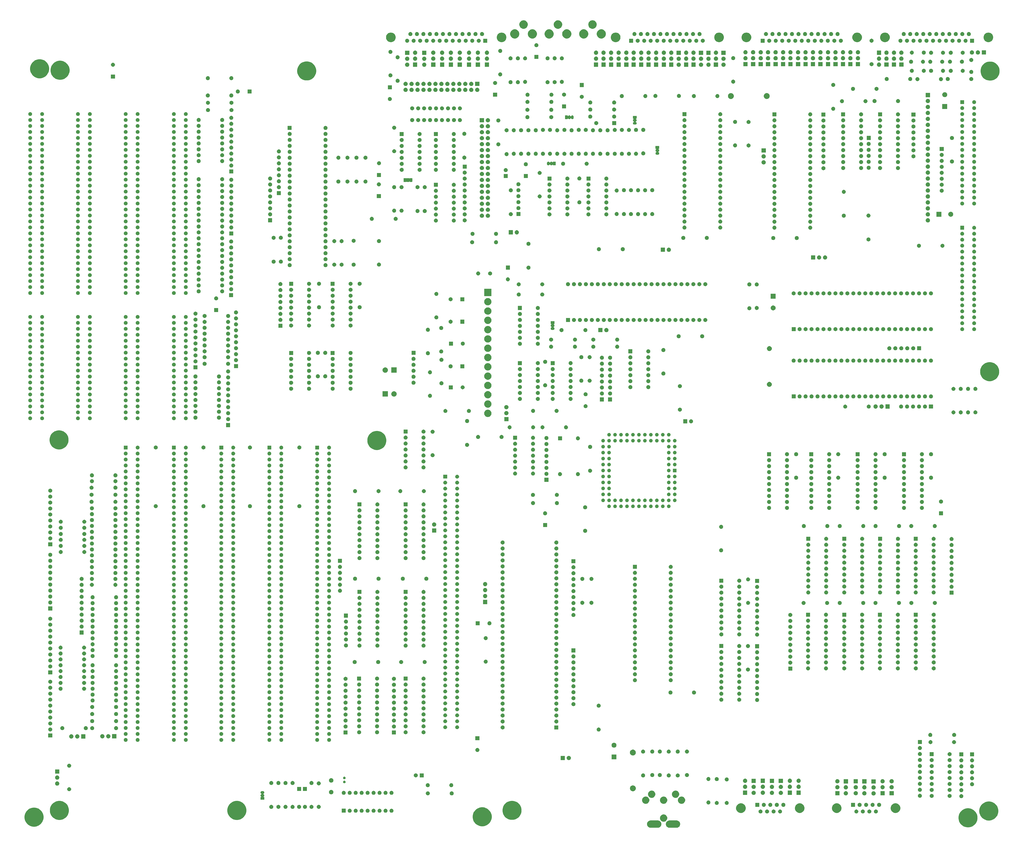
<source format=gbr>
G04 #@! TF.GenerationSoftware,KiCad,Pcbnew,(5.1.2-1)-1*
G04 #@! TF.CreationDate,2019-06-19T19:22:34+02:00*
G04 #@! TF.ProjectId,amiga2000,616d6967-6132-4303-9030-2e6b69636164,rev?*
G04 #@! TF.SameCoordinates,Original*
G04 #@! TF.FileFunction,Soldermask,Bot*
G04 #@! TF.FilePolarity,Negative*
%FSLAX46Y46*%
G04 Gerber Fmt 4.6, Leading zero omitted, Abs format (unit mm)*
G04 Created by KiCad (PCBNEW (5.1.2-1)-1) date 2019-06-19 19:22:34*
%MOMM*%
%LPD*%
G04 APERTURE LIST*
%ADD10C,0.100000*%
G04 APERTURE END LIST*
D10*
G36*
X318200143Y-371509481D02*
G01*
X318352049Y-371524442D01*
X318644414Y-371613130D01*
X318644416Y-371613131D01*
X318913858Y-371757150D01*
X319150029Y-371950971D01*
X319343850Y-372187142D01*
X319487869Y-372456584D01*
X319487870Y-372456586D01*
X319576558Y-372748951D01*
X319606504Y-373053000D01*
X319576558Y-373357049D01*
X319502936Y-373599747D01*
X319487869Y-373649416D01*
X319343850Y-373918858D01*
X319150029Y-374155029D01*
X318913858Y-374348850D01*
X318730231Y-374447000D01*
X318644414Y-374492870D01*
X318352049Y-374581558D01*
X318200143Y-374596519D01*
X318124191Y-374604000D01*
X314971809Y-374604000D01*
X314895857Y-374596519D01*
X314743951Y-374581558D01*
X314451586Y-374492870D01*
X314365769Y-374447000D01*
X314182142Y-374348850D01*
X313945971Y-374155029D01*
X313752150Y-373918858D01*
X313608131Y-373649416D01*
X313593064Y-373599747D01*
X313519442Y-373357049D01*
X313489496Y-373053000D01*
X313519442Y-372748951D01*
X313608130Y-372456586D01*
X313608131Y-372456584D01*
X313752150Y-372187142D01*
X313945971Y-371950971D01*
X314182142Y-371757150D01*
X314451584Y-371613131D01*
X314451586Y-371613130D01*
X314743951Y-371524442D01*
X314895857Y-371509481D01*
X314971809Y-371502000D01*
X318124191Y-371502000D01*
X318200143Y-371509481D01*
X318200143Y-371509481D01*
G37*
G36*
X310200143Y-371509481D02*
G01*
X310352049Y-371524442D01*
X310644414Y-371613130D01*
X310644416Y-371613131D01*
X310913858Y-371757150D01*
X311150029Y-371950971D01*
X311343850Y-372187142D01*
X311487869Y-372456584D01*
X311487870Y-372456586D01*
X311576558Y-372748951D01*
X311606504Y-373053000D01*
X311576558Y-373357049D01*
X311502936Y-373599747D01*
X311487869Y-373649416D01*
X311343850Y-373918858D01*
X311150029Y-374155029D01*
X310913858Y-374348850D01*
X310730231Y-374447000D01*
X310644414Y-374492870D01*
X310352049Y-374581558D01*
X310200143Y-374596519D01*
X310124191Y-374604000D01*
X306971809Y-374604000D01*
X306895857Y-374596519D01*
X306743951Y-374581558D01*
X306451586Y-374492870D01*
X306365769Y-374447000D01*
X306182142Y-374348850D01*
X305945971Y-374155029D01*
X305752150Y-373918858D01*
X305608131Y-373649416D01*
X305593064Y-373599747D01*
X305519442Y-373357049D01*
X305489496Y-373053000D01*
X305519442Y-372748951D01*
X305608130Y-372456586D01*
X305608131Y-372456584D01*
X305752150Y-372187142D01*
X305945971Y-371950971D01*
X306182142Y-371757150D01*
X306451584Y-371613131D01*
X306451586Y-371613130D01*
X306743951Y-371524442D01*
X306895857Y-371509481D01*
X306971809Y-371502000D01*
X310124191Y-371502000D01*
X310200143Y-371509481D01*
X310200143Y-371509481D01*
G37*
G36*
X443215632Y-366500677D02*
G01*
X443428862Y-366589000D01*
X443952868Y-366806050D01*
X444616362Y-367249383D01*
X445180617Y-367813638D01*
X445623950Y-368477132D01*
X445773144Y-368837320D01*
X445929323Y-369214368D01*
X446085000Y-369997010D01*
X446085000Y-370794990D01*
X445929323Y-371577632D01*
X445854789Y-371757573D01*
X445623950Y-372314868D01*
X445180617Y-372978362D01*
X444616362Y-373542617D01*
X443952868Y-373985950D01*
X443544674Y-374155029D01*
X443215632Y-374291323D01*
X442432990Y-374447000D01*
X441635010Y-374447000D01*
X440852368Y-374291323D01*
X440523326Y-374155029D01*
X440115132Y-373985950D01*
X439451638Y-373542617D01*
X438887383Y-372978362D01*
X438444050Y-372314868D01*
X438213211Y-371757573D01*
X438138677Y-371577632D01*
X437983000Y-370794990D01*
X437983000Y-369997010D01*
X438138677Y-369214368D01*
X438294856Y-368837320D01*
X438444050Y-368477132D01*
X438887383Y-367813638D01*
X439451638Y-367249383D01*
X440115132Y-366806050D01*
X440639138Y-366589000D01*
X440852368Y-366500677D01*
X441635010Y-366345000D01*
X442432990Y-366345000D01*
X443215632Y-366500677D01*
X443215632Y-366500677D01*
G37*
G36*
X45904432Y-366222677D02*
G01*
X46199745Y-366345000D01*
X46641668Y-366528050D01*
X47305162Y-366971383D01*
X47869417Y-367535638D01*
X48312750Y-368199132D01*
X48448265Y-368526295D01*
X48618123Y-368936368D01*
X48773800Y-369719010D01*
X48773800Y-370516990D01*
X48618123Y-371299632D01*
X48578486Y-371395323D01*
X48312750Y-372036868D01*
X47869417Y-372700362D01*
X47305162Y-373264617D01*
X46641668Y-373707950D01*
X46285877Y-373855323D01*
X45904432Y-374013323D01*
X45121790Y-374169000D01*
X44323810Y-374169000D01*
X43541168Y-374013323D01*
X43159723Y-373855323D01*
X42803932Y-373707950D01*
X42140438Y-373264617D01*
X41576183Y-372700362D01*
X41132850Y-372036868D01*
X40867114Y-371395323D01*
X40827477Y-371299632D01*
X40671800Y-370516990D01*
X40671800Y-369719010D01*
X40827477Y-368936368D01*
X40997335Y-368526295D01*
X41132850Y-368199132D01*
X41576183Y-367535638D01*
X42140438Y-366971383D01*
X42803932Y-366528050D01*
X43245855Y-366345000D01*
X43541168Y-366222677D01*
X44323810Y-366067000D01*
X45121790Y-366067000D01*
X45904432Y-366222677D01*
X45904432Y-366222677D01*
G37*
G36*
X236563632Y-366064677D02*
G01*
X236869005Y-366191167D01*
X237300868Y-366370050D01*
X237964362Y-366813383D01*
X238528617Y-367377638D01*
X238971950Y-368041132D01*
X239146340Y-368462147D01*
X239277323Y-368778368D01*
X239433000Y-369561010D01*
X239433000Y-370358990D01*
X239277323Y-371141632D01*
X239150833Y-371447005D01*
X238971950Y-371878868D01*
X238528617Y-372542362D01*
X237964362Y-373106617D01*
X237300868Y-373549950D01*
X236919421Y-373707950D01*
X236563632Y-373855323D01*
X235780990Y-374011000D01*
X234983010Y-374011000D01*
X234200368Y-373855323D01*
X233844579Y-373707950D01*
X233463132Y-373549950D01*
X232799638Y-373106617D01*
X232235383Y-372542362D01*
X231792050Y-371878868D01*
X231613167Y-371447005D01*
X231486677Y-371141632D01*
X231331000Y-370358990D01*
X231331000Y-369561010D01*
X231486677Y-368778368D01*
X231617660Y-368462147D01*
X231792050Y-368041132D01*
X232235383Y-367377638D01*
X232799638Y-366813383D01*
X233463132Y-366370050D01*
X233894995Y-366191167D01*
X234200368Y-366064677D01*
X234983010Y-365909000D01*
X235780990Y-365909000D01*
X236563632Y-366064677D01*
X236563632Y-366064677D01*
G37*
G36*
X312792097Y-368980168D02*
G01*
X313000410Y-369021604D01*
X313282674Y-369138521D01*
X313536705Y-369308259D01*
X313752741Y-369524295D01*
X313922479Y-369778326D01*
X314039396Y-370060590D01*
X314043727Y-370082362D01*
X314099000Y-370360239D01*
X314099000Y-370665761D01*
X314073295Y-370794989D01*
X314039396Y-370965410D01*
X313922479Y-371247674D01*
X313752741Y-371501705D01*
X313536705Y-371717741D01*
X313282674Y-371887479D01*
X313000410Y-372004396D01*
X312861756Y-372031976D01*
X312700761Y-372064000D01*
X312395239Y-372064000D01*
X312234244Y-372031976D01*
X312095590Y-372004396D01*
X311813326Y-371887479D01*
X311559295Y-371717741D01*
X311343259Y-371501705D01*
X311173521Y-371247674D01*
X311056604Y-370965410D01*
X311022705Y-370794989D01*
X310997000Y-370665761D01*
X310997000Y-370360239D01*
X311052273Y-370082362D01*
X311056604Y-370060590D01*
X311173521Y-369778326D01*
X311343259Y-369524295D01*
X311559295Y-369308259D01*
X311813326Y-369138521D01*
X312095590Y-369021604D01*
X312303903Y-368980168D01*
X312395239Y-368962000D01*
X312700761Y-368962000D01*
X312792097Y-368980168D01*
X312792097Y-368980168D01*
G37*
G36*
X452080632Y-363604677D02*
G01*
X452349389Y-363716000D01*
X452817868Y-363910050D01*
X453481362Y-364353383D01*
X454045617Y-364917638D01*
X454488950Y-365581132D01*
X454623027Y-365904823D01*
X454794323Y-366318368D01*
X454950000Y-367101010D01*
X454950000Y-367898990D01*
X454794323Y-368681632D01*
X454670665Y-368980168D01*
X454488950Y-369418868D01*
X454045617Y-370082362D01*
X453481362Y-370646617D01*
X452817868Y-371089950D01*
X452388016Y-371268000D01*
X452080632Y-371395323D01*
X451297990Y-371551000D01*
X450500010Y-371551000D01*
X449717368Y-371395323D01*
X449409984Y-371268000D01*
X448980132Y-371089950D01*
X448316638Y-370646617D01*
X447752383Y-370082362D01*
X447309050Y-369418868D01*
X447127335Y-368980168D01*
X447003677Y-368681632D01*
X446848000Y-367898990D01*
X446848000Y-367101010D01*
X447003677Y-366318368D01*
X447174973Y-365904823D01*
X447309050Y-365581132D01*
X447752383Y-364917638D01*
X448316638Y-364353383D01*
X448980132Y-363910050D01*
X449448611Y-363716000D01*
X449717368Y-363604677D01*
X450500010Y-363449000D01*
X451297990Y-363449000D01*
X452080632Y-363604677D01*
X452080632Y-363604677D01*
G37*
G36*
X56699432Y-363352677D02*
G01*
X56970362Y-363464900D01*
X57436668Y-363658050D01*
X58100162Y-364101383D01*
X58664417Y-364665638D01*
X59107750Y-365329132D01*
X59242391Y-365654185D01*
X59413123Y-366066368D01*
X59568800Y-366849010D01*
X59568800Y-367646990D01*
X59413123Y-368429632D01*
X59293403Y-368718660D01*
X59107750Y-369166868D01*
X58664417Y-369830362D01*
X58100162Y-370394617D01*
X57436668Y-370837950D01*
X57004805Y-371016833D01*
X56699432Y-371143323D01*
X55916790Y-371299000D01*
X55118810Y-371299000D01*
X54336168Y-371143323D01*
X54030795Y-371016833D01*
X53598932Y-370837950D01*
X52935438Y-370394617D01*
X52371183Y-369830362D01*
X51927850Y-369166868D01*
X51742197Y-368718660D01*
X51622477Y-368429632D01*
X51466800Y-367646990D01*
X51466800Y-366849010D01*
X51622477Y-366066368D01*
X51793209Y-365654185D01*
X51927850Y-365329132D01*
X52371183Y-364665638D01*
X52935438Y-364101383D01*
X53598932Y-363658050D01*
X54065238Y-363464900D01*
X54336168Y-363352677D01*
X55118810Y-363197000D01*
X55916790Y-363197000D01*
X56699432Y-363352677D01*
X56699432Y-363352677D01*
G37*
G36*
X132188632Y-363352677D02*
G01*
X132459562Y-363464900D01*
X132925868Y-363658050D01*
X133589362Y-364101383D01*
X134153617Y-364665638D01*
X134596950Y-365329132D01*
X134731591Y-365654185D01*
X134902323Y-366066368D01*
X135058000Y-366849010D01*
X135058000Y-367646990D01*
X134902323Y-368429632D01*
X134782603Y-368718660D01*
X134596950Y-369166868D01*
X134153617Y-369830362D01*
X133589362Y-370394617D01*
X132925868Y-370837950D01*
X132494005Y-371016833D01*
X132188632Y-371143323D01*
X131405990Y-371299000D01*
X130608010Y-371299000D01*
X129825368Y-371143323D01*
X129519995Y-371016833D01*
X129088132Y-370837950D01*
X128424638Y-370394617D01*
X127860383Y-369830362D01*
X127417050Y-369166868D01*
X127231397Y-368718660D01*
X127111677Y-368429632D01*
X126956000Y-367646990D01*
X126956000Y-366849010D01*
X127111677Y-366066368D01*
X127282409Y-365654185D01*
X127417050Y-365329132D01*
X127860383Y-364665638D01*
X128424638Y-364101383D01*
X129088132Y-363658050D01*
X129554438Y-363464900D01*
X129825368Y-363352677D01*
X130608010Y-363197000D01*
X131405990Y-363197000D01*
X132188632Y-363352677D01*
X132188632Y-363352677D01*
G37*
G36*
X249237632Y-363321677D02*
G01*
X249419441Y-363396985D01*
X249974868Y-363627050D01*
X250638362Y-364070383D01*
X251202617Y-364634638D01*
X251645950Y-365298132D01*
X251806732Y-365686295D01*
X251951323Y-366035368D01*
X252107000Y-366818010D01*
X252107000Y-367615990D01*
X251951323Y-368398632D01*
X251898443Y-368526295D01*
X251645950Y-369135868D01*
X251202617Y-369799362D01*
X250638362Y-370363617D01*
X249974868Y-370806950D01*
X249592313Y-370965409D01*
X249237632Y-371112323D01*
X248454990Y-371268000D01*
X247657010Y-371268000D01*
X246874368Y-371112323D01*
X246519687Y-370965409D01*
X246137132Y-370806950D01*
X245473638Y-370363617D01*
X244909383Y-369799362D01*
X244466050Y-369135868D01*
X244213557Y-368526295D01*
X244160677Y-368398632D01*
X244005000Y-367615990D01*
X244005000Y-366818010D01*
X244160677Y-366035368D01*
X244305268Y-365686295D01*
X244466050Y-365298132D01*
X244909383Y-364634638D01*
X245473638Y-364070383D01*
X246137132Y-363627050D01*
X246692559Y-363396985D01*
X246874368Y-363321677D01*
X247657010Y-363166000D01*
X248454990Y-363166000D01*
X249237632Y-363321677D01*
X249237632Y-363321677D01*
G37*
G36*
X400321228Y-366889703D02*
G01*
X400476100Y-366953853D01*
X400615481Y-367046985D01*
X400734015Y-367165519D01*
X400827147Y-367304900D01*
X400891297Y-367459772D01*
X400924000Y-367624184D01*
X400924000Y-367791816D01*
X400891297Y-367956228D01*
X400827147Y-368111100D01*
X400734015Y-368250481D01*
X400615481Y-368369015D01*
X400476100Y-368462147D01*
X400321228Y-368526297D01*
X400156816Y-368559000D01*
X399989184Y-368559000D01*
X399824772Y-368526297D01*
X399669900Y-368462147D01*
X399530519Y-368369015D01*
X399411985Y-368250481D01*
X399318853Y-368111100D01*
X399254703Y-367956228D01*
X399222000Y-367791816D01*
X399222000Y-367624184D01*
X399254703Y-367459772D01*
X399318853Y-367304900D01*
X399411985Y-367165519D01*
X399530519Y-367046985D01*
X399669900Y-366953853D01*
X399824772Y-366889703D01*
X399989184Y-366857000D01*
X400156816Y-366857000D01*
X400321228Y-366889703D01*
X400321228Y-366889703D01*
G37*
G36*
X397551228Y-366889703D02*
G01*
X397706100Y-366953853D01*
X397845481Y-367046985D01*
X397964015Y-367165519D01*
X398057147Y-367304900D01*
X398121297Y-367459772D01*
X398154000Y-367624184D01*
X398154000Y-367791816D01*
X398121297Y-367956228D01*
X398057147Y-368111100D01*
X397964015Y-368250481D01*
X397845481Y-368369015D01*
X397706100Y-368462147D01*
X397551228Y-368526297D01*
X397386816Y-368559000D01*
X397219184Y-368559000D01*
X397054772Y-368526297D01*
X396899900Y-368462147D01*
X396760519Y-368369015D01*
X396641985Y-368250481D01*
X396548853Y-368111100D01*
X396484703Y-367956228D01*
X396452000Y-367791816D01*
X396452000Y-367624184D01*
X396484703Y-367459772D01*
X396548853Y-367304900D01*
X396641985Y-367165519D01*
X396760519Y-367046985D01*
X396899900Y-366953853D01*
X397054772Y-366889703D01*
X397219184Y-366857000D01*
X397386816Y-366857000D01*
X397551228Y-366889703D01*
X397551228Y-366889703D01*
G37*
G36*
X394781228Y-366889703D02*
G01*
X394936100Y-366953853D01*
X395075481Y-367046985D01*
X395194015Y-367165519D01*
X395287147Y-367304900D01*
X395351297Y-367459772D01*
X395384000Y-367624184D01*
X395384000Y-367791816D01*
X395351297Y-367956228D01*
X395287147Y-368111100D01*
X395194015Y-368250481D01*
X395075481Y-368369015D01*
X394936100Y-368462147D01*
X394781228Y-368526297D01*
X394616816Y-368559000D01*
X394449184Y-368559000D01*
X394284772Y-368526297D01*
X394129900Y-368462147D01*
X393990519Y-368369015D01*
X393871985Y-368250481D01*
X393778853Y-368111100D01*
X393714703Y-367956228D01*
X393682000Y-367791816D01*
X393682000Y-367624184D01*
X393714703Y-367459772D01*
X393778853Y-367304900D01*
X393871985Y-367165519D01*
X393990519Y-367046985D01*
X394129900Y-366953853D01*
X394284772Y-366889703D01*
X394449184Y-366857000D01*
X394616816Y-366857000D01*
X394781228Y-366889703D01*
X394781228Y-366889703D01*
G37*
G36*
X362341228Y-366889703D02*
G01*
X362496100Y-366953853D01*
X362635481Y-367046985D01*
X362754015Y-367165519D01*
X362847147Y-367304900D01*
X362911297Y-367459772D01*
X362944000Y-367624184D01*
X362944000Y-367791816D01*
X362911297Y-367956228D01*
X362847147Y-368111100D01*
X362754015Y-368250481D01*
X362635481Y-368369015D01*
X362496100Y-368462147D01*
X362341228Y-368526297D01*
X362176816Y-368559000D01*
X362009184Y-368559000D01*
X361844772Y-368526297D01*
X361689900Y-368462147D01*
X361550519Y-368369015D01*
X361431985Y-368250481D01*
X361338853Y-368111100D01*
X361274703Y-367956228D01*
X361242000Y-367791816D01*
X361242000Y-367624184D01*
X361274703Y-367459772D01*
X361338853Y-367304900D01*
X361431985Y-367165519D01*
X361550519Y-367046985D01*
X361689900Y-366953853D01*
X361844772Y-366889703D01*
X362009184Y-366857000D01*
X362176816Y-366857000D01*
X362341228Y-366889703D01*
X362341228Y-366889703D01*
G37*
G36*
X359571228Y-366889703D02*
G01*
X359726100Y-366953853D01*
X359865481Y-367046985D01*
X359984015Y-367165519D01*
X360077147Y-367304900D01*
X360141297Y-367459772D01*
X360174000Y-367624184D01*
X360174000Y-367791816D01*
X360141297Y-367956228D01*
X360077147Y-368111100D01*
X359984015Y-368250481D01*
X359865481Y-368369015D01*
X359726100Y-368462147D01*
X359571228Y-368526297D01*
X359406816Y-368559000D01*
X359239184Y-368559000D01*
X359074772Y-368526297D01*
X358919900Y-368462147D01*
X358780519Y-368369015D01*
X358661985Y-368250481D01*
X358568853Y-368111100D01*
X358504703Y-367956228D01*
X358472000Y-367791816D01*
X358472000Y-367624184D01*
X358504703Y-367459772D01*
X358568853Y-367304900D01*
X358661985Y-367165519D01*
X358780519Y-367046985D01*
X358919900Y-366953853D01*
X359074772Y-366889703D01*
X359239184Y-366857000D01*
X359406816Y-366857000D01*
X359571228Y-366889703D01*
X359571228Y-366889703D01*
G37*
G36*
X403091228Y-366889703D02*
G01*
X403246100Y-366953853D01*
X403385481Y-367046985D01*
X403504015Y-367165519D01*
X403597147Y-367304900D01*
X403661297Y-367459772D01*
X403694000Y-367624184D01*
X403694000Y-367791816D01*
X403661297Y-367956228D01*
X403597147Y-368111100D01*
X403504015Y-368250481D01*
X403385481Y-368369015D01*
X403246100Y-368462147D01*
X403091228Y-368526297D01*
X402926816Y-368559000D01*
X402759184Y-368559000D01*
X402594772Y-368526297D01*
X402439900Y-368462147D01*
X402300519Y-368369015D01*
X402181985Y-368250481D01*
X402088853Y-368111100D01*
X402024703Y-367956228D01*
X401992000Y-367791816D01*
X401992000Y-367624184D01*
X402024703Y-367459772D01*
X402088853Y-367304900D01*
X402181985Y-367165519D01*
X402300519Y-367046985D01*
X402439900Y-366953853D01*
X402594772Y-366889703D01*
X402759184Y-366857000D01*
X402926816Y-366857000D01*
X403091228Y-366889703D01*
X403091228Y-366889703D01*
G37*
G36*
X356801228Y-366889703D02*
G01*
X356956100Y-366953853D01*
X357095481Y-367046985D01*
X357214015Y-367165519D01*
X357307147Y-367304900D01*
X357371297Y-367459772D01*
X357404000Y-367624184D01*
X357404000Y-367791816D01*
X357371297Y-367956228D01*
X357307147Y-368111100D01*
X357214015Y-368250481D01*
X357095481Y-368369015D01*
X356956100Y-368462147D01*
X356801228Y-368526297D01*
X356636816Y-368559000D01*
X356469184Y-368559000D01*
X356304772Y-368526297D01*
X356149900Y-368462147D01*
X356010519Y-368369015D01*
X355891985Y-368250481D01*
X355798853Y-368111100D01*
X355734703Y-367956228D01*
X355702000Y-367791816D01*
X355702000Y-367624184D01*
X355734703Y-367459772D01*
X355798853Y-367304900D01*
X355891985Y-367165519D01*
X356010519Y-367046985D01*
X356149900Y-366953853D01*
X356304772Y-366889703D01*
X356469184Y-366857000D01*
X356636816Y-366857000D01*
X356801228Y-366889703D01*
X356801228Y-366889703D01*
G37*
G36*
X354031228Y-366889703D02*
G01*
X354186100Y-366953853D01*
X354325481Y-367046985D01*
X354444015Y-367165519D01*
X354537147Y-367304900D01*
X354601297Y-367459772D01*
X354634000Y-367624184D01*
X354634000Y-367791816D01*
X354601297Y-367956228D01*
X354537147Y-368111100D01*
X354444015Y-368250481D01*
X354325481Y-368369015D01*
X354186100Y-368462147D01*
X354031228Y-368526297D01*
X353866816Y-368559000D01*
X353699184Y-368559000D01*
X353534772Y-368526297D01*
X353379900Y-368462147D01*
X353240519Y-368369015D01*
X353121985Y-368250481D01*
X353028853Y-368111100D01*
X352964703Y-367956228D01*
X352932000Y-367791816D01*
X352932000Y-367624184D01*
X352964703Y-367459772D01*
X353028853Y-367304900D01*
X353121985Y-367165519D01*
X353240519Y-367046985D01*
X353379900Y-366953853D01*
X353534772Y-366889703D01*
X353699184Y-366857000D01*
X353866816Y-366857000D01*
X354031228Y-366889703D01*
X354031228Y-366889703D01*
G37*
G36*
X371036254Y-364315818D02*
G01*
X371386996Y-364461100D01*
X371409513Y-364470427D01*
X371745436Y-364694884D01*
X372031116Y-364980564D01*
X372243309Y-365298132D01*
X372255574Y-365316489D01*
X372410182Y-365689746D01*
X372489000Y-366085993D01*
X372489000Y-366490007D01*
X372410182Y-366886254D01*
X372259769Y-367249383D01*
X372255573Y-367259513D01*
X372031116Y-367595436D01*
X371745436Y-367881116D01*
X371409513Y-368105573D01*
X371409512Y-368105574D01*
X371409511Y-368105574D01*
X371036254Y-368260182D01*
X370640007Y-368339000D01*
X370235993Y-368339000D01*
X369839746Y-368260182D01*
X369466489Y-368105574D01*
X369466488Y-368105574D01*
X369466487Y-368105573D01*
X369130564Y-367881116D01*
X368844884Y-367595436D01*
X368620427Y-367259513D01*
X368616231Y-367249383D01*
X368465818Y-366886254D01*
X368387000Y-366490007D01*
X368387000Y-366085993D01*
X368465818Y-365689746D01*
X368620426Y-365316489D01*
X368632692Y-365298132D01*
X368844884Y-364980564D01*
X369130564Y-364694884D01*
X369466487Y-364470427D01*
X369489004Y-364461100D01*
X369839746Y-364315818D01*
X370235993Y-364237000D01*
X370640007Y-364237000D01*
X371036254Y-364315818D01*
X371036254Y-364315818D01*
G37*
G36*
X346036254Y-364315818D02*
G01*
X346386996Y-364461100D01*
X346409513Y-364470427D01*
X346745436Y-364694884D01*
X347031116Y-364980564D01*
X347243309Y-365298132D01*
X347255574Y-365316489D01*
X347410182Y-365689746D01*
X347489000Y-366085993D01*
X347489000Y-366490007D01*
X347410182Y-366886254D01*
X347259769Y-367249383D01*
X347255573Y-367259513D01*
X347031116Y-367595436D01*
X346745436Y-367881116D01*
X346409513Y-368105573D01*
X346409512Y-368105574D01*
X346409511Y-368105574D01*
X346036254Y-368260182D01*
X345640007Y-368339000D01*
X345235993Y-368339000D01*
X344839746Y-368260182D01*
X344466489Y-368105574D01*
X344466488Y-368105574D01*
X344466487Y-368105573D01*
X344130564Y-367881116D01*
X343844884Y-367595436D01*
X343620427Y-367259513D01*
X343616231Y-367249383D01*
X343465818Y-366886254D01*
X343387000Y-366490007D01*
X343387000Y-366085993D01*
X343465818Y-365689746D01*
X343620426Y-365316489D01*
X343632692Y-365298132D01*
X343844884Y-364980564D01*
X344130564Y-364694884D01*
X344466487Y-364470427D01*
X344489004Y-364461100D01*
X344839746Y-364315818D01*
X345235993Y-364237000D01*
X345640007Y-364237000D01*
X346036254Y-364315818D01*
X346036254Y-364315818D01*
G37*
G36*
X411786254Y-364315818D02*
G01*
X412136996Y-364461100D01*
X412159513Y-364470427D01*
X412495436Y-364694884D01*
X412781116Y-364980564D01*
X412993309Y-365298132D01*
X413005574Y-365316489D01*
X413160182Y-365689746D01*
X413239000Y-366085993D01*
X413239000Y-366490007D01*
X413160182Y-366886254D01*
X413009769Y-367249383D01*
X413005573Y-367259513D01*
X412781116Y-367595436D01*
X412495436Y-367881116D01*
X412159513Y-368105573D01*
X412159512Y-368105574D01*
X412159511Y-368105574D01*
X411786254Y-368260182D01*
X411390007Y-368339000D01*
X410985993Y-368339000D01*
X410589746Y-368260182D01*
X410216489Y-368105574D01*
X410216488Y-368105574D01*
X410216487Y-368105573D01*
X409880564Y-367881116D01*
X409594884Y-367595436D01*
X409370427Y-367259513D01*
X409366231Y-367249383D01*
X409215818Y-366886254D01*
X409137000Y-366490007D01*
X409137000Y-366085993D01*
X409215818Y-365689746D01*
X409370426Y-365316489D01*
X409382692Y-365298132D01*
X409594884Y-364980564D01*
X409880564Y-364694884D01*
X410216487Y-364470427D01*
X410239004Y-364461100D01*
X410589746Y-364315818D01*
X410985993Y-364237000D01*
X411390007Y-364237000D01*
X411786254Y-364315818D01*
X411786254Y-364315818D01*
G37*
G36*
X386786254Y-364315818D02*
G01*
X387136996Y-364461100D01*
X387159513Y-364470427D01*
X387495436Y-364694884D01*
X387781116Y-364980564D01*
X387993309Y-365298132D01*
X388005574Y-365316489D01*
X388160182Y-365689746D01*
X388239000Y-366085993D01*
X388239000Y-366490007D01*
X388160182Y-366886254D01*
X388009769Y-367249383D01*
X388005573Y-367259513D01*
X387781116Y-367595436D01*
X387495436Y-367881116D01*
X387159513Y-368105573D01*
X387159512Y-368105574D01*
X387159511Y-368105574D01*
X386786254Y-368260182D01*
X386390007Y-368339000D01*
X385985993Y-368339000D01*
X385589746Y-368260182D01*
X385216489Y-368105574D01*
X385216488Y-368105574D01*
X385216487Y-368105573D01*
X384880564Y-367881116D01*
X384594884Y-367595436D01*
X384370427Y-367259513D01*
X384366231Y-367249383D01*
X384215818Y-366886254D01*
X384137000Y-366490007D01*
X384137000Y-366085993D01*
X384215818Y-365689746D01*
X384370426Y-365316489D01*
X384382692Y-365298132D01*
X384594884Y-364980564D01*
X384880564Y-364694884D01*
X385216487Y-364470427D01*
X385239004Y-364461100D01*
X385589746Y-364315818D01*
X385985993Y-364237000D01*
X386390007Y-364237000D01*
X386786254Y-364315818D01*
X386786254Y-364315818D01*
G37*
G36*
X179179823Y-366529313D02*
G01*
X179286545Y-366561687D01*
X179335990Y-366576686D01*
X179340242Y-366577976D01*
X179449270Y-366636253D01*
X179488078Y-366656996D01*
X179617659Y-366763341D01*
X179724004Y-366892922D01*
X179724005Y-366892924D01*
X179803024Y-367040758D01*
X179851687Y-367201177D01*
X179868117Y-367368000D01*
X179851687Y-367534823D01*
X179817661Y-367646990D01*
X179803843Y-367692544D01*
X179803024Y-367695242D01*
X179751404Y-367791816D01*
X179724004Y-367843078D01*
X179617659Y-367972659D01*
X179488078Y-368079004D01*
X179488076Y-368079005D01*
X179340242Y-368158024D01*
X179179823Y-368206687D01*
X179054804Y-368219000D01*
X178971196Y-368219000D01*
X178846177Y-368206687D01*
X178685758Y-368158024D01*
X178537924Y-368079005D01*
X178537922Y-368079004D01*
X178408341Y-367972659D01*
X178301996Y-367843078D01*
X178274596Y-367791816D01*
X178222976Y-367695242D01*
X178222158Y-367692544D01*
X178208339Y-367646990D01*
X178174313Y-367534823D01*
X178157883Y-367368000D01*
X178174313Y-367201177D01*
X178222976Y-367040758D01*
X178301995Y-366892924D01*
X178301996Y-366892922D01*
X178408341Y-366763341D01*
X178537922Y-366656996D01*
X178576730Y-366636253D01*
X178685758Y-366577976D01*
X178690011Y-366576686D01*
X178739455Y-366561687D01*
X178846177Y-366529313D01*
X178971196Y-366517000D01*
X179054804Y-366517000D01*
X179179823Y-366529313D01*
X179179823Y-366529313D01*
G37*
G36*
X196959823Y-366529313D02*
G01*
X197066545Y-366561687D01*
X197115990Y-366576686D01*
X197120242Y-366577976D01*
X197229270Y-366636253D01*
X197268078Y-366656996D01*
X197397659Y-366763341D01*
X197504004Y-366892922D01*
X197504005Y-366892924D01*
X197583024Y-367040758D01*
X197631687Y-367201177D01*
X197648117Y-367368000D01*
X197631687Y-367534823D01*
X197597661Y-367646990D01*
X197583843Y-367692544D01*
X197583024Y-367695242D01*
X197531404Y-367791816D01*
X197504004Y-367843078D01*
X197397659Y-367972659D01*
X197268078Y-368079004D01*
X197268076Y-368079005D01*
X197120242Y-368158024D01*
X196959823Y-368206687D01*
X196834804Y-368219000D01*
X196751196Y-368219000D01*
X196626177Y-368206687D01*
X196465758Y-368158024D01*
X196317924Y-368079005D01*
X196317922Y-368079004D01*
X196188341Y-367972659D01*
X196081996Y-367843078D01*
X196054596Y-367791816D01*
X196002976Y-367695242D01*
X196002158Y-367692544D01*
X195988339Y-367646990D01*
X195954313Y-367534823D01*
X195937883Y-367368000D01*
X195954313Y-367201177D01*
X196002976Y-367040758D01*
X196081995Y-366892924D01*
X196081996Y-366892922D01*
X196188341Y-366763341D01*
X196317922Y-366656996D01*
X196356730Y-366636253D01*
X196465758Y-366577976D01*
X196470011Y-366576686D01*
X196519455Y-366561687D01*
X196626177Y-366529313D01*
X196751196Y-366517000D01*
X196834804Y-366517000D01*
X196959823Y-366529313D01*
X196959823Y-366529313D01*
G37*
G36*
X181719823Y-366529313D02*
G01*
X181826545Y-366561687D01*
X181875990Y-366576686D01*
X181880242Y-366577976D01*
X181989270Y-366636253D01*
X182028078Y-366656996D01*
X182157659Y-366763341D01*
X182264004Y-366892922D01*
X182264005Y-366892924D01*
X182343024Y-367040758D01*
X182391687Y-367201177D01*
X182408117Y-367368000D01*
X182391687Y-367534823D01*
X182357661Y-367646990D01*
X182343843Y-367692544D01*
X182343024Y-367695242D01*
X182291404Y-367791816D01*
X182264004Y-367843078D01*
X182157659Y-367972659D01*
X182028078Y-368079004D01*
X182028076Y-368079005D01*
X181880242Y-368158024D01*
X181719823Y-368206687D01*
X181594804Y-368219000D01*
X181511196Y-368219000D01*
X181386177Y-368206687D01*
X181225758Y-368158024D01*
X181077924Y-368079005D01*
X181077922Y-368079004D01*
X180948341Y-367972659D01*
X180841996Y-367843078D01*
X180814596Y-367791816D01*
X180762976Y-367695242D01*
X180762158Y-367692544D01*
X180748339Y-367646990D01*
X180714313Y-367534823D01*
X180697883Y-367368000D01*
X180714313Y-367201177D01*
X180762976Y-367040758D01*
X180841995Y-366892924D01*
X180841996Y-366892922D01*
X180948341Y-366763341D01*
X181077922Y-366656996D01*
X181116730Y-366636253D01*
X181225758Y-366577976D01*
X181230011Y-366576686D01*
X181279455Y-366561687D01*
X181386177Y-366529313D01*
X181511196Y-366517000D01*
X181594804Y-366517000D01*
X181719823Y-366529313D01*
X181719823Y-366529313D01*
G37*
G36*
X194419823Y-366529313D02*
G01*
X194526545Y-366561687D01*
X194575990Y-366576686D01*
X194580242Y-366577976D01*
X194689270Y-366636253D01*
X194728078Y-366656996D01*
X194857659Y-366763341D01*
X194964004Y-366892922D01*
X194964005Y-366892924D01*
X195043024Y-367040758D01*
X195091687Y-367201177D01*
X195108117Y-367368000D01*
X195091687Y-367534823D01*
X195057661Y-367646990D01*
X195043843Y-367692544D01*
X195043024Y-367695242D01*
X194991404Y-367791816D01*
X194964004Y-367843078D01*
X194857659Y-367972659D01*
X194728078Y-368079004D01*
X194728076Y-368079005D01*
X194580242Y-368158024D01*
X194419823Y-368206687D01*
X194294804Y-368219000D01*
X194211196Y-368219000D01*
X194086177Y-368206687D01*
X193925758Y-368158024D01*
X193777924Y-368079005D01*
X193777922Y-368079004D01*
X193648341Y-367972659D01*
X193541996Y-367843078D01*
X193514596Y-367791816D01*
X193462976Y-367695242D01*
X193462158Y-367692544D01*
X193448339Y-367646990D01*
X193414313Y-367534823D01*
X193397883Y-367368000D01*
X193414313Y-367201177D01*
X193462976Y-367040758D01*
X193541995Y-366892924D01*
X193541996Y-366892922D01*
X193648341Y-366763341D01*
X193777922Y-366656996D01*
X193816730Y-366636253D01*
X193925758Y-366577976D01*
X193930011Y-366576686D01*
X193979455Y-366561687D01*
X194086177Y-366529313D01*
X194211196Y-366517000D01*
X194294804Y-366517000D01*
X194419823Y-366529313D01*
X194419823Y-366529313D01*
G37*
G36*
X191879823Y-366529313D02*
G01*
X191986545Y-366561687D01*
X192035990Y-366576686D01*
X192040242Y-366577976D01*
X192149270Y-366636253D01*
X192188078Y-366656996D01*
X192317659Y-366763341D01*
X192424004Y-366892922D01*
X192424005Y-366892924D01*
X192503024Y-367040758D01*
X192551687Y-367201177D01*
X192568117Y-367368000D01*
X192551687Y-367534823D01*
X192517661Y-367646990D01*
X192503843Y-367692544D01*
X192503024Y-367695242D01*
X192451404Y-367791816D01*
X192424004Y-367843078D01*
X192317659Y-367972659D01*
X192188078Y-368079004D01*
X192188076Y-368079005D01*
X192040242Y-368158024D01*
X191879823Y-368206687D01*
X191754804Y-368219000D01*
X191671196Y-368219000D01*
X191546177Y-368206687D01*
X191385758Y-368158024D01*
X191237924Y-368079005D01*
X191237922Y-368079004D01*
X191108341Y-367972659D01*
X191001996Y-367843078D01*
X190974596Y-367791816D01*
X190922976Y-367695242D01*
X190922158Y-367692544D01*
X190908339Y-367646990D01*
X190874313Y-367534823D01*
X190857883Y-367368000D01*
X190874313Y-367201177D01*
X190922976Y-367040758D01*
X191001995Y-366892924D01*
X191001996Y-366892922D01*
X191108341Y-366763341D01*
X191237922Y-366656996D01*
X191276730Y-366636253D01*
X191385758Y-366577976D01*
X191390011Y-366576686D01*
X191439455Y-366561687D01*
X191546177Y-366529313D01*
X191671196Y-366517000D01*
X191754804Y-366517000D01*
X191879823Y-366529313D01*
X191879823Y-366529313D01*
G37*
G36*
X177324000Y-368219000D02*
G01*
X175622000Y-368219000D01*
X175622000Y-366517000D01*
X177324000Y-366517000D01*
X177324000Y-368219000D01*
X177324000Y-368219000D01*
G37*
G36*
X184259823Y-366529313D02*
G01*
X184366545Y-366561687D01*
X184415990Y-366576686D01*
X184420242Y-366577976D01*
X184529270Y-366636253D01*
X184568078Y-366656996D01*
X184697659Y-366763341D01*
X184804004Y-366892922D01*
X184804005Y-366892924D01*
X184883024Y-367040758D01*
X184931687Y-367201177D01*
X184948117Y-367368000D01*
X184931687Y-367534823D01*
X184897661Y-367646990D01*
X184883843Y-367692544D01*
X184883024Y-367695242D01*
X184831404Y-367791816D01*
X184804004Y-367843078D01*
X184697659Y-367972659D01*
X184568078Y-368079004D01*
X184568076Y-368079005D01*
X184420242Y-368158024D01*
X184259823Y-368206687D01*
X184134804Y-368219000D01*
X184051196Y-368219000D01*
X183926177Y-368206687D01*
X183765758Y-368158024D01*
X183617924Y-368079005D01*
X183617922Y-368079004D01*
X183488341Y-367972659D01*
X183381996Y-367843078D01*
X183354596Y-367791816D01*
X183302976Y-367695242D01*
X183302158Y-367692544D01*
X183288339Y-367646990D01*
X183254313Y-367534823D01*
X183237883Y-367368000D01*
X183254313Y-367201177D01*
X183302976Y-367040758D01*
X183381995Y-366892924D01*
X183381996Y-366892922D01*
X183488341Y-366763341D01*
X183617922Y-366656996D01*
X183656730Y-366636253D01*
X183765758Y-366577976D01*
X183770011Y-366576686D01*
X183819455Y-366561687D01*
X183926177Y-366529313D01*
X184051196Y-366517000D01*
X184134804Y-366517000D01*
X184259823Y-366529313D01*
X184259823Y-366529313D01*
G37*
G36*
X186799823Y-366529313D02*
G01*
X186906545Y-366561687D01*
X186955990Y-366576686D01*
X186960242Y-366577976D01*
X187069270Y-366636253D01*
X187108078Y-366656996D01*
X187237659Y-366763341D01*
X187344004Y-366892922D01*
X187344005Y-366892924D01*
X187423024Y-367040758D01*
X187471687Y-367201177D01*
X187488117Y-367368000D01*
X187471687Y-367534823D01*
X187437661Y-367646990D01*
X187423843Y-367692544D01*
X187423024Y-367695242D01*
X187371404Y-367791816D01*
X187344004Y-367843078D01*
X187237659Y-367972659D01*
X187108078Y-368079004D01*
X187108076Y-368079005D01*
X186960242Y-368158024D01*
X186799823Y-368206687D01*
X186674804Y-368219000D01*
X186591196Y-368219000D01*
X186466177Y-368206687D01*
X186305758Y-368158024D01*
X186157924Y-368079005D01*
X186157922Y-368079004D01*
X186028341Y-367972659D01*
X185921996Y-367843078D01*
X185894596Y-367791816D01*
X185842976Y-367695242D01*
X185842158Y-367692544D01*
X185828339Y-367646990D01*
X185794313Y-367534823D01*
X185777883Y-367368000D01*
X185794313Y-367201177D01*
X185842976Y-367040758D01*
X185921995Y-366892924D01*
X185921996Y-366892922D01*
X186028341Y-366763341D01*
X186157922Y-366656996D01*
X186196730Y-366636253D01*
X186305758Y-366577976D01*
X186310011Y-366576686D01*
X186359455Y-366561687D01*
X186466177Y-366529313D01*
X186591196Y-366517000D01*
X186674804Y-366517000D01*
X186799823Y-366529313D01*
X186799823Y-366529313D01*
G37*
G36*
X189339823Y-366529313D02*
G01*
X189446545Y-366561687D01*
X189495990Y-366576686D01*
X189500242Y-366577976D01*
X189609270Y-366636253D01*
X189648078Y-366656996D01*
X189777659Y-366763341D01*
X189884004Y-366892922D01*
X189884005Y-366892924D01*
X189963024Y-367040758D01*
X190011687Y-367201177D01*
X190028117Y-367368000D01*
X190011687Y-367534823D01*
X189977661Y-367646990D01*
X189963843Y-367692544D01*
X189963024Y-367695242D01*
X189911404Y-367791816D01*
X189884004Y-367843078D01*
X189777659Y-367972659D01*
X189648078Y-368079004D01*
X189648076Y-368079005D01*
X189500242Y-368158024D01*
X189339823Y-368206687D01*
X189214804Y-368219000D01*
X189131196Y-368219000D01*
X189006177Y-368206687D01*
X188845758Y-368158024D01*
X188697924Y-368079005D01*
X188697922Y-368079004D01*
X188568341Y-367972659D01*
X188461996Y-367843078D01*
X188434596Y-367791816D01*
X188382976Y-367695242D01*
X188382158Y-367692544D01*
X188368339Y-367646990D01*
X188334313Y-367534823D01*
X188317883Y-367368000D01*
X188334313Y-367201177D01*
X188382976Y-367040758D01*
X188461995Y-366892924D01*
X188461996Y-366892922D01*
X188568341Y-366763341D01*
X188697922Y-366656996D01*
X188736730Y-366636253D01*
X188845758Y-366577976D01*
X188850011Y-366576686D01*
X188899455Y-366561687D01*
X189006177Y-366529313D01*
X189131196Y-366517000D01*
X189214804Y-366517000D01*
X189339823Y-366529313D01*
X189339823Y-366529313D01*
G37*
G36*
X151951228Y-364919703D02*
G01*
X152106100Y-364983853D01*
X152245481Y-365076985D01*
X152364015Y-365195519D01*
X152457147Y-365334900D01*
X152521297Y-365489772D01*
X152554000Y-365654184D01*
X152554000Y-365821816D01*
X152521297Y-365986228D01*
X152457147Y-366141100D01*
X152364015Y-366280481D01*
X152245481Y-366399015D01*
X152106100Y-366492147D01*
X151951228Y-366556297D01*
X151786816Y-366589000D01*
X151619184Y-366589000D01*
X151454772Y-366556297D01*
X151299900Y-366492147D01*
X151160519Y-366399015D01*
X151041985Y-366280481D01*
X150948853Y-366141100D01*
X150884703Y-365986228D01*
X150852000Y-365821816D01*
X150852000Y-365654184D01*
X150884703Y-365489772D01*
X150948853Y-365334900D01*
X151041985Y-365195519D01*
X151160519Y-365076985D01*
X151299900Y-364983853D01*
X151454772Y-364919703D01*
X151619184Y-364887000D01*
X151786816Y-364887000D01*
X151951228Y-364919703D01*
X151951228Y-364919703D01*
G37*
G36*
X154869823Y-364899313D02*
G01*
X155030242Y-364947976D01*
X155097361Y-364983852D01*
X155178078Y-365026996D01*
X155307659Y-365133341D01*
X155414004Y-365262922D01*
X155414005Y-365262924D01*
X155493024Y-365410758D01*
X155541687Y-365571177D01*
X155558117Y-365738000D01*
X155541687Y-365904823D01*
X155502087Y-366035367D01*
X155496058Y-366055242D01*
X155493024Y-366065242D01*
X155452477Y-366141100D01*
X155414004Y-366213078D01*
X155307659Y-366342659D01*
X155178078Y-366449004D01*
X155178076Y-366449005D01*
X155030242Y-366528024D01*
X155030239Y-366528025D01*
X155000380Y-366537083D01*
X154869823Y-366576687D01*
X154744804Y-366589000D01*
X154661196Y-366589000D01*
X154536177Y-366576687D01*
X154405620Y-366537083D01*
X154375761Y-366528025D01*
X154375758Y-366528024D01*
X154227924Y-366449005D01*
X154227922Y-366449004D01*
X154098341Y-366342659D01*
X153991996Y-366213078D01*
X153953523Y-366141100D01*
X153912976Y-366065242D01*
X153909943Y-366055242D01*
X153903913Y-366035367D01*
X153864313Y-365904823D01*
X153847883Y-365738000D01*
X153864313Y-365571177D01*
X153912976Y-365410758D01*
X153991995Y-365262924D01*
X153991996Y-365262922D01*
X154098341Y-365133341D01*
X154227922Y-365026996D01*
X154308639Y-364983852D01*
X154375758Y-364947976D01*
X154536177Y-364899313D01*
X154661196Y-364887000D01*
X154744804Y-364887000D01*
X154869823Y-364899313D01*
X154869823Y-364899313D01*
G37*
G36*
X157639823Y-364889313D02*
G01*
X157800242Y-364937976D01*
X157896689Y-364989528D01*
X157948078Y-365016996D01*
X158077659Y-365123341D01*
X158184004Y-365252922D01*
X158184005Y-365252924D01*
X158263024Y-365400758D01*
X158263025Y-365400761D01*
X158266058Y-365410761D01*
X158311687Y-365561177D01*
X158328117Y-365728000D01*
X158311687Y-365894823D01*
X158263024Y-366055242D01*
X158222477Y-366131100D01*
X158184004Y-366203078D01*
X158077659Y-366332659D01*
X157948078Y-366439004D01*
X157948076Y-366439005D01*
X157800242Y-366518024D01*
X157639823Y-366566687D01*
X157514804Y-366579000D01*
X157431196Y-366579000D01*
X157306177Y-366566687D01*
X157145758Y-366518024D01*
X156997924Y-366439005D01*
X156997922Y-366439004D01*
X156868341Y-366332659D01*
X156761996Y-366203078D01*
X156723523Y-366131100D01*
X156682976Y-366055242D01*
X156634313Y-365894823D01*
X156617883Y-365728000D01*
X156634313Y-365561177D01*
X156679942Y-365410761D01*
X156682975Y-365400761D01*
X156682976Y-365400758D01*
X156761995Y-365252924D01*
X156761996Y-365252922D01*
X156868341Y-365123341D01*
X156997922Y-365016996D01*
X157049311Y-364989528D01*
X157145758Y-364937976D01*
X157306177Y-364889313D01*
X157431196Y-364877000D01*
X157514804Y-364877000D01*
X157639823Y-364889313D01*
X157639823Y-364889313D01*
G37*
G36*
X160149823Y-364889313D02*
G01*
X160310242Y-364937976D01*
X160406689Y-364989528D01*
X160458078Y-365016996D01*
X160587659Y-365123341D01*
X160694004Y-365252922D01*
X160694005Y-365252924D01*
X160773024Y-365400758D01*
X160773025Y-365400761D01*
X160776058Y-365410761D01*
X160821687Y-365561177D01*
X160838117Y-365728000D01*
X160821687Y-365894823D01*
X160773024Y-366055242D01*
X160732477Y-366131100D01*
X160694004Y-366203078D01*
X160587659Y-366332659D01*
X160458078Y-366439004D01*
X160458076Y-366439005D01*
X160310242Y-366518024D01*
X160149823Y-366566687D01*
X160024804Y-366579000D01*
X159941196Y-366579000D01*
X159816177Y-366566687D01*
X159655758Y-366518024D01*
X159507924Y-366439005D01*
X159507922Y-366439004D01*
X159378341Y-366332659D01*
X159271996Y-366203078D01*
X159233523Y-366131100D01*
X159192976Y-366055242D01*
X159144313Y-365894823D01*
X159127883Y-365728000D01*
X159144313Y-365561177D01*
X159189942Y-365410761D01*
X159192975Y-365400761D01*
X159192976Y-365400758D01*
X159271995Y-365252924D01*
X159271996Y-365252922D01*
X159378341Y-365123341D01*
X159507922Y-365016996D01*
X159559311Y-364989528D01*
X159655758Y-364937976D01*
X159816177Y-364889313D01*
X159941196Y-364877000D01*
X160024804Y-364877000D01*
X160149823Y-364889313D01*
X160149823Y-364889313D01*
G37*
G36*
X166091228Y-364909703D02*
G01*
X166246100Y-364973853D01*
X166385481Y-365066985D01*
X166504015Y-365185519D01*
X166597147Y-365324900D01*
X166661297Y-365479772D01*
X166694000Y-365644184D01*
X166694000Y-365811816D01*
X166661297Y-365976228D01*
X166597147Y-366131100D01*
X166504015Y-366270481D01*
X166385481Y-366389015D01*
X166246100Y-366482147D01*
X166091228Y-366546297D01*
X165926816Y-366579000D01*
X165759184Y-366579000D01*
X165594772Y-366546297D01*
X165439900Y-366482147D01*
X165300519Y-366389015D01*
X165181985Y-366270481D01*
X165088853Y-366131100D01*
X165024703Y-365976228D01*
X164992000Y-365811816D01*
X164992000Y-365644184D01*
X165024703Y-365479772D01*
X165088853Y-365324900D01*
X165181985Y-365185519D01*
X165300519Y-365066985D01*
X165439900Y-364973853D01*
X165594772Y-364909703D01*
X165759184Y-364877000D01*
X165926816Y-364877000D01*
X166091228Y-364909703D01*
X166091228Y-364909703D01*
G37*
G36*
X162919823Y-364889313D02*
G01*
X163080242Y-364937976D01*
X163176689Y-364989528D01*
X163228078Y-365016996D01*
X163357659Y-365123341D01*
X163464004Y-365252922D01*
X163464005Y-365252924D01*
X163543024Y-365400758D01*
X163543025Y-365400761D01*
X163546058Y-365410761D01*
X163591687Y-365561177D01*
X163608117Y-365728000D01*
X163591687Y-365894823D01*
X163543024Y-366055242D01*
X163502477Y-366131100D01*
X163464004Y-366203078D01*
X163357659Y-366332659D01*
X163228078Y-366439004D01*
X163228076Y-366439005D01*
X163080242Y-366518024D01*
X162919823Y-366566687D01*
X162794804Y-366579000D01*
X162711196Y-366579000D01*
X162586177Y-366566687D01*
X162425758Y-366518024D01*
X162277924Y-366439005D01*
X162277922Y-366439004D01*
X162148341Y-366332659D01*
X162041996Y-366203078D01*
X162003523Y-366131100D01*
X161962976Y-366055242D01*
X161914313Y-365894823D01*
X161897883Y-365728000D01*
X161914313Y-365561177D01*
X161959942Y-365410761D01*
X161962975Y-365400761D01*
X161962976Y-365400758D01*
X162041995Y-365252924D01*
X162041996Y-365252922D01*
X162148341Y-365123341D01*
X162277922Y-365016996D01*
X162329311Y-364989528D01*
X162425758Y-364937976D01*
X162586177Y-364889313D01*
X162711196Y-364877000D01*
X162794804Y-364877000D01*
X162919823Y-364889313D01*
X162919823Y-364889313D01*
G37*
G36*
X145901228Y-364909703D02*
G01*
X146056100Y-364973853D01*
X146195481Y-365066985D01*
X146314015Y-365185519D01*
X146407147Y-365324900D01*
X146471297Y-365479772D01*
X146504000Y-365644184D01*
X146504000Y-365811816D01*
X146471297Y-365976228D01*
X146407147Y-366131100D01*
X146314015Y-366270481D01*
X146195481Y-366389015D01*
X146056100Y-366482147D01*
X145901228Y-366546297D01*
X145736816Y-366579000D01*
X145569184Y-366579000D01*
X145404772Y-366546297D01*
X145249900Y-366482147D01*
X145110519Y-366389015D01*
X144991985Y-366270481D01*
X144898853Y-366131100D01*
X144834703Y-365976228D01*
X144802000Y-365811816D01*
X144802000Y-365644184D01*
X144834703Y-365479772D01*
X144898853Y-365324900D01*
X144991985Y-365185519D01*
X145110519Y-365066985D01*
X145249900Y-364973853D01*
X145404772Y-364909703D01*
X145569184Y-364877000D01*
X145736816Y-364877000D01*
X145901228Y-364909703D01*
X145901228Y-364909703D01*
G37*
G36*
X148844823Y-364884313D02*
G01*
X149005242Y-364932976D01*
X149096486Y-364981747D01*
X149153078Y-365011996D01*
X149282659Y-365118341D01*
X149389004Y-365247922D01*
X149391678Y-365252924D01*
X149468024Y-365395758D01*
X149516687Y-365556177D01*
X149533117Y-365723000D01*
X149516687Y-365889823D01*
X149468024Y-366050242D01*
X149448914Y-366085994D01*
X149389004Y-366198078D01*
X149282659Y-366327659D01*
X149153078Y-366434004D01*
X149153076Y-366434005D01*
X149005242Y-366513024D01*
X148844823Y-366561687D01*
X148719804Y-366574000D01*
X148636196Y-366574000D01*
X148511177Y-366561687D01*
X148350758Y-366513024D01*
X148202924Y-366434005D01*
X148202922Y-366434004D01*
X148073341Y-366327659D01*
X147966996Y-366198078D01*
X147907086Y-366085994D01*
X147887976Y-366050242D01*
X147839313Y-365889823D01*
X147822883Y-365723000D01*
X147839313Y-365556177D01*
X147887976Y-365395758D01*
X147964322Y-365252924D01*
X147966996Y-365247922D01*
X148073341Y-365118341D01*
X148202922Y-365011996D01*
X148259514Y-364981747D01*
X148350758Y-364932976D01*
X148511177Y-364884313D01*
X148636196Y-364872000D01*
X148719804Y-364872000D01*
X148844823Y-364884313D01*
X148844823Y-364884313D01*
G37*
G36*
X353249000Y-365719000D02*
G01*
X351547000Y-365719000D01*
X351547000Y-364017000D01*
X353249000Y-364017000D01*
X353249000Y-365719000D01*
X353249000Y-365719000D01*
G37*
G36*
X401706228Y-364049703D02*
G01*
X401861100Y-364113853D01*
X402000481Y-364206985D01*
X402119015Y-364325519D01*
X402212147Y-364464900D01*
X402276297Y-364619772D01*
X402309000Y-364784184D01*
X402309000Y-364951816D01*
X402276297Y-365116228D01*
X402212147Y-365271100D01*
X402119015Y-365410481D01*
X402000481Y-365529015D01*
X401861100Y-365622147D01*
X401706228Y-365686297D01*
X401541816Y-365719000D01*
X401374184Y-365719000D01*
X401209772Y-365686297D01*
X401054900Y-365622147D01*
X400915519Y-365529015D01*
X400796985Y-365410481D01*
X400703853Y-365271100D01*
X400639703Y-365116228D01*
X400607000Y-364951816D01*
X400607000Y-364784184D01*
X400639703Y-364619772D01*
X400703853Y-364464900D01*
X400796985Y-364325519D01*
X400915519Y-364206985D01*
X401054900Y-364113853D01*
X401209772Y-364049703D01*
X401374184Y-364017000D01*
X401541816Y-364017000D01*
X401706228Y-364049703D01*
X401706228Y-364049703D01*
G37*
G36*
X398936228Y-364049703D02*
G01*
X399091100Y-364113853D01*
X399230481Y-364206985D01*
X399349015Y-364325519D01*
X399442147Y-364464900D01*
X399506297Y-364619772D01*
X399539000Y-364784184D01*
X399539000Y-364951816D01*
X399506297Y-365116228D01*
X399442147Y-365271100D01*
X399349015Y-365410481D01*
X399230481Y-365529015D01*
X399091100Y-365622147D01*
X398936228Y-365686297D01*
X398771816Y-365719000D01*
X398604184Y-365719000D01*
X398439772Y-365686297D01*
X398284900Y-365622147D01*
X398145519Y-365529015D01*
X398026985Y-365410481D01*
X397933853Y-365271100D01*
X397869703Y-365116228D01*
X397837000Y-364951816D01*
X397837000Y-364784184D01*
X397869703Y-364619772D01*
X397933853Y-364464900D01*
X398026985Y-364325519D01*
X398145519Y-364206985D01*
X398284900Y-364113853D01*
X398439772Y-364049703D01*
X398604184Y-364017000D01*
X398771816Y-364017000D01*
X398936228Y-364049703D01*
X398936228Y-364049703D01*
G37*
G36*
X396166228Y-364049703D02*
G01*
X396321100Y-364113853D01*
X396460481Y-364206985D01*
X396579015Y-364325519D01*
X396672147Y-364464900D01*
X396736297Y-364619772D01*
X396769000Y-364784184D01*
X396769000Y-364951816D01*
X396736297Y-365116228D01*
X396672147Y-365271100D01*
X396579015Y-365410481D01*
X396460481Y-365529015D01*
X396321100Y-365622147D01*
X396166228Y-365686297D01*
X396001816Y-365719000D01*
X395834184Y-365719000D01*
X395669772Y-365686297D01*
X395514900Y-365622147D01*
X395375519Y-365529015D01*
X395256985Y-365410481D01*
X395163853Y-365271100D01*
X395099703Y-365116228D01*
X395067000Y-364951816D01*
X395067000Y-364784184D01*
X395099703Y-364619772D01*
X395163853Y-364464900D01*
X395256985Y-364325519D01*
X395375519Y-364206985D01*
X395514900Y-364113853D01*
X395669772Y-364049703D01*
X395834184Y-364017000D01*
X396001816Y-364017000D01*
X396166228Y-364049703D01*
X396166228Y-364049703D01*
G37*
G36*
X393999000Y-365719000D02*
G01*
X392297000Y-365719000D01*
X392297000Y-364017000D01*
X393999000Y-364017000D01*
X393999000Y-365719000D01*
X393999000Y-365719000D01*
G37*
G36*
X404476228Y-364049703D02*
G01*
X404631100Y-364113853D01*
X404770481Y-364206985D01*
X404889015Y-364325519D01*
X404982147Y-364464900D01*
X405046297Y-364619772D01*
X405079000Y-364784184D01*
X405079000Y-364951816D01*
X405046297Y-365116228D01*
X404982147Y-365271100D01*
X404889015Y-365410481D01*
X404770481Y-365529015D01*
X404631100Y-365622147D01*
X404476228Y-365686297D01*
X404311816Y-365719000D01*
X404144184Y-365719000D01*
X403979772Y-365686297D01*
X403824900Y-365622147D01*
X403685519Y-365529015D01*
X403566985Y-365410481D01*
X403473853Y-365271100D01*
X403409703Y-365116228D01*
X403377000Y-364951816D01*
X403377000Y-364784184D01*
X403409703Y-364619772D01*
X403473853Y-364464900D01*
X403566985Y-364325519D01*
X403685519Y-364206985D01*
X403824900Y-364113853D01*
X403979772Y-364049703D01*
X404144184Y-364017000D01*
X404311816Y-364017000D01*
X404476228Y-364049703D01*
X404476228Y-364049703D01*
G37*
G36*
X363726228Y-364049703D02*
G01*
X363881100Y-364113853D01*
X364020481Y-364206985D01*
X364139015Y-364325519D01*
X364232147Y-364464900D01*
X364296297Y-364619772D01*
X364329000Y-364784184D01*
X364329000Y-364951816D01*
X364296297Y-365116228D01*
X364232147Y-365271100D01*
X364139015Y-365410481D01*
X364020481Y-365529015D01*
X363881100Y-365622147D01*
X363726228Y-365686297D01*
X363561816Y-365719000D01*
X363394184Y-365719000D01*
X363229772Y-365686297D01*
X363074900Y-365622147D01*
X362935519Y-365529015D01*
X362816985Y-365410481D01*
X362723853Y-365271100D01*
X362659703Y-365116228D01*
X362627000Y-364951816D01*
X362627000Y-364784184D01*
X362659703Y-364619772D01*
X362723853Y-364464900D01*
X362816985Y-364325519D01*
X362935519Y-364206985D01*
X363074900Y-364113853D01*
X363229772Y-364049703D01*
X363394184Y-364017000D01*
X363561816Y-364017000D01*
X363726228Y-364049703D01*
X363726228Y-364049703D01*
G37*
G36*
X360956228Y-364049703D02*
G01*
X361111100Y-364113853D01*
X361250481Y-364206985D01*
X361369015Y-364325519D01*
X361462147Y-364464900D01*
X361526297Y-364619772D01*
X361559000Y-364784184D01*
X361559000Y-364951816D01*
X361526297Y-365116228D01*
X361462147Y-365271100D01*
X361369015Y-365410481D01*
X361250481Y-365529015D01*
X361111100Y-365622147D01*
X360956228Y-365686297D01*
X360791816Y-365719000D01*
X360624184Y-365719000D01*
X360459772Y-365686297D01*
X360304900Y-365622147D01*
X360165519Y-365529015D01*
X360046985Y-365410481D01*
X359953853Y-365271100D01*
X359889703Y-365116228D01*
X359857000Y-364951816D01*
X359857000Y-364784184D01*
X359889703Y-364619772D01*
X359953853Y-364464900D01*
X360046985Y-364325519D01*
X360165519Y-364206985D01*
X360304900Y-364113853D01*
X360459772Y-364049703D01*
X360624184Y-364017000D01*
X360791816Y-364017000D01*
X360956228Y-364049703D01*
X360956228Y-364049703D01*
G37*
G36*
X358186228Y-364049703D02*
G01*
X358341100Y-364113853D01*
X358480481Y-364206985D01*
X358599015Y-364325519D01*
X358692147Y-364464900D01*
X358756297Y-364619772D01*
X358789000Y-364784184D01*
X358789000Y-364951816D01*
X358756297Y-365116228D01*
X358692147Y-365271100D01*
X358599015Y-365410481D01*
X358480481Y-365529015D01*
X358341100Y-365622147D01*
X358186228Y-365686297D01*
X358021816Y-365719000D01*
X357854184Y-365719000D01*
X357689772Y-365686297D01*
X357534900Y-365622147D01*
X357395519Y-365529015D01*
X357276985Y-365410481D01*
X357183853Y-365271100D01*
X357119703Y-365116228D01*
X357087000Y-364951816D01*
X357087000Y-364784184D01*
X357119703Y-364619772D01*
X357183853Y-364464900D01*
X357276985Y-364325519D01*
X357395519Y-364206985D01*
X357534900Y-364113853D01*
X357689772Y-364049703D01*
X357854184Y-364017000D01*
X358021816Y-364017000D01*
X358186228Y-364049703D01*
X358186228Y-364049703D01*
G37*
G36*
X355416228Y-364049703D02*
G01*
X355571100Y-364113853D01*
X355710481Y-364206985D01*
X355829015Y-364325519D01*
X355922147Y-364464900D01*
X355986297Y-364619772D01*
X356019000Y-364784184D01*
X356019000Y-364951816D01*
X355986297Y-365116228D01*
X355922147Y-365271100D01*
X355829015Y-365410481D01*
X355710481Y-365529015D01*
X355571100Y-365622147D01*
X355416228Y-365686297D01*
X355251816Y-365719000D01*
X355084184Y-365719000D01*
X354919772Y-365686297D01*
X354764900Y-365622147D01*
X354625519Y-365529015D01*
X354506985Y-365410481D01*
X354413853Y-365271100D01*
X354349703Y-365116228D01*
X354317000Y-364951816D01*
X354317000Y-364784184D01*
X354349703Y-364619772D01*
X354413853Y-364464900D01*
X354506985Y-364325519D01*
X354625519Y-364206985D01*
X354764900Y-364113853D01*
X354919772Y-364049703D01*
X355084184Y-364017000D01*
X355251816Y-364017000D01*
X355416228Y-364049703D01*
X355416228Y-364049703D01*
G37*
G36*
X335411228Y-363249703D02*
G01*
X335566100Y-363313853D01*
X335705481Y-363406985D01*
X335824015Y-363525519D01*
X335917147Y-363664900D01*
X335981297Y-363819772D01*
X336014000Y-363984184D01*
X336014000Y-364151816D01*
X335981297Y-364316228D01*
X335917147Y-364471100D01*
X335824015Y-364610481D01*
X335705481Y-364729015D01*
X335566100Y-364822147D01*
X335411228Y-364886297D01*
X335246816Y-364919000D01*
X335079184Y-364919000D01*
X334914772Y-364886297D01*
X334759900Y-364822147D01*
X334620519Y-364729015D01*
X334501985Y-364610481D01*
X334408853Y-364471100D01*
X334344703Y-364316228D01*
X334312000Y-364151816D01*
X334312000Y-363984184D01*
X334344703Y-363819772D01*
X334408853Y-363664900D01*
X334501985Y-363525519D01*
X334620519Y-363406985D01*
X334759900Y-363313853D01*
X334914772Y-363249703D01*
X335079184Y-363217000D01*
X335246816Y-363217000D01*
X335411228Y-363249703D01*
X335411228Y-363249703D01*
G37*
G36*
X339651228Y-363239703D02*
G01*
X339806100Y-363303853D01*
X339945481Y-363396985D01*
X340064015Y-363515519D01*
X340157147Y-363654900D01*
X340221297Y-363809772D01*
X340254000Y-363974184D01*
X340254000Y-364141816D01*
X340221297Y-364306228D01*
X340157147Y-364461100D01*
X340064015Y-364600481D01*
X339945481Y-364719015D01*
X339806100Y-364812147D01*
X339651228Y-364876297D01*
X339486816Y-364909000D01*
X339319184Y-364909000D01*
X339154772Y-364876297D01*
X338999900Y-364812147D01*
X338860519Y-364719015D01*
X338741985Y-364600481D01*
X338648853Y-364461100D01*
X338584703Y-364306228D01*
X338552000Y-364141816D01*
X338552000Y-363974184D01*
X338584703Y-363809772D01*
X338648853Y-363654900D01*
X338741985Y-363515519D01*
X338860519Y-363396985D01*
X338999900Y-363303853D01*
X339154772Y-363239703D01*
X339319184Y-363207000D01*
X339486816Y-363207000D01*
X339651228Y-363239703D01*
X339651228Y-363239703D01*
G37*
G36*
X331861228Y-363049703D02*
G01*
X332016100Y-363113853D01*
X332155481Y-363206985D01*
X332274015Y-363325519D01*
X332367147Y-363464900D01*
X332431297Y-363619772D01*
X332464000Y-363784184D01*
X332464000Y-363951816D01*
X332431297Y-364116228D01*
X332367147Y-364271100D01*
X332274015Y-364410481D01*
X332155481Y-364529015D01*
X332016100Y-364622147D01*
X331861228Y-364686297D01*
X331696816Y-364719000D01*
X331529184Y-364719000D01*
X331364772Y-364686297D01*
X331209900Y-364622147D01*
X331070519Y-364529015D01*
X330951985Y-364410481D01*
X330858853Y-364271100D01*
X330794703Y-364116228D01*
X330762000Y-363951816D01*
X330762000Y-363784184D01*
X330794703Y-363619772D01*
X330858853Y-363464900D01*
X330951985Y-363325519D01*
X331070519Y-363206985D01*
X331209900Y-363113853D01*
X331364772Y-363049703D01*
X331529184Y-363017000D01*
X331696816Y-363017000D01*
X331861228Y-363049703D01*
X331861228Y-363049703D01*
G37*
G36*
X312831858Y-361368077D02*
G01*
X313000410Y-361401604D01*
X313282674Y-361518521D01*
X313536705Y-361688259D01*
X313752741Y-361904295D01*
X313922479Y-362158326D01*
X314039396Y-362440590D01*
X314039396Y-362440591D01*
X314099000Y-362740239D01*
X314099000Y-363045761D01*
X314075083Y-363166000D01*
X314039396Y-363345410D01*
X313922479Y-363627674D01*
X313752741Y-363881705D01*
X313536705Y-364097741D01*
X313282674Y-364267479D01*
X313000410Y-364384396D01*
X312869277Y-364410480D01*
X312700761Y-364444000D01*
X312395239Y-364444000D01*
X312226723Y-364410480D01*
X312095590Y-364384396D01*
X311813326Y-364267479D01*
X311559295Y-364097741D01*
X311343259Y-363881705D01*
X311173521Y-363627674D01*
X311056604Y-363345410D01*
X311020917Y-363166000D01*
X310997000Y-363045761D01*
X310997000Y-362740239D01*
X311056604Y-362440591D01*
X311056604Y-362440590D01*
X311173521Y-362158326D01*
X311343259Y-361904295D01*
X311559295Y-361688259D01*
X311813326Y-361518521D01*
X312095590Y-361401604D01*
X312264142Y-361368077D01*
X312395239Y-361342000D01*
X312700761Y-361342000D01*
X312831858Y-361368077D01*
X312831858Y-361368077D01*
G37*
G36*
X305211858Y-361368077D02*
G01*
X305380410Y-361401604D01*
X305662674Y-361518521D01*
X305916705Y-361688259D01*
X306132741Y-361904295D01*
X306302479Y-362158326D01*
X306419396Y-362440590D01*
X306419396Y-362440591D01*
X306479000Y-362740239D01*
X306479000Y-363045761D01*
X306455083Y-363166000D01*
X306419396Y-363345410D01*
X306302479Y-363627674D01*
X306132741Y-363881705D01*
X305916705Y-364097741D01*
X305662674Y-364267479D01*
X305380410Y-364384396D01*
X305249277Y-364410480D01*
X305080761Y-364444000D01*
X304775239Y-364444000D01*
X304606723Y-364410480D01*
X304475590Y-364384396D01*
X304193326Y-364267479D01*
X303939295Y-364097741D01*
X303723259Y-363881705D01*
X303553521Y-363627674D01*
X303436604Y-363345410D01*
X303400917Y-363166000D01*
X303377000Y-363045761D01*
X303377000Y-362740239D01*
X303436604Y-362440591D01*
X303436604Y-362440590D01*
X303553521Y-362158326D01*
X303723259Y-361904295D01*
X303939295Y-361688259D01*
X304193326Y-361518521D01*
X304475590Y-361401604D01*
X304644142Y-361368077D01*
X304775239Y-361342000D01*
X305080761Y-361342000D01*
X305211858Y-361368077D01*
X305211858Y-361368077D01*
G37*
G36*
X320451858Y-361368077D02*
G01*
X320620410Y-361401604D01*
X320902674Y-361518521D01*
X321156705Y-361688259D01*
X321372741Y-361904295D01*
X321542479Y-362158326D01*
X321659396Y-362440590D01*
X321659396Y-362440591D01*
X321719000Y-362740239D01*
X321719000Y-363045761D01*
X321695083Y-363166000D01*
X321659396Y-363345410D01*
X321542479Y-363627674D01*
X321372741Y-363881705D01*
X321156705Y-364097741D01*
X320902674Y-364267479D01*
X320620410Y-364384396D01*
X320489277Y-364410480D01*
X320320761Y-364444000D01*
X320015239Y-364444000D01*
X319846723Y-364410480D01*
X319715590Y-364384396D01*
X319433326Y-364267479D01*
X319179295Y-364097741D01*
X318963259Y-363881705D01*
X318793521Y-363627674D01*
X318676604Y-363345410D01*
X318640917Y-363166000D01*
X318617000Y-363045761D01*
X318617000Y-362740239D01*
X318676604Y-362440591D01*
X318676604Y-362440590D01*
X318793521Y-362158326D01*
X318963259Y-361904295D01*
X319179295Y-361688259D01*
X319433326Y-361518521D01*
X319715590Y-361401604D01*
X319884142Y-361368077D01*
X320015239Y-361342000D01*
X320320761Y-361342000D01*
X320451858Y-361368077D01*
X320451858Y-361368077D01*
G37*
G36*
X142210916Y-359020334D02*
G01*
X142319492Y-359053271D01*
X142319495Y-359053272D01*
X142355601Y-359072571D01*
X142419557Y-359106756D01*
X142507264Y-359178736D01*
X142579244Y-359266443D01*
X142598081Y-359301686D01*
X142632728Y-359366505D01*
X142632729Y-359366508D01*
X142665666Y-359475084D01*
X142676787Y-359588000D01*
X142665666Y-359700916D01*
X142642282Y-359778000D01*
X142632728Y-359809495D01*
X142613429Y-359845601D01*
X142579244Y-359909557D01*
X142507264Y-359997264D01*
X142419557Y-360069244D01*
X142338141Y-360112761D01*
X142317766Y-360126375D01*
X142300439Y-360143702D01*
X142286826Y-360164076D01*
X142277448Y-360186715D01*
X142272668Y-360210748D01*
X142272668Y-360235252D01*
X142277448Y-360259285D01*
X142286826Y-360281924D01*
X142300440Y-360302299D01*
X142317767Y-360319626D01*
X142338141Y-360333239D01*
X142419557Y-360376756D01*
X142507264Y-360448736D01*
X142579244Y-360536443D01*
X142611058Y-360595963D01*
X142632728Y-360636505D01*
X142632729Y-360636508D01*
X142665666Y-360745084D01*
X142676787Y-360858000D01*
X142665666Y-360970916D01*
X142634698Y-361073000D01*
X142632728Y-361079495D01*
X142628357Y-361087672D01*
X142579244Y-361179557D01*
X142507264Y-361267264D01*
X142430354Y-361330383D01*
X142413035Y-361347702D01*
X142399421Y-361368077D01*
X142390043Y-361390716D01*
X142385263Y-361414749D01*
X142385263Y-361439253D01*
X142390043Y-361463286D01*
X142399421Y-361485925D01*
X142413034Y-361506299D01*
X142430361Y-361523626D01*
X142450736Y-361537240D01*
X142473375Y-361546618D01*
X142497408Y-361551398D01*
X142509660Y-361552000D01*
X142674000Y-361552000D01*
X142674000Y-362704000D01*
X141072000Y-362704000D01*
X141072000Y-361552000D01*
X141236340Y-361552000D01*
X141260726Y-361549598D01*
X141284175Y-361542485D01*
X141305786Y-361530934D01*
X141324728Y-361515389D01*
X141340273Y-361496447D01*
X141351824Y-361474836D01*
X141358937Y-361451387D01*
X141361339Y-361427001D01*
X141358937Y-361402615D01*
X141351824Y-361379166D01*
X141340273Y-361357555D01*
X141324728Y-361338613D01*
X141315655Y-361330391D01*
X141238736Y-361267264D01*
X141166756Y-361179557D01*
X141117643Y-361087672D01*
X141113272Y-361079495D01*
X141111302Y-361073000D01*
X141080334Y-360970916D01*
X141069213Y-360858000D01*
X141080334Y-360745084D01*
X141113271Y-360636508D01*
X141113272Y-360636505D01*
X141134942Y-360595963D01*
X141166756Y-360536443D01*
X141238736Y-360448736D01*
X141326443Y-360376756D01*
X141407859Y-360333239D01*
X141428234Y-360319625D01*
X141445561Y-360302298D01*
X141459174Y-360281924D01*
X141468552Y-360259285D01*
X141473332Y-360235252D01*
X141473332Y-360210748D01*
X141468552Y-360186715D01*
X141459174Y-360164076D01*
X141445560Y-360143701D01*
X141428233Y-360126374D01*
X141407859Y-360112761D01*
X141326443Y-360069244D01*
X141238736Y-359997264D01*
X141166756Y-359909557D01*
X141132571Y-359845601D01*
X141113272Y-359809495D01*
X141103718Y-359778000D01*
X141080334Y-359700916D01*
X141069213Y-359588000D01*
X141080334Y-359475084D01*
X141113271Y-359366508D01*
X141113272Y-359366505D01*
X141147919Y-359301686D01*
X141166756Y-359266443D01*
X141238736Y-359178736D01*
X141326443Y-359106756D01*
X141390399Y-359072571D01*
X141426505Y-359053272D01*
X141426508Y-359053271D01*
X141535084Y-359020334D01*
X141619702Y-359012000D01*
X142126298Y-359012000D01*
X142210916Y-359020334D01*
X142210916Y-359020334D01*
G37*
G36*
X439364823Y-360334313D02*
G01*
X439525242Y-360382976D01*
X439648270Y-360448736D01*
X439673078Y-360461996D01*
X439802659Y-360568341D01*
X439909004Y-360697922D01*
X439909005Y-360697924D01*
X439988024Y-360845758D01*
X440036687Y-361006177D01*
X440053117Y-361173000D01*
X440036687Y-361339823D01*
X439988024Y-361500242D01*
X439957290Y-361557741D01*
X439909004Y-361648078D01*
X439802659Y-361777659D01*
X439673078Y-361884004D01*
X439673076Y-361884005D01*
X439525242Y-361963024D01*
X439364823Y-362011687D01*
X439239804Y-362024000D01*
X439156196Y-362024000D01*
X439031177Y-362011687D01*
X438870758Y-361963024D01*
X438722924Y-361884005D01*
X438722922Y-361884004D01*
X438593341Y-361777659D01*
X438486996Y-361648078D01*
X438438710Y-361557741D01*
X438407976Y-361500242D01*
X438359313Y-361339823D01*
X438342883Y-361173000D01*
X438359313Y-361006177D01*
X438407976Y-360845758D01*
X438486995Y-360697924D01*
X438486996Y-360697922D01*
X438593341Y-360568341D01*
X438722922Y-360461996D01*
X438747730Y-360448736D01*
X438870758Y-360382976D01*
X439031177Y-360334313D01*
X439156196Y-360322000D01*
X439239804Y-360322000D01*
X439364823Y-360334313D01*
X439364823Y-360334313D01*
G37*
G36*
X426764823Y-360234313D02*
G01*
X426864223Y-360264466D01*
X426918699Y-360280991D01*
X426925242Y-360282976D01*
X427047239Y-360348185D01*
X427073078Y-360361996D01*
X427202659Y-360468341D01*
X427309004Y-360597922D01*
X427309005Y-360597924D01*
X427388024Y-360745758D01*
X427436687Y-360906177D01*
X427453117Y-361073000D01*
X427436687Y-361239823D01*
X427388024Y-361400242D01*
X427342225Y-361485925D01*
X427309004Y-361548078D01*
X427202659Y-361677659D01*
X427073078Y-361784004D01*
X427073076Y-361784005D01*
X426925242Y-361863024D01*
X426764823Y-361911687D01*
X426639804Y-361924000D01*
X426556196Y-361924000D01*
X426431177Y-361911687D01*
X426270758Y-361863024D01*
X426122924Y-361784005D01*
X426122922Y-361784004D01*
X425993341Y-361677659D01*
X425886996Y-361548078D01*
X425853775Y-361485925D01*
X425807976Y-361400242D01*
X425759313Y-361239823D01*
X425742883Y-361073000D01*
X425759313Y-360906177D01*
X425807976Y-360745758D01*
X425886995Y-360597924D01*
X425886996Y-360597922D01*
X425993341Y-360468341D01*
X426122922Y-360361996D01*
X426148761Y-360348185D01*
X426270758Y-360282976D01*
X426277302Y-360280991D01*
X426331777Y-360264466D01*
X426431177Y-360234313D01*
X426556196Y-360222000D01*
X426639804Y-360222000D01*
X426764823Y-360234313D01*
X426764823Y-360234313D01*
G37*
G36*
X434384823Y-360234313D02*
G01*
X434484223Y-360264466D01*
X434538699Y-360280991D01*
X434545242Y-360282976D01*
X434667239Y-360348185D01*
X434693078Y-360361996D01*
X434822659Y-360468341D01*
X434929004Y-360597922D01*
X434929005Y-360597924D01*
X435008024Y-360745758D01*
X435056687Y-360906177D01*
X435073117Y-361073000D01*
X435056687Y-361239823D01*
X435008024Y-361400242D01*
X434962225Y-361485925D01*
X434929004Y-361548078D01*
X434822659Y-361677659D01*
X434693078Y-361784004D01*
X434693076Y-361784005D01*
X434545242Y-361863024D01*
X434384823Y-361911687D01*
X434259804Y-361924000D01*
X434176196Y-361924000D01*
X434051177Y-361911687D01*
X433890758Y-361863024D01*
X433742924Y-361784005D01*
X433742922Y-361784004D01*
X433613341Y-361677659D01*
X433506996Y-361548078D01*
X433473775Y-361485925D01*
X433427976Y-361400242D01*
X433379313Y-361239823D01*
X433362883Y-361073000D01*
X433379313Y-360906177D01*
X433427976Y-360745758D01*
X433506995Y-360597924D01*
X433506996Y-360597922D01*
X433613341Y-360468341D01*
X433742922Y-360361996D01*
X433768761Y-360348185D01*
X433890758Y-360282976D01*
X433897302Y-360280991D01*
X433951777Y-360264466D01*
X434051177Y-360234313D01*
X434176196Y-360222000D01*
X434259804Y-360222000D01*
X434384823Y-360234313D01*
X434384823Y-360234313D01*
G37*
G36*
X307770585Y-358831802D02*
G01*
X307920410Y-358861604D01*
X308202674Y-358978521D01*
X308456705Y-359148259D01*
X308672741Y-359364295D01*
X308842479Y-359618326D01*
X308959396Y-359900590D01*
X308976783Y-359988000D01*
X309019000Y-360200239D01*
X309019000Y-360505761D01*
X308998464Y-360609000D01*
X308959396Y-360805410D01*
X308842479Y-361087674D01*
X308672741Y-361341705D01*
X308456705Y-361557741D01*
X308202674Y-361727479D01*
X307920410Y-361844396D01*
X307770585Y-361874198D01*
X307620761Y-361904000D01*
X307315239Y-361904000D01*
X307165415Y-361874198D01*
X307015590Y-361844396D01*
X306733326Y-361727479D01*
X306479295Y-361557741D01*
X306263259Y-361341705D01*
X306093521Y-361087674D01*
X305976604Y-360805410D01*
X305937536Y-360609000D01*
X305917000Y-360505761D01*
X305917000Y-360200239D01*
X305959217Y-359988000D01*
X305976604Y-359900590D01*
X306093521Y-359618326D01*
X306263259Y-359364295D01*
X306479295Y-359148259D01*
X306733326Y-358978521D01*
X307015590Y-358861604D01*
X307165415Y-358831802D01*
X307315239Y-358802000D01*
X307620761Y-358802000D01*
X307770585Y-358831802D01*
X307770585Y-358831802D01*
G37*
G36*
X317930585Y-358831802D02*
G01*
X318080410Y-358861604D01*
X318362674Y-358978521D01*
X318616705Y-359148259D01*
X318832741Y-359364295D01*
X319002479Y-359618326D01*
X319119396Y-359900590D01*
X319136783Y-359988000D01*
X319179000Y-360200239D01*
X319179000Y-360505761D01*
X319158464Y-360609000D01*
X319119396Y-360805410D01*
X319002479Y-361087674D01*
X318832741Y-361341705D01*
X318616705Y-361557741D01*
X318362674Y-361727479D01*
X318080410Y-361844396D01*
X317930585Y-361874198D01*
X317780761Y-361904000D01*
X317475239Y-361904000D01*
X317325415Y-361874198D01*
X317175590Y-361844396D01*
X316893326Y-361727479D01*
X316639295Y-361557741D01*
X316423259Y-361341705D01*
X316253521Y-361087674D01*
X316136604Y-360805410D01*
X316097536Y-360609000D01*
X316077000Y-360505761D01*
X316077000Y-360200239D01*
X316119217Y-359988000D01*
X316136604Y-359900590D01*
X316253521Y-359618326D01*
X316423259Y-359364295D01*
X316639295Y-359148259D01*
X316893326Y-358978521D01*
X317175590Y-358861604D01*
X317325415Y-358831802D01*
X317475239Y-358802000D01*
X317780761Y-358802000D01*
X317930585Y-358831802D01*
X317930585Y-358831802D01*
G37*
G36*
X421714823Y-360164313D02*
G01*
X421833254Y-360200239D01*
X421868699Y-360210991D01*
X421875242Y-360212976D01*
X422004377Y-360282000D01*
X422023078Y-360291996D01*
X422152659Y-360398341D01*
X422259004Y-360527922D01*
X422260531Y-360530779D01*
X422338024Y-360675758D01*
X422338025Y-360675761D01*
X422344747Y-360697922D01*
X422386687Y-360836177D01*
X422403117Y-361003000D01*
X422386687Y-361169823D01*
X422338024Y-361330242D01*
X422305700Y-361390716D01*
X422259004Y-361478078D01*
X422152659Y-361607659D01*
X422023078Y-361714004D01*
X422023076Y-361714005D01*
X421875242Y-361793024D01*
X421714823Y-361841687D01*
X421589804Y-361854000D01*
X421506196Y-361854000D01*
X421381177Y-361841687D01*
X421220758Y-361793024D01*
X421072924Y-361714005D01*
X421072922Y-361714004D01*
X420943341Y-361607659D01*
X420836996Y-361478078D01*
X420790300Y-361390716D01*
X420757976Y-361330242D01*
X420709313Y-361169823D01*
X420692883Y-361003000D01*
X420709313Y-360836177D01*
X420751253Y-360697922D01*
X420757975Y-360675761D01*
X420757976Y-360675758D01*
X420835469Y-360530779D01*
X420836996Y-360527922D01*
X420943341Y-360398341D01*
X421072922Y-360291996D01*
X421091623Y-360282000D01*
X421220758Y-360212976D01*
X421227302Y-360210991D01*
X421262746Y-360200239D01*
X421381177Y-360164313D01*
X421506196Y-360152000D01*
X421589804Y-360152000D01*
X421714823Y-360164313D01*
X421714823Y-360164313D01*
G37*
G36*
X401963442Y-359093518D02*
G01*
X402029627Y-359100037D01*
X402199466Y-359151557D01*
X402355991Y-359235222D01*
X402377684Y-359253025D01*
X402493186Y-359347814D01*
X402561892Y-359431534D01*
X402605778Y-359485009D01*
X402605779Y-359485011D01*
X402673407Y-359611532D01*
X402689443Y-359641534D01*
X402740963Y-359811373D01*
X402758359Y-359988000D01*
X402740963Y-360164627D01*
X402692839Y-360323271D01*
X402689442Y-360334468D01*
X402679719Y-360352659D01*
X402605778Y-360490991D01*
X402597745Y-360500779D01*
X402493186Y-360628186D01*
X402392546Y-360710778D01*
X402355991Y-360740778D01*
X402330428Y-360754442D01*
X402255594Y-360794442D01*
X402199466Y-360824443D01*
X402029627Y-360875963D01*
X401963443Y-360882481D01*
X401897260Y-360889000D01*
X401808740Y-360889000D01*
X401742557Y-360882481D01*
X401676373Y-360875963D01*
X401506534Y-360824443D01*
X401450407Y-360794442D01*
X401375572Y-360754442D01*
X401350009Y-360740778D01*
X401313454Y-360710778D01*
X401212814Y-360628186D01*
X401108255Y-360500779D01*
X401100222Y-360490991D01*
X401026281Y-360352659D01*
X401016558Y-360334468D01*
X401013161Y-360323271D01*
X400965037Y-360164627D01*
X400947641Y-359988000D01*
X400965037Y-359811373D01*
X401016557Y-359641534D01*
X401032594Y-359611532D01*
X401100221Y-359485011D01*
X401100222Y-359485009D01*
X401144108Y-359431534D01*
X401212814Y-359347814D01*
X401328316Y-359253025D01*
X401350009Y-359235222D01*
X401506534Y-359151557D01*
X401676373Y-359100037D01*
X401742558Y-359093518D01*
X401808740Y-359087000D01*
X401897260Y-359087000D01*
X401963442Y-359093518D01*
X401963442Y-359093518D01*
G37*
G36*
X390183442Y-359063518D02*
G01*
X390249627Y-359070037D01*
X390419466Y-359121557D01*
X390419468Y-359121558D01*
X390497729Y-359163390D01*
X390575991Y-359205222D01*
X390610878Y-359233853D01*
X390713186Y-359317814D01*
X390781892Y-359401534D01*
X390825778Y-359455009D01*
X390909443Y-359611534D01*
X390960963Y-359781373D01*
X390978359Y-359958000D01*
X390960963Y-360134627D01*
X390910100Y-360302299D01*
X390909442Y-360304468D01*
X390886075Y-360348185D01*
X390825778Y-360460991D01*
X390801159Y-360490989D01*
X390713186Y-360598186D01*
X390630598Y-360665963D01*
X390575991Y-360710778D01*
X390419466Y-360794443D01*
X390249627Y-360845963D01*
X390183442Y-360852482D01*
X390117260Y-360859000D01*
X390028740Y-360859000D01*
X389962558Y-360852482D01*
X389896373Y-360845963D01*
X389726534Y-360794443D01*
X389570009Y-360710778D01*
X389515402Y-360665963D01*
X389432814Y-360598186D01*
X389344841Y-360490989D01*
X389320222Y-360460991D01*
X389259925Y-360348185D01*
X389236558Y-360304468D01*
X389235900Y-360302299D01*
X389185037Y-360134627D01*
X389167641Y-359958000D01*
X389185037Y-359781373D01*
X389236557Y-359611534D01*
X389320222Y-359455009D01*
X389364108Y-359401534D01*
X389432814Y-359317814D01*
X389535122Y-359233853D01*
X389570009Y-359205222D01*
X389648271Y-359163390D01*
X389726532Y-359121558D01*
X389726534Y-359121557D01*
X389896373Y-359070037D01*
X389962558Y-359063518D01*
X390028740Y-359057000D01*
X390117260Y-359057000D01*
X390183442Y-359063518D01*
X390183442Y-359063518D01*
G37*
G36*
X398063442Y-359063518D02*
G01*
X398129627Y-359070037D01*
X398299466Y-359121557D01*
X398299468Y-359121558D01*
X398377729Y-359163390D01*
X398455991Y-359205222D01*
X398490878Y-359233853D01*
X398593186Y-359317814D01*
X398661892Y-359401534D01*
X398705778Y-359455009D01*
X398789443Y-359611534D01*
X398840963Y-359781373D01*
X398858359Y-359958000D01*
X398840963Y-360134627D01*
X398790100Y-360302299D01*
X398789442Y-360304468D01*
X398766075Y-360348185D01*
X398705778Y-360460991D01*
X398681159Y-360490989D01*
X398593186Y-360598186D01*
X398510598Y-360665963D01*
X398455991Y-360710778D01*
X398299466Y-360794443D01*
X398129627Y-360845963D01*
X398063442Y-360852482D01*
X397997260Y-360859000D01*
X397908740Y-360859000D01*
X397842558Y-360852482D01*
X397776373Y-360845963D01*
X397606534Y-360794443D01*
X397450009Y-360710778D01*
X397395402Y-360665963D01*
X397312814Y-360598186D01*
X397224841Y-360490989D01*
X397200222Y-360460991D01*
X397139925Y-360348185D01*
X397116558Y-360304468D01*
X397115900Y-360302299D01*
X397065037Y-360134627D01*
X397047641Y-359958000D01*
X397065037Y-359781373D01*
X397116557Y-359611534D01*
X397200222Y-359455009D01*
X397244108Y-359401534D01*
X397312814Y-359317814D01*
X397415122Y-359233853D01*
X397450009Y-359205222D01*
X397528271Y-359163390D01*
X397606532Y-359121558D01*
X397606534Y-359121557D01*
X397776373Y-359070037D01*
X397842558Y-359063518D01*
X397908740Y-359057000D01*
X397997260Y-359057000D01*
X398063442Y-359063518D01*
X398063442Y-359063518D01*
G37*
G36*
X212491228Y-359169703D02*
G01*
X212646100Y-359233853D01*
X212785481Y-359326985D01*
X212904015Y-359445519D01*
X212997147Y-359584900D01*
X213061297Y-359739772D01*
X213094000Y-359904184D01*
X213094000Y-360071816D01*
X213061297Y-360236228D01*
X212997147Y-360391100D01*
X212904015Y-360530481D01*
X212785481Y-360649015D01*
X212646100Y-360742147D01*
X212491228Y-360806297D01*
X212326816Y-360839000D01*
X212159184Y-360839000D01*
X211994772Y-360806297D01*
X211839900Y-360742147D01*
X211700519Y-360649015D01*
X211581985Y-360530481D01*
X211488853Y-360391100D01*
X211424703Y-360236228D01*
X211392000Y-360071816D01*
X211392000Y-359904184D01*
X211424703Y-359739772D01*
X211488853Y-359584900D01*
X211581985Y-359445519D01*
X211700519Y-359326985D01*
X211839900Y-359233853D01*
X211994772Y-359169703D01*
X212159184Y-359137000D01*
X212326816Y-359137000D01*
X212491228Y-359169703D01*
X212491228Y-359169703D01*
G37*
G36*
X222569823Y-359149313D02*
G01*
X222730242Y-359197976D01*
X222816354Y-359244004D01*
X222878078Y-359276996D01*
X223007659Y-359383341D01*
X223114004Y-359512922D01*
X223114005Y-359512924D01*
X223193024Y-359660758D01*
X223241687Y-359821177D01*
X223258117Y-359988000D01*
X223241687Y-360154823D01*
X223193024Y-360315242D01*
X223138000Y-360418185D01*
X223114004Y-360463078D01*
X223007659Y-360592659D01*
X222878078Y-360699004D01*
X222878076Y-360699005D01*
X222730242Y-360778024D01*
X222569823Y-360826687D01*
X222444804Y-360839000D01*
X222361196Y-360839000D01*
X222236177Y-360826687D01*
X222075758Y-360778024D01*
X221927924Y-360699005D01*
X221927922Y-360699004D01*
X221798341Y-360592659D01*
X221691996Y-360463078D01*
X221668000Y-360418185D01*
X221612976Y-360315242D01*
X221564313Y-360154823D01*
X221547883Y-359988000D01*
X221564313Y-359821177D01*
X221612976Y-359660758D01*
X221691995Y-359512924D01*
X221691996Y-359512922D01*
X221798341Y-359383341D01*
X221927922Y-359276996D01*
X221989646Y-359244004D01*
X222075758Y-359197976D01*
X222236177Y-359149313D01*
X222361196Y-359137000D01*
X222444804Y-359137000D01*
X222569823Y-359149313D01*
X222569823Y-359149313D01*
G37*
G36*
X394403442Y-359023518D02*
G01*
X394469627Y-359030037D01*
X394639466Y-359081557D01*
X394795991Y-359165222D01*
X394826919Y-359190604D01*
X394933186Y-359277814D01*
X395016448Y-359379271D01*
X395045778Y-359415009D01*
X395129443Y-359571534D01*
X395180963Y-359741373D01*
X395198359Y-359918000D01*
X395180963Y-360094627D01*
X395129443Y-360264466D01*
X395129442Y-360264468D01*
X395104695Y-360310766D01*
X395045778Y-360420991D01*
X395023008Y-360448736D01*
X394933186Y-360558186D01*
X394837749Y-360636508D01*
X394795991Y-360670778D01*
X394639466Y-360754443D01*
X394469627Y-360805963D01*
X394403443Y-360812481D01*
X394337260Y-360819000D01*
X394248740Y-360819000D01*
X394182557Y-360812481D01*
X394116373Y-360805963D01*
X393946534Y-360754443D01*
X393790009Y-360670778D01*
X393748251Y-360636508D01*
X393652814Y-360558186D01*
X393562992Y-360448736D01*
X393540222Y-360420991D01*
X393481305Y-360310766D01*
X393456558Y-360264468D01*
X393456557Y-360264466D01*
X393405037Y-360094627D01*
X393387641Y-359918000D01*
X393405037Y-359741373D01*
X393456557Y-359571534D01*
X393540222Y-359415009D01*
X393569552Y-359379271D01*
X393652814Y-359277814D01*
X393759081Y-359190604D01*
X393790009Y-359165222D01*
X393946534Y-359081557D01*
X394116373Y-359030037D01*
X394182558Y-359023518D01*
X394248740Y-359017000D01*
X394337260Y-359017000D01*
X394403442Y-359023518D01*
X394403442Y-359023518D01*
G37*
G36*
X387364000Y-360809000D02*
G01*
X385562000Y-360809000D01*
X385562000Y-359007000D01*
X387364000Y-359007000D01*
X387364000Y-360809000D01*
X387364000Y-360809000D01*
G37*
G36*
X406594000Y-360809000D02*
G01*
X404792000Y-360809000D01*
X404792000Y-359007000D01*
X406594000Y-359007000D01*
X406594000Y-360809000D01*
X406594000Y-360809000D01*
G37*
G36*
X410454000Y-360809000D02*
G01*
X408652000Y-360809000D01*
X408652000Y-359007000D01*
X410454000Y-359007000D01*
X410454000Y-360809000D01*
X410454000Y-360809000D01*
G37*
G36*
X362513443Y-358883519D02*
G01*
X362579627Y-358890037D01*
X362749466Y-358941557D01*
X362905991Y-359025222D01*
X362925125Y-359040925D01*
X363043186Y-359137814D01*
X363098505Y-359205222D01*
X363155778Y-359275009D01*
X363156840Y-359276996D01*
X363223407Y-359401532D01*
X363239443Y-359431534D01*
X363290963Y-359601373D01*
X363308359Y-359778000D01*
X363290963Y-359954627D01*
X363239970Y-360122729D01*
X363239442Y-360124468D01*
X363218271Y-360164076D01*
X363155778Y-360280991D01*
X363138291Y-360302299D01*
X363043186Y-360418186D01*
X362942546Y-360500778D01*
X362905991Y-360530778D01*
X362854715Y-360558186D01*
X362779881Y-360598186D01*
X362749466Y-360614443D01*
X362579627Y-360665963D01*
X362513442Y-360672482D01*
X362447260Y-360679000D01*
X362358740Y-360679000D01*
X362292558Y-360672482D01*
X362226373Y-360665963D01*
X362056534Y-360614443D01*
X362026120Y-360598186D01*
X361951285Y-360558186D01*
X361900009Y-360530778D01*
X361863454Y-360500778D01*
X361762814Y-360418186D01*
X361667709Y-360302299D01*
X361650222Y-360280991D01*
X361587729Y-360164076D01*
X361566558Y-360124468D01*
X361566030Y-360122729D01*
X361515037Y-359954627D01*
X361497641Y-359778000D01*
X361515037Y-359601373D01*
X361566557Y-359431534D01*
X361582594Y-359401532D01*
X361649160Y-359276996D01*
X361650222Y-359275009D01*
X361707495Y-359205222D01*
X361762814Y-359137814D01*
X361880875Y-359040925D01*
X361900009Y-359025222D01*
X362056534Y-358941557D01*
X362226373Y-358890037D01*
X362292557Y-358883519D01*
X362358740Y-358877000D01*
X362447260Y-358877000D01*
X362513443Y-358883519D01*
X362513443Y-358883519D01*
G37*
G36*
X350973443Y-358853519D02*
G01*
X351039627Y-358860037D01*
X351209466Y-358911557D01*
X351209468Y-358911558D01*
X351275069Y-358946623D01*
X351365991Y-358995222D01*
X351381656Y-359008078D01*
X351503186Y-359107814D01*
X351577178Y-359197975D01*
X351615778Y-359245009D01*
X351633313Y-359277814D01*
X351680720Y-359366505D01*
X351699443Y-359401534D01*
X351750963Y-359571373D01*
X351768359Y-359748000D01*
X351750963Y-359924627D01*
X351699443Y-360094466D01*
X351699442Y-360094468D01*
X351682388Y-360126374D01*
X351615778Y-360250991D01*
X351591159Y-360280989D01*
X351503186Y-360388186D01*
X351413248Y-360461995D01*
X351365991Y-360500778D01*
X351299267Y-360536443D01*
X351239591Y-360568341D01*
X351209466Y-360584443D01*
X351039627Y-360635963D01*
X350973443Y-360642481D01*
X350907260Y-360649000D01*
X350818740Y-360649000D01*
X350752557Y-360642481D01*
X350686373Y-360635963D01*
X350516534Y-360584443D01*
X350486410Y-360568341D01*
X350426733Y-360536443D01*
X350360009Y-360500778D01*
X350312752Y-360461995D01*
X350222814Y-360388186D01*
X350134841Y-360280989D01*
X350110222Y-360250991D01*
X350043612Y-360126374D01*
X350026558Y-360094468D01*
X350026557Y-360094466D01*
X349975037Y-359924627D01*
X349957641Y-359748000D01*
X349975037Y-359571373D01*
X350026557Y-359401534D01*
X350045281Y-359366505D01*
X350092687Y-359277814D01*
X350110222Y-359245009D01*
X350148822Y-359197975D01*
X350222814Y-359107814D01*
X350344344Y-359008078D01*
X350360009Y-358995222D01*
X350450931Y-358946623D01*
X350516532Y-358911558D01*
X350516534Y-358911557D01*
X350686373Y-358860037D01*
X350752557Y-358853519D01*
X350818740Y-358847000D01*
X350907260Y-358847000D01*
X350973443Y-358853519D01*
X350973443Y-358853519D01*
G37*
G36*
X358743443Y-358853519D02*
G01*
X358809627Y-358860037D01*
X358979466Y-358911557D01*
X358979468Y-358911558D01*
X359045069Y-358946623D01*
X359135991Y-358995222D01*
X359151656Y-359008078D01*
X359273186Y-359107814D01*
X359347178Y-359197975D01*
X359385778Y-359245009D01*
X359403313Y-359277814D01*
X359450720Y-359366505D01*
X359469443Y-359401534D01*
X359520963Y-359571373D01*
X359538359Y-359748000D01*
X359520963Y-359924627D01*
X359469443Y-360094466D01*
X359469442Y-360094468D01*
X359452388Y-360126374D01*
X359385778Y-360250991D01*
X359361159Y-360280989D01*
X359273186Y-360388186D01*
X359183248Y-360461995D01*
X359135991Y-360500778D01*
X359069267Y-360536443D01*
X359009591Y-360568341D01*
X358979466Y-360584443D01*
X358809627Y-360635963D01*
X358743443Y-360642481D01*
X358677260Y-360649000D01*
X358588740Y-360649000D01*
X358522557Y-360642481D01*
X358456373Y-360635963D01*
X358286534Y-360584443D01*
X358256410Y-360568341D01*
X358196733Y-360536443D01*
X358130009Y-360500778D01*
X358082752Y-360461995D01*
X357992814Y-360388186D01*
X357904841Y-360280989D01*
X357880222Y-360250991D01*
X357813612Y-360126374D01*
X357796558Y-360094468D01*
X357796557Y-360094466D01*
X357745037Y-359924627D01*
X357727641Y-359748000D01*
X357745037Y-359571373D01*
X357796557Y-359401534D01*
X357815281Y-359366505D01*
X357862687Y-359277814D01*
X357880222Y-359245009D01*
X357918822Y-359197975D01*
X357992814Y-359107814D01*
X358114344Y-359008078D01*
X358130009Y-358995222D01*
X358220931Y-358946623D01*
X358286532Y-358911558D01*
X358286534Y-358911557D01*
X358456373Y-358860037D01*
X358522557Y-358853519D01*
X358588740Y-358847000D01*
X358677260Y-358847000D01*
X358743443Y-358853519D01*
X358743443Y-358853519D01*
G37*
G36*
X354873443Y-358813519D02*
G01*
X354939627Y-358820037D01*
X355109466Y-358871557D01*
X355265991Y-358955222D01*
X355286614Y-358972147D01*
X355403186Y-359067814D01*
X355470070Y-359149314D01*
X355515778Y-359205009D01*
X355515779Y-359205011D01*
X355592110Y-359347814D01*
X355599443Y-359361534D01*
X355650963Y-359531373D01*
X355668359Y-359708000D01*
X355650963Y-359884627D01*
X355599443Y-360054466D01*
X355515778Y-360210991D01*
X355486448Y-360246729D01*
X355403186Y-360348186D01*
X355301729Y-360431448D01*
X355265991Y-360460778D01*
X355109466Y-360544443D01*
X354939627Y-360595963D01*
X354873442Y-360602482D01*
X354807260Y-360609000D01*
X354718740Y-360609000D01*
X354652558Y-360602482D01*
X354586373Y-360595963D01*
X354416534Y-360544443D01*
X354260009Y-360460778D01*
X354224271Y-360431448D01*
X354122814Y-360348186D01*
X354039552Y-360246729D01*
X354010222Y-360210991D01*
X353926557Y-360054466D01*
X353875037Y-359884627D01*
X353857641Y-359708000D01*
X353875037Y-359531373D01*
X353926557Y-359361534D01*
X353933891Y-359347814D01*
X354010221Y-359205011D01*
X354010222Y-359205009D01*
X354055930Y-359149314D01*
X354122814Y-359067814D01*
X354239386Y-358972147D01*
X354260009Y-358955222D01*
X354416534Y-358871557D01*
X354586373Y-358820037D01*
X354652557Y-358813519D01*
X354718740Y-358807000D01*
X354807260Y-358807000D01*
X354873443Y-358813519D01*
X354873443Y-358813519D01*
G37*
G36*
X348114000Y-360609000D02*
G01*
X346312000Y-360609000D01*
X346312000Y-358807000D01*
X348114000Y-358807000D01*
X348114000Y-360609000D01*
X348114000Y-360609000D01*
G37*
G36*
X370884000Y-360609000D02*
G01*
X369082000Y-360609000D01*
X369082000Y-358807000D01*
X370884000Y-358807000D01*
X370884000Y-360609000D01*
X370884000Y-360609000D01*
G37*
G36*
X367144000Y-360609000D02*
G01*
X365342000Y-360609000D01*
X365342000Y-358807000D01*
X367144000Y-358807000D01*
X367144000Y-360609000D01*
X367144000Y-360609000D01*
G37*
G36*
X176639823Y-358909313D02*
G01*
X176770380Y-358948917D01*
X176791164Y-358955222D01*
X176800242Y-358957976D01*
X176910668Y-359017000D01*
X176948078Y-359036996D01*
X177077659Y-359143341D01*
X177184004Y-359272922D01*
X177185121Y-359275011D01*
X177263024Y-359420758D01*
X177311687Y-359581177D01*
X177328117Y-359748000D01*
X177311687Y-359914823D01*
X177272083Y-360045380D01*
X177264844Y-360069244D01*
X177263024Y-360075242D01*
X177203440Y-360186715D01*
X177184004Y-360223078D01*
X177077659Y-360352659D01*
X176948078Y-360459004D01*
X176942482Y-360461995D01*
X176800242Y-360538024D01*
X176639823Y-360586687D01*
X176514804Y-360599000D01*
X176431196Y-360599000D01*
X176306177Y-360586687D01*
X176145758Y-360538024D01*
X176003518Y-360461995D01*
X175997922Y-360459004D01*
X175868341Y-360352659D01*
X175761996Y-360223078D01*
X175742560Y-360186715D01*
X175682976Y-360075242D01*
X175681157Y-360069244D01*
X175673917Y-360045380D01*
X175634313Y-359914823D01*
X175617883Y-359748000D01*
X175634313Y-359581177D01*
X175682976Y-359420758D01*
X175760879Y-359275011D01*
X175761996Y-359272922D01*
X175868341Y-359143341D01*
X175997922Y-359036996D01*
X176035332Y-359017000D01*
X176145758Y-358957976D01*
X176154837Y-358955222D01*
X176175620Y-358948917D01*
X176306177Y-358909313D01*
X176431196Y-358897000D01*
X176514804Y-358897000D01*
X176639823Y-358909313D01*
X176639823Y-358909313D01*
G37*
G36*
X196959823Y-358909313D02*
G01*
X197090380Y-358948917D01*
X197111164Y-358955222D01*
X197120242Y-358957976D01*
X197230668Y-359017000D01*
X197268078Y-359036996D01*
X197397659Y-359143341D01*
X197504004Y-359272922D01*
X197505121Y-359275011D01*
X197583024Y-359420758D01*
X197631687Y-359581177D01*
X197648117Y-359748000D01*
X197631687Y-359914823D01*
X197592083Y-360045380D01*
X197584844Y-360069244D01*
X197583024Y-360075242D01*
X197523440Y-360186715D01*
X197504004Y-360223078D01*
X197397659Y-360352659D01*
X197268078Y-360459004D01*
X197262482Y-360461995D01*
X197120242Y-360538024D01*
X196959823Y-360586687D01*
X196834804Y-360599000D01*
X196751196Y-360599000D01*
X196626177Y-360586687D01*
X196465758Y-360538024D01*
X196323518Y-360461995D01*
X196317922Y-360459004D01*
X196188341Y-360352659D01*
X196081996Y-360223078D01*
X196062560Y-360186715D01*
X196002976Y-360075242D01*
X196001157Y-360069244D01*
X195993917Y-360045380D01*
X195954313Y-359914823D01*
X195937883Y-359748000D01*
X195954313Y-359581177D01*
X196002976Y-359420758D01*
X196080879Y-359275011D01*
X196081996Y-359272922D01*
X196188341Y-359143341D01*
X196317922Y-359036996D01*
X196355332Y-359017000D01*
X196465758Y-358957976D01*
X196474837Y-358955222D01*
X196495620Y-358948917D01*
X196626177Y-358909313D01*
X196751196Y-358897000D01*
X196834804Y-358897000D01*
X196959823Y-358909313D01*
X196959823Y-358909313D01*
G37*
G36*
X194419823Y-358909313D02*
G01*
X194550380Y-358948917D01*
X194571164Y-358955222D01*
X194580242Y-358957976D01*
X194690668Y-359017000D01*
X194728078Y-359036996D01*
X194857659Y-359143341D01*
X194964004Y-359272922D01*
X194965121Y-359275011D01*
X195043024Y-359420758D01*
X195091687Y-359581177D01*
X195108117Y-359748000D01*
X195091687Y-359914823D01*
X195052083Y-360045380D01*
X195044844Y-360069244D01*
X195043024Y-360075242D01*
X194983440Y-360186715D01*
X194964004Y-360223078D01*
X194857659Y-360352659D01*
X194728078Y-360459004D01*
X194722482Y-360461995D01*
X194580242Y-360538024D01*
X194419823Y-360586687D01*
X194294804Y-360599000D01*
X194211196Y-360599000D01*
X194086177Y-360586687D01*
X193925758Y-360538024D01*
X193783518Y-360461995D01*
X193777922Y-360459004D01*
X193648341Y-360352659D01*
X193541996Y-360223078D01*
X193522560Y-360186715D01*
X193462976Y-360075242D01*
X193461157Y-360069244D01*
X193453917Y-360045380D01*
X193414313Y-359914823D01*
X193397883Y-359748000D01*
X193414313Y-359581177D01*
X193462976Y-359420758D01*
X193540879Y-359275011D01*
X193541996Y-359272922D01*
X193648341Y-359143341D01*
X193777922Y-359036996D01*
X193815332Y-359017000D01*
X193925758Y-358957976D01*
X193934837Y-358955222D01*
X193955620Y-358948917D01*
X194086177Y-358909313D01*
X194211196Y-358897000D01*
X194294804Y-358897000D01*
X194419823Y-358909313D01*
X194419823Y-358909313D01*
G37*
G36*
X191879823Y-358909313D02*
G01*
X192010380Y-358948917D01*
X192031164Y-358955222D01*
X192040242Y-358957976D01*
X192150668Y-359017000D01*
X192188078Y-359036996D01*
X192317659Y-359143341D01*
X192424004Y-359272922D01*
X192425121Y-359275011D01*
X192503024Y-359420758D01*
X192551687Y-359581177D01*
X192568117Y-359748000D01*
X192551687Y-359914823D01*
X192512083Y-360045380D01*
X192504844Y-360069244D01*
X192503024Y-360075242D01*
X192443440Y-360186715D01*
X192424004Y-360223078D01*
X192317659Y-360352659D01*
X192188078Y-360459004D01*
X192182482Y-360461995D01*
X192040242Y-360538024D01*
X191879823Y-360586687D01*
X191754804Y-360599000D01*
X191671196Y-360599000D01*
X191546177Y-360586687D01*
X191385758Y-360538024D01*
X191243518Y-360461995D01*
X191237922Y-360459004D01*
X191108341Y-360352659D01*
X191001996Y-360223078D01*
X190982560Y-360186715D01*
X190922976Y-360075242D01*
X190921157Y-360069244D01*
X190913917Y-360045380D01*
X190874313Y-359914823D01*
X190857883Y-359748000D01*
X190874313Y-359581177D01*
X190922976Y-359420758D01*
X191000879Y-359275011D01*
X191001996Y-359272922D01*
X191108341Y-359143341D01*
X191237922Y-359036996D01*
X191275332Y-359017000D01*
X191385758Y-358957976D01*
X191394837Y-358955222D01*
X191415620Y-358948917D01*
X191546177Y-358909313D01*
X191671196Y-358897000D01*
X191754804Y-358897000D01*
X191879823Y-358909313D01*
X191879823Y-358909313D01*
G37*
G36*
X189339823Y-358909313D02*
G01*
X189470380Y-358948917D01*
X189491164Y-358955222D01*
X189500242Y-358957976D01*
X189610668Y-359017000D01*
X189648078Y-359036996D01*
X189777659Y-359143341D01*
X189884004Y-359272922D01*
X189885121Y-359275011D01*
X189963024Y-359420758D01*
X190011687Y-359581177D01*
X190028117Y-359748000D01*
X190011687Y-359914823D01*
X189972083Y-360045380D01*
X189964844Y-360069244D01*
X189963024Y-360075242D01*
X189903440Y-360186715D01*
X189884004Y-360223078D01*
X189777659Y-360352659D01*
X189648078Y-360459004D01*
X189642482Y-360461995D01*
X189500242Y-360538024D01*
X189339823Y-360586687D01*
X189214804Y-360599000D01*
X189131196Y-360599000D01*
X189006177Y-360586687D01*
X188845758Y-360538024D01*
X188703518Y-360461995D01*
X188697922Y-360459004D01*
X188568341Y-360352659D01*
X188461996Y-360223078D01*
X188442560Y-360186715D01*
X188382976Y-360075242D01*
X188381157Y-360069244D01*
X188373917Y-360045380D01*
X188334313Y-359914823D01*
X188317883Y-359748000D01*
X188334313Y-359581177D01*
X188382976Y-359420758D01*
X188460879Y-359275011D01*
X188461996Y-359272922D01*
X188568341Y-359143341D01*
X188697922Y-359036996D01*
X188735332Y-359017000D01*
X188845758Y-358957976D01*
X188854837Y-358955222D01*
X188875620Y-358948917D01*
X189006177Y-358909313D01*
X189131196Y-358897000D01*
X189214804Y-358897000D01*
X189339823Y-358909313D01*
X189339823Y-358909313D01*
G37*
G36*
X186799823Y-358909313D02*
G01*
X186930380Y-358948917D01*
X186951164Y-358955222D01*
X186960242Y-358957976D01*
X187070668Y-359017000D01*
X187108078Y-359036996D01*
X187237659Y-359143341D01*
X187344004Y-359272922D01*
X187345121Y-359275011D01*
X187423024Y-359420758D01*
X187471687Y-359581177D01*
X187488117Y-359748000D01*
X187471687Y-359914823D01*
X187432083Y-360045380D01*
X187424844Y-360069244D01*
X187423024Y-360075242D01*
X187363440Y-360186715D01*
X187344004Y-360223078D01*
X187237659Y-360352659D01*
X187108078Y-360459004D01*
X187102482Y-360461995D01*
X186960242Y-360538024D01*
X186799823Y-360586687D01*
X186674804Y-360599000D01*
X186591196Y-360599000D01*
X186466177Y-360586687D01*
X186305758Y-360538024D01*
X186163518Y-360461995D01*
X186157922Y-360459004D01*
X186028341Y-360352659D01*
X185921996Y-360223078D01*
X185902560Y-360186715D01*
X185842976Y-360075242D01*
X185841157Y-360069244D01*
X185833917Y-360045380D01*
X185794313Y-359914823D01*
X185777883Y-359748000D01*
X185794313Y-359581177D01*
X185842976Y-359420758D01*
X185920879Y-359275011D01*
X185921996Y-359272922D01*
X186028341Y-359143341D01*
X186157922Y-359036996D01*
X186195332Y-359017000D01*
X186305758Y-358957976D01*
X186314837Y-358955222D01*
X186335620Y-358948917D01*
X186466177Y-358909313D01*
X186591196Y-358897000D01*
X186674804Y-358897000D01*
X186799823Y-358909313D01*
X186799823Y-358909313D01*
G37*
G36*
X184259823Y-358909313D02*
G01*
X184390380Y-358948917D01*
X184411164Y-358955222D01*
X184420242Y-358957976D01*
X184530668Y-359017000D01*
X184568078Y-359036996D01*
X184697659Y-359143341D01*
X184804004Y-359272922D01*
X184805121Y-359275011D01*
X184883024Y-359420758D01*
X184931687Y-359581177D01*
X184948117Y-359748000D01*
X184931687Y-359914823D01*
X184892083Y-360045380D01*
X184884844Y-360069244D01*
X184883024Y-360075242D01*
X184823440Y-360186715D01*
X184804004Y-360223078D01*
X184697659Y-360352659D01*
X184568078Y-360459004D01*
X184562482Y-360461995D01*
X184420242Y-360538024D01*
X184259823Y-360586687D01*
X184134804Y-360599000D01*
X184051196Y-360599000D01*
X183926177Y-360586687D01*
X183765758Y-360538024D01*
X183623518Y-360461995D01*
X183617922Y-360459004D01*
X183488341Y-360352659D01*
X183381996Y-360223078D01*
X183362560Y-360186715D01*
X183302976Y-360075242D01*
X183301157Y-360069244D01*
X183293917Y-360045380D01*
X183254313Y-359914823D01*
X183237883Y-359748000D01*
X183254313Y-359581177D01*
X183302976Y-359420758D01*
X183380879Y-359275011D01*
X183381996Y-359272922D01*
X183488341Y-359143341D01*
X183617922Y-359036996D01*
X183655332Y-359017000D01*
X183765758Y-358957976D01*
X183774837Y-358955222D01*
X183795620Y-358948917D01*
X183926177Y-358909313D01*
X184051196Y-358897000D01*
X184134804Y-358897000D01*
X184259823Y-358909313D01*
X184259823Y-358909313D01*
G37*
G36*
X181719823Y-358909313D02*
G01*
X181850380Y-358948917D01*
X181871164Y-358955222D01*
X181880242Y-358957976D01*
X181990668Y-359017000D01*
X182028078Y-359036996D01*
X182157659Y-359143341D01*
X182264004Y-359272922D01*
X182265121Y-359275011D01*
X182343024Y-359420758D01*
X182391687Y-359581177D01*
X182408117Y-359748000D01*
X182391687Y-359914823D01*
X182352083Y-360045380D01*
X182344844Y-360069244D01*
X182343024Y-360075242D01*
X182283440Y-360186715D01*
X182264004Y-360223078D01*
X182157659Y-360352659D01*
X182028078Y-360459004D01*
X182022482Y-360461995D01*
X181880242Y-360538024D01*
X181719823Y-360586687D01*
X181594804Y-360599000D01*
X181511196Y-360599000D01*
X181386177Y-360586687D01*
X181225758Y-360538024D01*
X181083518Y-360461995D01*
X181077922Y-360459004D01*
X180948341Y-360352659D01*
X180841996Y-360223078D01*
X180822560Y-360186715D01*
X180762976Y-360075242D01*
X180761157Y-360069244D01*
X180753917Y-360045380D01*
X180714313Y-359914823D01*
X180697883Y-359748000D01*
X180714313Y-359581177D01*
X180762976Y-359420758D01*
X180840879Y-359275011D01*
X180841996Y-359272922D01*
X180948341Y-359143341D01*
X181077922Y-359036996D01*
X181115332Y-359017000D01*
X181225758Y-358957976D01*
X181234837Y-358955222D01*
X181255620Y-358948917D01*
X181386177Y-358909313D01*
X181511196Y-358897000D01*
X181594804Y-358897000D01*
X181719823Y-358909313D01*
X181719823Y-358909313D01*
G37*
G36*
X179179823Y-358909313D02*
G01*
X179310380Y-358948917D01*
X179331164Y-358955222D01*
X179340242Y-358957976D01*
X179450668Y-359017000D01*
X179488078Y-359036996D01*
X179617659Y-359143341D01*
X179724004Y-359272922D01*
X179725121Y-359275011D01*
X179803024Y-359420758D01*
X179851687Y-359581177D01*
X179868117Y-359748000D01*
X179851687Y-359914823D01*
X179812083Y-360045380D01*
X179804844Y-360069244D01*
X179803024Y-360075242D01*
X179743440Y-360186715D01*
X179724004Y-360223078D01*
X179617659Y-360352659D01*
X179488078Y-360459004D01*
X179482482Y-360461995D01*
X179340242Y-360538024D01*
X179179823Y-360586687D01*
X179054804Y-360599000D01*
X178971196Y-360599000D01*
X178846177Y-360586687D01*
X178685758Y-360538024D01*
X178543518Y-360461995D01*
X178537922Y-360459004D01*
X178408341Y-360352659D01*
X178301996Y-360223078D01*
X178282560Y-360186715D01*
X178222976Y-360075242D01*
X178221157Y-360069244D01*
X178213917Y-360045380D01*
X178174313Y-359914823D01*
X178157883Y-359748000D01*
X178174313Y-359581177D01*
X178222976Y-359420758D01*
X178300879Y-359275011D01*
X178301996Y-359272922D01*
X178408341Y-359143341D01*
X178537922Y-359036996D01*
X178575332Y-359017000D01*
X178685758Y-358957976D01*
X178694837Y-358955222D01*
X178715620Y-358948917D01*
X178846177Y-358909313D01*
X178971196Y-358897000D01*
X179054804Y-358897000D01*
X179179823Y-358909313D01*
X179179823Y-358909313D01*
G37*
G36*
X171425395Y-358553546D02*
G01*
X171598466Y-358625234D01*
X171613776Y-358635464D01*
X171754227Y-358729310D01*
X171886690Y-358861773D01*
X171905575Y-358890037D01*
X171990766Y-359017534D01*
X172062454Y-359190605D01*
X172099000Y-359374333D01*
X172099000Y-359561667D01*
X172062454Y-359745395D01*
X171990766Y-359918466D01*
X171986649Y-359924627D01*
X171886690Y-360074227D01*
X171754227Y-360206690D01*
X171675818Y-360259081D01*
X171598466Y-360310766D01*
X171425395Y-360382454D01*
X171241667Y-360419000D01*
X171054333Y-360419000D01*
X170870605Y-360382454D01*
X170697534Y-360310766D01*
X170620182Y-360259081D01*
X170541773Y-360206690D01*
X170409310Y-360074227D01*
X170309351Y-359924627D01*
X170305234Y-359918466D01*
X170233546Y-359745395D01*
X170197000Y-359561667D01*
X170197000Y-359374333D01*
X170233546Y-359190605D01*
X170305234Y-359017534D01*
X170390425Y-358890037D01*
X170409310Y-358861773D01*
X170541773Y-358729310D01*
X170682224Y-358635464D01*
X170697534Y-358625234D01*
X170870605Y-358553546D01*
X171054333Y-358517000D01*
X171241667Y-358517000D01*
X171425395Y-358553546D01*
X171425395Y-358553546D01*
G37*
G36*
X439364823Y-357794313D02*
G01*
X439525242Y-357842976D01*
X439657906Y-357913886D01*
X439673078Y-357921996D01*
X439802659Y-358028341D01*
X439909004Y-358157922D01*
X439909005Y-358157924D01*
X439988024Y-358305758D01*
X440036687Y-358466177D01*
X440053117Y-358633000D01*
X440036687Y-358799823D01*
X439988024Y-358960242D01*
X439929337Y-359070037D01*
X439909004Y-359108078D01*
X439802659Y-359237659D01*
X439673078Y-359344004D01*
X439673076Y-359344005D01*
X439525242Y-359423024D01*
X439364823Y-359471687D01*
X439239804Y-359484000D01*
X439156196Y-359484000D01*
X439031177Y-359471687D01*
X438870758Y-359423024D01*
X438722924Y-359344005D01*
X438722922Y-359344004D01*
X438593341Y-359237659D01*
X438486996Y-359108078D01*
X438466663Y-359070037D01*
X438407976Y-358960242D01*
X438359313Y-358799823D01*
X438342883Y-358633000D01*
X438359313Y-358466177D01*
X438407976Y-358305758D01*
X438486995Y-358157924D01*
X438486996Y-358157922D01*
X438593341Y-358028341D01*
X438722922Y-357921996D01*
X438738094Y-357913886D01*
X438870758Y-357842976D01*
X439031177Y-357794313D01*
X439156196Y-357782000D01*
X439239804Y-357782000D01*
X439364823Y-357794313D01*
X439364823Y-357794313D01*
G37*
G36*
X434384823Y-357694313D02*
G01*
X434452316Y-357714787D01*
X434538699Y-357740991D01*
X434545242Y-357742976D01*
X434667239Y-357808185D01*
X434693078Y-357821996D01*
X434822659Y-357928341D01*
X434929004Y-358057922D01*
X434929005Y-358057924D01*
X435008024Y-358205758D01*
X435056687Y-358366177D01*
X435073117Y-358533000D01*
X435056687Y-358699823D01*
X435008024Y-358860242D01*
X434955784Y-358957976D01*
X434929004Y-359008078D01*
X434822659Y-359137659D01*
X434693078Y-359244004D01*
X434693076Y-359244005D01*
X434545242Y-359323024D01*
X434545239Y-359323025D01*
X434515380Y-359332083D01*
X434384823Y-359371687D01*
X434259804Y-359384000D01*
X434176196Y-359384000D01*
X434051177Y-359371687D01*
X433920620Y-359332083D01*
X433890761Y-359323025D01*
X433890758Y-359323024D01*
X433742924Y-359244005D01*
X433742922Y-359244004D01*
X433613341Y-359137659D01*
X433506996Y-359008078D01*
X433480216Y-358957976D01*
X433427976Y-358860242D01*
X433379313Y-358699823D01*
X433362883Y-358533000D01*
X433379313Y-358366177D01*
X433427976Y-358205758D01*
X433506995Y-358057924D01*
X433506996Y-358057922D01*
X433613341Y-357928341D01*
X433742922Y-357821996D01*
X433768761Y-357808185D01*
X433890758Y-357742976D01*
X433897302Y-357740991D01*
X433983684Y-357714787D01*
X434051177Y-357694313D01*
X434176196Y-357682000D01*
X434259804Y-357682000D01*
X434384823Y-357694313D01*
X434384823Y-357694313D01*
G37*
G36*
X426764823Y-357694313D02*
G01*
X426832316Y-357714787D01*
X426918699Y-357740991D01*
X426925242Y-357742976D01*
X427047239Y-357808185D01*
X427073078Y-357821996D01*
X427202659Y-357928341D01*
X427309004Y-358057922D01*
X427309005Y-358057924D01*
X427388024Y-358205758D01*
X427436687Y-358366177D01*
X427453117Y-358533000D01*
X427436687Y-358699823D01*
X427388024Y-358860242D01*
X427335784Y-358957976D01*
X427309004Y-359008078D01*
X427202659Y-359137659D01*
X427073078Y-359244004D01*
X427073076Y-359244005D01*
X426925242Y-359323024D01*
X426925239Y-359323025D01*
X426895380Y-359332083D01*
X426764823Y-359371687D01*
X426639804Y-359384000D01*
X426556196Y-359384000D01*
X426431177Y-359371687D01*
X426300620Y-359332083D01*
X426270761Y-359323025D01*
X426270758Y-359323024D01*
X426122924Y-359244005D01*
X426122922Y-359244004D01*
X425993341Y-359137659D01*
X425886996Y-359008078D01*
X425860216Y-358957976D01*
X425807976Y-358860242D01*
X425759313Y-358699823D01*
X425742883Y-358533000D01*
X425759313Y-358366177D01*
X425807976Y-358205758D01*
X425886995Y-358057924D01*
X425886996Y-358057922D01*
X425993341Y-357928341D01*
X426122922Y-357821996D01*
X426148761Y-357808185D01*
X426270758Y-357742976D01*
X426277302Y-357740991D01*
X426363684Y-357714787D01*
X426431177Y-357694313D01*
X426556196Y-357682000D01*
X426639804Y-357682000D01*
X426764823Y-357694313D01*
X426764823Y-357694313D01*
G37*
G36*
X421714823Y-357624313D02*
G01*
X421845380Y-357663917D01*
X421868699Y-357670991D01*
X421875242Y-357672976D01*
X422002485Y-357740989D01*
X422023078Y-357751996D01*
X422152659Y-357858341D01*
X422259004Y-357987922D01*
X422260531Y-357990779D01*
X422338024Y-358135758D01*
X422338025Y-358135761D01*
X422344747Y-358157922D01*
X422386687Y-358296177D01*
X422403117Y-358463000D01*
X422386687Y-358629823D01*
X422338024Y-358790242D01*
X422274379Y-358909313D01*
X422259004Y-358938078D01*
X422152659Y-359067659D01*
X422023078Y-359174004D01*
X422023076Y-359174005D01*
X421875242Y-359253024D01*
X421714823Y-359301687D01*
X421589804Y-359314000D01*
X421506196Y-359314000D01*
X421381177Y-359301687D01*
X421220758Y-359253024D01*
X421072924Y-359174005D01*
X421072922Y-359174004D01*
X420943341Y-359067659D01*
X420836996Y-358938078D01*
X420821621Y-358909313D01*
X420757976Y-358790242D01*
X420709313Y-358629823D01*
X420692883Y-358463000D01*
X420709313Y-358296177D01*
X420751253Y-358157922D01*
X420757975Y-358135761D01*
X420757976Y-358135758D01*
X420835469Y-357990779D01*
X420836996Y-357987922D01*
X420943341Y-357858341D01*
X421072922Y-357751996D01*
X421093515Y-357740989D01*
X421220758Y-357672976D01*
X421227302Y-357670991D01*
X421250620Y-357663917D01*
X421381177Y-357624313D01*
X421506196Y-357612000D01*
X421589804Y-357612000D01*
X421714823Y-357624313D01*
X421714823Y-357624313D01*
G37*
G36*
X299837903Y-356635075D02*
G01*
X300061796Y-356727814D01*
X300065571Y-356729378D01*
X300270466Y-356866285D01*
X300444715Y-357040534D01*
X300576658Y-357238000D01*
X300581623Y-357245431D01*
X300675925Y-357473097D01*
X300724000Y-357714786D01*
X300724000Y-357961214D01*
X300675925Y-358202903D01*
X300654577Y-358254443D01*
X300581622Y-358430571D01*
X300444715Y-358635466D01*
X300270466Y-358809715D01*
X300065571Y-358946622D01*
X300065570Y-358946623D01*
X300065569Y-358946623D01*
X299837903Y-359040925D01*
X299596214Y-359089000D01*
X299349786Y-359089000D01*
X299108097Y-359040925D01*
X298880431Y-358946623D01*
X298880430Y-358946623D01*
X298880429Y-358946622D01*
X298675534Y-358809715D01*
X298501285Y-358635466D01*
X298364378Y-358430571D01*
X298291424Y-358254443D01*
X298270075Y-358202903D01*
X298222000Y-357961214D01*
X298222000Y-357714786D01*
X298270075Y-357473097D01*
X298364377Y-357245431D01*
X298369342Y-357238000D01*
X298501285Y-357040534D01*
X298675534Y-356866285D01*
X298880429Y-356729378D01*
X298884205Y-356727814D01*
X299108097Y-356635075D01*
X299349786Y-356587000D01*
X299596214Y-356587000D01*
X299837903Y-356635075D01*
X299837903Y-356635075D01*
G37*
G36*
X59921028Y-357399703D02*
G01*
X60075900Y-357463853D01*
X60215281Y-357556985D01*
X60333815Y-357675519D01*
X60426947Y-357814900D01*
X60491097Y-357969772D01*
X60523800Y-358134184D01*
X60523800Y-358301816D01*
X60491097Y-358466228D01*
X60426947Y-358621100D01*
X60333815Y-358760481D01*
X60215281Y-358879015D01*
X60075900Y-358972147D01*
X59921028Y-359036297D01*
X59756616Y-359069000D01*
X59588984Y-359069000D01*
X59424572Y-359036297D01*
X59269700Y-358972147D01*
X59130319Y-358879015D01*
X59011785Y-358760481D01*
X58918653Y-358621100D01*
X58854503Y-358466228D01*
X58821800Y-358301816D01*
X58821800Y-358134184D01*
X58854503Y-357969772D01*
X58918653Y-357814900D01*
X59011785Y-357675519D01*
X59130319Y-357556985D01*
X59269700Y-357463853D01*
X59424572Y-357399703D01*
X59588984Y-357367000D01*
X59756616Y-357367000D01*
X59921028Y-357399703D01*
X59921028Y-357399703D01*
G37*
G36*
X158324000Y-358959000D02*
G01*
X156622000Y-358959000D01*
X156622000Y-357257000D01*
X158324000Y-357257000D01*
X158324000Y-358959000D01*
X158324000Y-358959000D01*
G37*
G36*
X160834000Y-358959000D02*
G01*
X159132000Y-358959000D01*
X159132000Y-357257000D01*
X160834000Y-357257000D01*
X160834000Y-358959000D01*
X160834000Y-358959000D01*
G37*
G36*
X401963442Y-356553518D02*
G01*
X402029627Y-356560037D01*
X402199466Y-356611557D01*
X402199468Y-356611558D01*
X402242282Y-356634443D01*
X402355991Y-356695222D01*
X402377684Y-356713025D01*
X402493186Y-356807814D01*
X402561892Y-356891534D01*
X402605778Y-356945009D01*
X402605779Y-356945011D01*
X402673407Y-357071532D01*
X402689443Y-357101534D01*
X402740963Y-357271373D01*
X402758359Y-357448000D01*
X402740963Y-357624627D01*
X402689489Y-357794313D01*
X402689442Y-357794468D01*
X402678521Y-357814900D01*
X402605778Y-357950991D01*
X402576448Y-357986729D01*
X402493186Y-358088186D01*
X402392546Y-358170778D01*
X402355991Y-358200778D01*
X402330428Y-358214442D01*
X402255594Y-358254442D01*
X402199466Y-358284443D01*
X402029627Y-358335963D01*
X401963443Y-358342481D01*
X401897260Y-358349000D01*
X401808740Y-358349000D01*
X401742557Y-358342481D01*
X401676373Y-358335963D01*
X401506534Y-358284443D01*
X401450407Y-358254442D01*
X401375572Y-358214442D01*
X401350009Y-358200778D01*
X401313454Y-358170778D01*
X401212814Y-358088186D01*
X401129552Y-357986729D01*
X401100222Y-357950991D01*
X401027479Y-357814900D01*
X401016558Y-357794468D01*
X401016511Y-357794313D01*
X400965037Y-357624627D01*
X400947641Y-357448000D01*
X400965037Y-357271373D01*
X401016557Y-357101534D01*
X401032594Y-357071532D01*
X401100221Y-356945011D01*
X401100222Y-356945009D01*
X401144108Y-356891534D01*
X401212814Y-356807814D01*
X401328316Y-356713025D01*
X401350009Y-356695222D01*
X401463718Y-356634443D01*
X401506532Y-356611558D01*
X401506534Y-356611557D01*
X401676373Y-356560037D01*
X401742558Y-356553518D01*
X401808740Y-356547000D01*
X401897260Y-356547000D01*
X401963442Y-356553518D01*
X401963442Y-356553518D01*
G37*
G36*
X390183443Y-356523519D02*
G01*
X390249627Y-356530037D01*
X390419466Y-356581557D01*
X390419468Y-356581558D01*
X390482446Y-356615221D01*
X390575991Y-356665222D01*
X390601264Y-356685963D01*
X390713186Y-356777814D01*
X390785790Y-356866284D01*
X390825778Y-356915009D01*
X390866596Y-356991373D01*
X390903535Y-357060480D01*
X390909443Y-357071534D01*
X390960963Y-357241373D01*
X390978359Y-357418000D01*
X390960963Y-357594627D01*
X390909443Y-357764466D01*
X390909442Y-357764468D01*
X390886075Y-357808185D01*
X390825778Y-357920991D01*
X390801159Y-357950989D01*
X390713186Y-358058186D01*
X390618663Y-358135758D01*
X390575991Y-358170778D01*
X390419466Y-358254443D01*
X390249627Y-358305963D01*
X390183442Y-358312482D01*
X390117260Y-358319000D01*
X390028740Y-358319000D01*
X389962558Y-358312482D01*
X389896373Y-358305963D01*
X389726534Y-358254443D01*
X389570009Y-358170778D01*
X389527337Y-358135758D01*
X389432814Y-358058186D01*
X389344841Y-357950989D01*
X389320222Y-357920991D01*
X389259925Y-357808185D01*
X389236558Y-357764468D01*
X389236557Y-357764466D01*
X389185037Y-357594627D01*
X389167641Y-357418000D01*
X389185037Y-357241373D01*
X389236557Y-357071534D01*
X389242466Y-357060480D01*
X389279404Y-356991373D01*
X389320222Y-356915009D01*
X389360210Y-356866284D01*
X389432814Y-356777814D01*
X389544736Y-356685963D01*
X389570009Y-356665222D01*
X389663554Y-356615221D01*
X389726532Y-356581558D01*
X389726534Y-356581557D01*
X389896373Y-356530037D01*
X389962557Y-356523519D01*
X390028740Y-356517000D01*
X390117260Y-356517000D01*
X390183443Y-356523519D01*
X390183443Y-356523519D01*
G37*
G36*
X398063443Y-356523519D02*
G01*
X398129627Y-356530037D01*
X398299466Y-356581557D01*
X398299468Y-356581558D01*
X398362446Y-356615221D01*
X398455991Y-356665222D01*
X398481264Y-356685963D01*
X398593186Y-356777814D01*
X398665790Y-356866284D01*
X398705778Y-356915009D01*
X398746596Y-356991373D01*
X398783535Y-357060480D01*
X398789443Y-357071534D01*
X398840963Y-357241373D01*
X398858359Y-357418000D01*
X398840963Y-357594627D01*
X398789443Y-357764466D01*
X398789442Y-357764468D01*
X398766075Y-357808185D01*
X398705778Y-357920991D01*
X398681159Y-357950989D01*
X398593186Y-358058186D01*
X398498663Y-358135758D01*
X398455991Y-358170778D01*
X398299466Y-358254443D01*
X398129627Y-358305963D01*
X398063442Y-358312482D01*
X397997260Y-358319000D01*
X397908740Y-358319000D01*
X397842558Y-358312482D01*
X397776373Y-358305963D01*
X397606534Y-358254443D01*
X397450009Y-358170778D01*
X397407337Y-358135758D01*
X397312814Y-358058186D01*
X397224841Y-357950989D01*
X397200222Y-357920991D01*
X397139925Y-357808185D01*
X397116558Y-357764468D01*
X397116557Y-357764466D01*
X397065037Y-357594627D01*
X397047641Y-357418000D01*
X397065037Y-357241373D01*
X397116557Y-357071534D01*
X397122466Y-357060480D01*
X397159404Y-356991373D01*
X397200222Y-356915009D01*
X397240210Y-356866284D01*
X397312814Y-356777814D01*
X397424736Y-356685963D01*
X397450009Y-356665222D01*
X397543554Y-356615221D01*
X397606532Y-356581558D01*
X397606534Y-356581557D01*
X397776373Y-356530037D01*
X397842557Y-356523519D01*
X397908740Y-356517000D01*
X397997260Y-356517000D01*
X398063443Y-356523519D01*
X398063443Y-356523519D01*
G37*
G36*
X394403442Y-356483518D02*
G01*
X394469627Y-356490037D01*
X394639466Y-356541557D01*
X394795991Y-356625222D01*
X394831729Y-356654552D01*
X394933186Y-356737814D01*
X395010224Y-356831687D01*
X395045778Y-356875009D01*
X395129443Y-357031534D01*
X395180963Y-357201373D01*
X395198359Y-357378000D01*
X395180963Y-357554627D01*
X395129443Y-357724466D01*
X395045778Y-357880991D01*
X395016448Y-357916729D01*
X394933186Y-358018186D01*
X394847889Y-358088186D01*
X394795991Y-358130778D01*
X394745205Y-358157924D01*
X394658177Y-358204442D01*
X394639466Y-358214443D01*
X394469627Y-358265963D01*
X394403443Y-358272481D01*
X394337260Y-358279000D01*
X394248740Y-358279000D01*
X394182557Y-358272481D01*
X394116373Y-358265963D01*
X393946534Y-358214443D01*
X393927824Y-358204442D01*
X393840795Y-358157924D01*
X393790009Y-358130778D01*
X393738111Y-358088186D01*
X393652814Y-358018186D01*
X393569552Y-357916729D01*
X393540222Y-357880991D01*
X393456557Y-357724466D01*
X393405037Y-357554627D01*
X393387641Y-357378000D01*
X393405037Y-357201373D01*
X393456557Y-357031534D01*
X393540222Y-356875009D01*
X393575776Y-356831687D01*
X393652814Y-356737814D01*
X393754271Y-356654552D01*
X393790009Y-356625222D01*
X393946534Y-356541557D01*
X394116373Y-356490037D01*
X394182558Y-356483518D01*
X394248740Y-356477000D01*
X394337260Y-356477000D01*
X394403442Y-356483518D01*
X394403442Y-356483518D01*
G37*
G36*
X409663443Y-356473519D02*
G01*
X409729627Y-356480037D01*
X409899466Y-356531557D01*
X409899468Y-356531558D01*
X409927039Y-356546295D01*
X410055991Y-356615222D01*
X410080182Y-356635075D01*
X410193186Y-356727814D01*
X410255713Y-356804005D01*
X410305778Y-356865009D01*
X410306460Y-356866285D01*
X410373322Y-356991373D01*
X410389443Y-357021534D01*
X410440963Y-357191373D01*
X410458359Y-357368000D01*
X410440963Y-357544627D01*
X410389443Y-357714466D01*
X410305778Y-357870991D01*
X410297571Y-357880991D01*
X410193186Y-358008186D01*
X410112450Y-358074443D01*
X410055991Y-358120778D01*
X409899466Y-358204443D01*
X409729627Y-358255963D01*
X409663443Y-358262481D01*
X409597260Y-358269000D01*
X409508740Y-358269000D01*
X409442557Y-358262481D01*
X409376373Y-358255963D01*
X409206534Y-358204443D01*
X409050009Y-358120778D01*
X408993550Y-358074443D01*
X408912814Y-358008186D01*
X408808429Y-357880991D01*
X408800222Y-357870991D01*
X408716557Y-357714466D01*
X408665037Y-357544627D01*
X408647641Y-357368000D01*
X408665037Y-357191373D01*
X408716557Y-357021534D01*
X408732679Y-356991373D01*
X408799540Y-356866285D01*
X408800222Y-356865009D01*
X408850287Y-356804005D01*
X408912814Y-356727814D01*
X409025818Y-356635075D01*
X409050009Y-356615222D01*
X409178961Y-356546295D01*
X409206532Y-356531558D01*
X409206534Y-356531557D01*
X409376373Y-356480037D01*
X409442557Y-356473519D01*
X409508740Y-356467000D01*
X409597260Y-356467000D01*
X409663443Y-356473519D01*
X409663443Y-356473519D01*
G37*
G36*
X386573443Y-356473519D02*
G01*
X386639627Y-356480037D01*
X386809466Y-356531557D01*
X386809468Y-356531558D01*
X386837039Y-356546295D01*
X386965991Y-356615222D01*
X386990182Y-356635075D01*
X387103186Y-356727814D01*
X387165713Y-356804005D01*
X387215778Y-356865009D01*
X387216460Y-356866285D01*
X387283322Y-356991373D01*
X387299443Y-357021534D01*
X387350963Y-357191373D01*
X387368359Y-357368000D01*
X387350963Y-357544627D01*
X387299443Y-357714466D01*
X387215778Y-357870991D01*
X387207571Y-357880991D01*
X387103186Y-358008186D01*
X387022450Y-358074443D01*
X386965991Y-358120778D01*
X386809466Y-358204443D01*
X386639627Y-358255963D01*
X386573443Y-358262481D01*
X386507260Y-358269000D01*
X386418740Y-358269000D01*
X386352557Y-358262481D01*
X386286373Y-358255963D01*
X386116534Y-358204443D01*
X385960009Y-358120778D01*
X385903550Y-358074443D01*
X385822814Y-358008186D01*
X385718429Y-357880991D01*
X385710222Y-357870991D01*
X385626557Y-357714466D01*
X385575037Y-357544627D01*
X385557641Y-357368000D01*
X385575037Y-357191373D01*
X385626557Y-357021534D01*
X385642679Y-356991373D01*
X385709540Y-356866285D01*
X385710222Y-356865009D01*
X385760287Y-356804005D01*
X385822814Y-356727814D01*
X385935818Y-356635075D01*
X385960009Y-356615222D01*
X386088961Y-356546295D01*
X386116532Y-356531558D01*
X386116534Y-356531557D01*
X386286373Y-356480037D01*
X386352557Y-356473519D01*
X386418740Y-356467000D01*
X386507260Y-356467000D01*
X386573443Y-356473519D01*
X386573443Y-356473519D01*
G37*
G36*
X405803443Y-356473519D02*
G01*
X405869627Y-356480037D01*
X406039466Y-356531557D01*
X406039468Y-356531558D01*
X406067039Y-356546295D01*
X406195991Y-356615222D01*
X406220182Y-356635075D01*
X406333186Y-356727814D01*
X406395713Y-356804005D01*
X406445778Y-356865009D01*
X406446460Y-356866285D01*
X406513322Y-356991373D01*
X406529443Y-357021534D01*
X406580963Y-357191373D01*
X406598359Y-357368000D01*
X406580963Y-357544627D01*
X406529443Y-357714466D01*
X406445778Y-357870991D01*
X406437571Y-357880991D01*
X406333186Y-358008186D01*
X406252450Y-358074443D01*
X406195991Y-358120778D01*
X406039466Y-358204443D01*
X405869627Y-358255963D01*
X405803443Y-358262481D01*
X405737260Y-358269000D01*
X405648740Y-358269000D01*
X405582557Y-358262481D01*
X405516373Y-358255963D01*
X405346534Y-358204443D01*
X405190009Y-358120778D01*
X405133550Y-358074443D01*
X405052814Y-358008186D01*
X404948429Y-357880991D01*
X404940222Y-357870991D01*
X404856557Y-357714466D01*
X404805037Y-357544627D01*
X404787641Y-357368000D01*
X404805037Y-357191373D01*
X404856557Y-357021534D01*
X404872679Y-356991373D01*
X404939540Y-356866285D01*
X404940222Y-356865009D01*
X404990287Y-356804005D01*
X405052814Y-356727814D01*
X405165818Y-356635075D01*
X405190009Y-356615222D01*
X405318961Y-356546295D01*
X405346532Y-356531558D01*
X405346534Y-356531557D01*
X405516373Y-356480037D01*
X405582557Y-356473519D01*
X405648740Y-356467000D01*
X405737260Y-356467000D01*
X405803443Y-356473519D01*
X405803443Y-356473519D01*
G37*
G36*
X362513442Y-356343518D02*
G01*
X362579627Y-356350037D01*
X362749466Y-356401557D01*
X362749468Y-356401558D01*
X362772745Y-356414000D01*
X362905991Y-356485222D01*
X362941729Y-356514552D01*
X363043186Y-356597814D01*
X363098505Y-356665222D01*
X363155778Y-356735009D01*
X363155779Y-356735011D01*
X363225947Y-356866284D01*
X363239443Y-356891534D01*
X363290963Y-357061373D01*
X363308359Y-357238000D01*
X363290963Y-357414627D01*
X363239443Y-357584466D01*
X363155778Y-357740991D01*
X363146747Y-357751995D01*
X363043186Y-357878186D01*
X362942546Y-357960778D01*
X362905991Y-357990778D01*
X362854715Y-358018186D01*
X362779881Y-358058186D01*
X362749466Y-358074443D01*
X362579627Y-358125963D01*
X362513443Y-358132481D01*
X362447260Y-358139000D01*
X362358740Y-358139000D01*
X362292557Y-358132481D01*
X362226373Y-358125963D01*
X362056534Y-358074443D01*
X362026120Y-358058186D01*
X361951285Y-358018186D01*
X361900009Y-357990778D01*
X361863454Y-357960778D01*
X361762814Y-357878186D01*
X361659253Y-357751995D01*
X361650222Y-357740991D01*
X361566557Y-357584466D01*
X361515037Y-357414627D01*
X361497641Y-357238000D01*
X361515037Y-357061373D01*
X361566557Y-356891534D01*
X361580054Y-356866284D01*
X361650221Y-356735011D01*
X361650222Y-356735009D01*
X361707495Y-356665222D01*
X361762814Y-356597814D01*
X361864271Y-356514552D01*
X361900009Y-356485222D01*
X362033255Y-356414000D01*
X362056532Y-356401558D01*
X362056534Y-356401557D01*
X362226373Y-356350037D01*
X362292558Y-356343518D01*
X362358740Y-356337000D01*
X362447260Y-356337000D01*
X362513442Y-356343518D01*
X362513442Y-356343518D01*
G37*
G36*
X358743442Y-356313518D02*
G01*
X358809627Y-356320037D01*
X358979466Y-356371557D01*
X358979468Y-356371558D01*
X359045187Y-356406686D01*
X359135991Y-356455222D01*
X359151656Y-356468078D01*
X359273186Y-356567814D01*
X359352951Y-356665009D01*
X359385778Y-356705009D01*
X359469443Y-356861534D01*
X359520963Y-357031373D01*
X359538359Y-357208000D01*
X359520963Y-357384627D01*
X359469443Y-357554466D01*
X359469442Y-357554468D01*
X359447977Y-357594625D01*
X359385778Y-357710991D01*
X359361159Y-357740989D01*
X359273186Y-357848186D01*
X359183248Y-357921995D01*
X359135991Y-357960778D01*
X359057729Y-358002610D01*
X359009591Y-358028341D01*
X358979466Y-358044443D01*
X358809627Y-358095963D01*
X358743442Y-358102482D01*
X358677260Y-358109000D01*
X358588740Y-358109000D01*
X358522558Y-358102482D01*
X358456373Y-358095963D01*
X358286534Y-358044443D01*
X358256410Y-358028341D01*
X358208271Y-358002610D01*
X358130009Y-357960778D01*
X358082752Y-357921995D01*
X357992814Y-357848186D01*
X357904841Y-357740989D01*
X357880222Y-357710991D01*
X357818023Y-357594625D01*
X357796558Y-357554468D01*
X357796557Y-357554466D01*
X357745037Y-357384627D01*
X357727641Y-357208000D01*
X357745037Y-357031373D01*
X357796557Y-356861534D01*
X357880222Y-356705009D01*
X357913049Y-356665009D01*
X357992814Y-356567814D01*
X358114344Y-356468078D01*
X358130009Y-356455222D01*
X358220813Y-356406686D01*
X358286532Y-356371558D01*
X358286534Y-356371557D01*
X358456373Y-356320037D01*
X358522558Y-356313518D01*
X358588740Y-356307000D01*
X358677260Y-356307000D01*
X358743442Y-356313518D01*
X358743442Y-356313518D01*
G37*
G36*
X350973442Y-356313518D02*
G01*
X351039627Y-356320037D01*
X351209466Y-356371557D01*
X351209468Y-356371558D01*
X351275187Y-356406686D01*
X351365991Y-356455222D01*
X351381656Y-356468078D01*
X351503186Y-356567814D01*
X351582951Y-356665009D01*
X351615778Y-356705009D01*
X351699443Y-356861534D01*
X351750963Y-357031373D01*
X351768359Y-357208000D01*
X351750963Y-357384627D01*
X351699443Y-357554466D01*
X351699442Y-357554468D01*
X351677977Y-357594625D01*
X351615778Y-357710991D01*
X351591159Y-357740989D01*
X351503186Y-357848186D01*
X351413248Y-357921995D01*
X351365991Y-357960778D01*
X351287729Y-358002610D01*
X351239591Y-358028341D01*
X351209466Y-358044443D01*
X351039627Y-358095963D01*
X350973442Y-358102482D01*
X350907260Y-358109000D01*
X350818740Y-358109000D01*
X350752558Y-358102482D01*
X350686373Y-358095963D01*
X350516534Y-358044443D01*
X350486410Y-358028341D01*
X350438271Y-358002610D01*
X350360009Y-357960778D01*
X350312752Y-357921995D01*
X350222814Y-357848186D01*
X350134841Y-357740989D01*
X350110222Y-357710991D01*
X350048023Y-357594625D01*
X350026558Y-357554468D01*
X350026557Y-357554466D01*
X349975037Y-357384627D01*
X349957641Y-357208000D01*
X349975037Y-357031373D01*
X350026557Y-356861534D01*
X350110222Y-356705009D01*
X350143049Y-356665009D01*
X350222814Y-356567814D01*
X350344344Y-356468078D01*
X350360009Y-356455222D01*
X350450813Y-356406686D01*
X350516532Y-356371558D01*
X350516534Y-356371557D01*
X350686373Y-356320037D01*
X350752558Y-356313518D01*
X350818740Y-356307000D01*
X350907260Y-356307000D01*
X350973442Y-356313518D01*
X350973442Y-356313518D01*
G37*
G36*
X347323443Y-356273519D02*
G01*
X347389627Y-356280037D01*
X347559466Y-356331557D01*
X347715991Y-356415222D01*
X347751729Y-356444552D01*
X347853186Y-356527814D01*
X347921911Y-356611557D01*
X347965778Y-356665009D01*
X347965779Y-356665011D01*
X348042110Y-356807814D01*
X348049443Y-356821534D01*
X348100963Y-356991373D01*
X348118359Y-357168000D01*
X348100963Y-357344627D01*
X348064796Y-357463853D01*
X348049442Y-357514468D01*
X348028062Y-357554466D01*
X347965778Y-357670991D01*
X347962061Y-357675520D01*
X347853186Y-357808186D01*
X347751729Y-357891448D01*
X347715991Y-357920778D01*
X347559466Y-358004443D01*
X347389627Y-358055963D01*
X347323443Y-358062481D01*
X347257260Y-358069000D01*
X347168740Y-358069000D01*
X347102557Y-358062481D01*
X347036373Y-358055963D01*
X346866534Y-358004443D01*
X346710009Y-357920778D01*
X346674271Y-357891448D01*
X346572814Y-357808186D01*
X346463939Y-357675520D01*
X346460222Y-357670991D01*
X346397938Y-357554466D01*
X346376558Y-357514468D01*
X346361204Y-357463853D01*
X346325037Y-357344627D01*
X346307641Y-357168000D01*
X346325037Y-356991373D01*
X346376557Y-356821534D01*
X346383891Y-356807814D01*
X346460221Y-356665011D01*
X346460222Y-356665009D01*
X346504089Y-356611557D01*
X346572814Y-356527814D01*
X346674271Y-356444552D01*
X346710009Y-356415222D01*
X346866534Y-356331557D01*
X347036373Y-356280037D01*
X347102557Y-356273519D01*
X347168740Y-356267000D01*
X347257260Y-356267000D01*
X347323443Y-356273519D01*
X347323443Y-356273519D01*
G37*
G36*
X354873443Y-356273519D02*
G01*
X354939627Y-356280037D01*
X355109466Y-356331557D01*
X355265991Y-356415222D01*
X355301729Y-356444552D01*
X355403186Y-356527814D01*
X355471911Y-356611557D01*
X355515778Y-356665009D01*
X355515779Y-356665011D01*
X355592110Y-356807814D01*
X355599443Y-356821534D01*
X355650963Y-356991373D01*
X355668359Y-357168000D01*
X355650963Y-357344627D01*
X355614796Y-357463853D01*
X355599442Y-357514468D01*
X355578062Y-357554466D01*
X355515778Y-357670991D01*
X355512061Y-357675520D01*
X355403186Y-357808186D01*
X355301729Y-357891448D01*
X355265991Y-357920778D01*
X355109466Y-358004443D01*
X354939627Y-358055963D01*
X354873443Y-358062481D01*
X354807260Y-358069000D01*
X354718740Y-358069000D01*
X354652557Y-358062481D01*
X354586373Y-358055963D01*
X354416534Y-358004443D01*
X354260009Y-357920778D01*
X354224271Y-357891448D01*
X354122814Y-357808186D01*
X354013939Y-357675520D01*
X354010222Y-357670991D01*
X353947938Y-357554466D01*
X353926558Y-357514468D01*
X353911204Y-357463853D01*
X353875037Y-357344627D01*
X353857641Y-357168000D01*
X353875037Y-356991373D01*
X353926557Y-356821534D01*
X353933891Y-356807814D01*
X354010221Y-356665011D01*
X354010222Y-356665009D01*
X354054089Y-356611557D01*
X354122814Y-356527814D01*
X354224271Y-356444552D01*
X354260009Y-356415222D01*
X354416534Y-356331557D01*
X354586373Y-356280037D01*
X354652557Y-356273519D01*
X354718740Y-356267000D01*
X354807260Y-356267000D01*
X354873443Y-356273519D01*
X354873443Y-356273519D01*
G37*
G36*
X370093443Y-356273519D02*
G01*
X370159627Y-356280037D01*
X370329466Y-356331557D01*
X370485991Y-356415222D01*
X370521729Y-356444552D01*
X370623186Y-356527814D01*
X370691911Y-356611557D01*
X370735778Y-356665009D01*
X370735779Y-356665011D01*
X370812110Y-356807814D01*
X370819443Y-356821534D01*
X370870963Y-356991373D01*
X370888359Y-357168000D01*
X370870963Y-357344627D01*
X370834796Y-357463853D01*
X370819442Y-357514468D01*
X370798062Y-357554466D01*
X370735778Y-357670991D01*
X370732061Y-357675520D01*
X370623186Y-357808186D01*
X370521729Y-357891448D01*
X370485991Y-357920778D01*
X370329466Y-358004443D01*
X370159627Y-358055963D01*
X370093443Y-358062481D01*
X370027260Y-358069000D01*
X369938740Y-358069000D01*
X369872557Y-358062481D01*
X369806373Y-358055963D01*
X369636534Y-358004443D01*
X369480009Y-357920778D01*
X369444271Y-357891448D01*
X369342814Y-357808186D01*
X369233939Y-357675520D01*
X369230222Y-357670991D01*
X369167938Y-357554466D01*
X369146558Y-357514468D01*
X369131204Y-357463853D01*
X369095037Y-357344627D01*
X369077641Y-357168000D01*
X369095037Y-356991373D01*
X369146557Y-356821534D01*
X369153891Y-356807814D01*
X369230221Y-356665011D01*
X369230222Y-356665009D01*
X369274089Y-356611557D01*
X369342814Y-356527814D01*
X369444271Y-356444552D01*
X369480009Y-356415222D01*
X369636534Y-356331557D01*
X369806373Y-356280037D01*
X369872557Y-356273519D01*
X369938740Y-356267000D01*
X370027260Y-356267000D01*
X370093443Y-356273519D01*
X370093443Y-356273519D01*
G37*
G36*
X366353443Y-356273519D02*
G01*
X366419627Y-356280037D01*
X366589466Y-356331557D01*
X366745991Y-356415222D01*
X366781729Y-356444552D01*
X366883186Y-356527814D01*
X366951911Y-356611557D01*
X366995778Y-356665009D01*
X366995779Y-356665011D01*
X367072110Y-356807814D01*
X367079443Y-356821534D01*
X367130963Y-356991373D01*
X367148359Y-357168000D01*
X367130963Y-357344627D01*
X367094796Y-357463853D01*
X367079442Y-357514468D01*
X367058062Y-357554466D01*
X366995778Y-357670991D01*
X366992061Y-357675520D01*
X366883186Y-357808186D01*
X366781729Y-357891448D01*
X366745991Y-357920778D01*
X366589466Y-358004443D01*
X366419627Y-358055963D01*
X366353443Y-358062481D01*
X366287260Y-358069000D01*
X366198740Y-358069000D01*
X366132557Y-358062481D01*
X366066373Y-358055963D01*
X365896534Y-358004443D01*
X365740009Y-357920778D01*
X365704271Y-357891448D01*
X365602814Y-357808186D01*
X365493939Y-357675520D01*
X365490222Y-357670991D01*
X365427938Y-357554466D01*
X365406558Y-357514468D01*
X365391204Y-357463853D01*
X365355037Y-357344627D01*
X365337641Y-357168000D01*
X365355037Y-356991373D01*
X365406557Y-356821534D01*
X365413891Y-356807814D01*
X365490221Y-356665011D01*
X365490222Y-356665009D01*
X365534089Y-356611557D01*
X365602814Y-356527814D01*
X365704271Y-356444552D01*
X365740009Y-356415222D01*
X365896534Y-356331557D01*
X366066373Y-356280037D01*
X366132557Y-356273519D01*
X366198740Y-356267000D01*
X366287260Y-356267000D01*
X366353443Y-356273519D01*
X366353443Y-356273519D01*
G37*
G36*
X222471228Y-355699703D02*
G01*
X222626100Y-355763853D01*
X222765481Y-355856985D01*
X222884015Y-355975519D01*
X222977147Y-356114900D01*
X223041297Y-356269772D01*
X223074000Y-356434184D01*
X223074000Y-356601816D01*
X223041297Y-356766228D01*
X222977147Y-356921100D01*
X222884015Y-357060481D01*
X222765481Y-357179015D01*
X222626100Y-357272147D01*
X222471228Y-357336297D01*
X222306816Y-357369000D01*
X222139184Y-357369000D01*
X221974772Y-357336297D01*
X221819900Y-357272147D01*
X221680519Y-357179015D01*
X221561985Y-357060481D01*
X221468853Y-356921100D01*
X221404703Y-356766228D01*
X221372000Y-356601816D01*
X221372000Y-356434184D01*
X221404703Y-356269772D01*
X221468853Y-356114900D01*
X221561985Y-355975519D01*
X221680519Y-355856985D01*
X221819900Y-355763853D01*
X221974772Y-355699703D01*
X222139184Y-355667000D01*
X222306816Y-355667000D01*
X222471228Y-355699703D01*
X222471228Y-355699703D01*
G37*
G36*
X212471228Y-355699703D02*
G01*
X212626100Y-355763853D01*
X212765481Y-355856985D01*
X212884015Y-355975519D01*
X212977147Y-356114900D01*
X213041297Y-356269772D01*
X213074000Y-356434184D01*
X213074000Y-356601816D01*
X213041297Y-356766228D01*
X212977147Y-356921100D01*
X212884015Y-357060481D01*
X212765481Y-357179015D01*
X212626100Y-357272147D01*
X212471228Y-357336297D01*
X212306816Y-357369000D01*
X212139184Y-357369000D01*
X211974772Y-357336297D01*
X211819900Y-357272147D01*
X211680519Y-357179015D01*
X211561985Y-357060481D01*
X211468853Y-356921100D01*
X211404703Y-356766228D01*
X211372000Y-356601816D01*
X211372000Y-356434184D01*
X211404703Y-356269772D01*
X211468853Y-356114900D01*
X211561985Y-355975519D01*
X211680519Y-355856985D01*
X211819900Y-355763853D01*
X211974772Y-355699703D01*
X212139184Y-355667000D01*
X212306816Y-355667000D01*
X212471228Y-355699703D01*
X212471228Y-355699703D01*
G37*
G36*
X439364823Y-355254313D02*
G01*
X439525242Y-355302976D01*
X439577654Y-355330991D01*
X439673078Y-355381996D01*
X439802659Y-355488341D01*
X439909004Y-355617922D01*
X439909005Y-355617924D01*
X439988024Y-355765758D01*
X440036687Y-355926177D01*
X440053117Y-356093000D01*
X440036687Y-356259823D01*
X439988024Y-356420242D01*
X439930525Y-356527815D01*
X439909004Y-356568078D01*
X439802659Y-356697659D01*
X439673078Y-356804004D01*
X439673076Y-356804005D01*
X439525242Y-356883024D01*
X439364823Y-356931687D01*
X439239804Y-356944000D01*
X439156196Y-356944000D01*
X439031177Y-356931687D01*
X438870758Y-356883024D01*
X438722924Y-356804005D01*
X438722922Y-356804004D01*
X438593341Y-356697659D01*
X438486996Y-356568078D01*
X438465475Y-356527815D01*
X438407976Y-356420242D01*
X438359313Y-356259823D01*
X438342883Y-356093000D01*
X438359313Y-355926177D01*
X438407976Y-355765758D01*
X438486995Y-355617924D01*
X438486996Y-355617922D01*
X438593341Y-355488341D01*
X438722922Y-355381996D01*
X438818346Y-355330991D01*
X438870758Y-355302976D01*
X439031177Y-355254313D01*
X439156196Y-355242000D01*
X439239804Y-355242000D01*
X439364823Y-355254313D01*
X439364823Y-355254313D01*
G37*
G36*
X443914823Y-355254313D02*
G01*
X444075242Y-355302976D01*
X444127654Y-355330991D01*
X444223078Y-355381996D01*
X444352659Y-355488341D01*
X444459004Y-355617922D01*
X444459005Y-355617924D01*
X444538024Y-355765758D01*
X444586687Y-355926177D01*
X444603117Y-356093000D01*
X444586687Y-356259823D01*
X444538024Y-356420242D01*
X444480525Y-356527815D01*
X444459004Y-356568078D01*
X444352659Y-356697659D01*
X444223078Y-356804004D01*
X444223076Y-356804005D01*
X444075242Y-356883024D01*
X443914823Y-356931687D01*
X443789804Y-356944000D01*
X443706196Y-356944000D01*
X443581177Y-356931687D01*
X443420758Y-356883024D01*
X443272924Y-356804005D01*
X443272922Y-356804004D01*
X443143341Y-356697659D01*
X443036996Y-356568078D01*
X443015475Y-356527815D01*
X442957976Y-356420242D01*
X442909313Y-356259823D01*
X442892883Y-356093000D01*
X442909313Y-355926177D01*
X442957976Y-355765758D01*
X443036995Y-355617924D01*
X443036996Y-355617922D01*
X443143341Y-355488341D01*
X443272922Y-355381996D01*
X443368346Y-355330991D01*
X443420758Y-355302976D01*
X443581177Y-355254313D01*
X443706196Y-355242000D01*
X443789804Y-355242000D01*
X443914823Y-355254313D01*
X443914823Y-355254313D01*
G37*
G36*
X426764823Y-355154313D02*
G01*
X426925242Y-355202976D01*
X427047239Y-355268185D01*
X427073078Y-355281996D01*
X427202659Y-355388341D01*
X427309004Y-355517922D01*
X427309005Y-355517924D01*
X427388024Y-355665758D01*
X427388025Y-355665761D01*
X427397083Y-355695620D01*
X427436687Y-355826177D01*
X427453117Y-355993000D01*
X427436687Y-356159823D01*
X427388024Y-356320242D01*
X427317114Y-356452906D01*
X427309004Y-356468078D01*
X427202659Y-356597659D01*
X427073078Y-356704004D01*
X427073076Y-356704005D01*
X426925242Y-356783024D01*
X426764823Y-356831687D01*
X426639804Y-356844000D01*
X426556196Y-356844000D01*
X426431177Y-356831687D01*
X426270758Y-356783024D01*
X426122924Y-356704005D01*
X426122922Y-356704004D01*
X425993341Y-356597659D01*
X425886996Y-356468078D01*
X425878886Y-356452906D01*
X425807976Y-356320242D01*
X425759313Y-356159823D01*
X425742883Y-355993000D01*
X425759313Y-355826177D01*
X425798917Y-355695620D01*
X425807975Y-355665761D01*
X425807976Y-355665758D01*
X425886995Y-355517924D01*
X425886996Y-355517922D01*
X425993341Y-355388341D01*
X426122922Y-355281996D01*
X426148761Y-355268185D01*
X426270758Y-355202976D01*
X426431177Y-355154313D01*
X426556196Y-355142000D01*
X426639804Y-355142000D01*
X426764823Y-355154313D01*
X426764823Y-355154313D01*
G37*
G36*
X434384823Y-355154313D02*
G01*
X434545242Y-355202976D01*
X434667239Y-355268185D01*
X434693078Y-355281996D01*
X434822659Y-355388341D01*
X434929004Y-355517922D01*
X434929005Y-355517924D01*
X435008024Y-355665758D01*
X435008025Y-355665761D01*
X435017083Y-355695620D01*
X435056687Y-355826177D01*
X435073117Y-355993000D01*
X435056687Y-356159823D01*
X435008024Y-356320242D01*
X434937114Y-356452906D01*
X434929004Y-356468078D01*
X434822659Y-356597659D01*
X434693078Y-356704004D01*
X434693076Y-356704005D01*
X434545242Y-356783024D01*
X434384823Y-356831687D01*
X434259804Y-356844000D01*
X434176196Y-356844000D01*
X434051177Y-356831687D01*
X433890758Y-356783024D01*
X433742924Y-356704005D01*
X433742922Y-356704004D01*
X433613341Y-356597659D01*
X433506996Y-356468078D01*
X433498886Y-356452906D01*
X433427976Y-356320242D01*
X433379313Y-356159823D01*
X433362883Y-355993000D01*
X433379313Y-355826177D01*
X433418917Y-355695620D01*
X433427975Y-355665761D01*
X433427976Y-355665758D01*
X433506995Y-355517924D01*
X433506996Y-355517922D01*
X433613341Y-355388341D01*
X433742922Y-355281996D01*
X433768761Y-355268185D01*
X433890758Y-355202976D01*
X434051177Y-355154313D01*
X434176196Y-355142000D01*
X434259804Y-355142000D01*
X434384823Y-355154313D01*
X434384823Y-355154313D01*
G37*
G36*
X421714823Y-355084313D02*
G01*
X421845380Y-355123917D01*
X421868699Y-355130991D01*
X421875242Y-355132976D01*
X421973543Y-355185519D01*
X422023078Y-355211996D01*
X422152659Y-355318341D01*
X422259004Y-355447922D01*
X422259005Y-355447924D01*
X422338024Y-355595758D01*
X422338025Y-355595761D01*
X422341219Y-355606290D01*
X422386687Y-355756177D01*
X422403117Y-355923000D01*
X422386687Y-356089823D01*
X422338024Y-356250242D01*
X422294245Y-356332147D01*
X422259004Y-356398078D01*
X422152659Y-356527659D01*
X422023078Y-356634004D01*
X422022257Y-356634443D01*
X421875242Y-356713024D01*
X421714823Y-356761687D01*
X421589804Y-356774000D01*
X421506196Y-356774000D01*
X421381177Y-356761687D01*
X421220758Y-356713024D01*
X421073743Y-356634443D01*
X421072922Y-356634004D01*
X420943341Y-356527659D01*
X420836996Y-356398078D01*
X420801755Y-356332147D01*
X420757976Y-356250242D01*
X420709313Y-356089823D01*
X420692883Y-355923000D01*
X420709313Y-355756177D01*
X420754781Y-355606290D01*
X420757975Y-355595761D01*
X420757976Y-355595758D01*
X420836995Y-355447924D01*
X420836996Y-355447922D01*
X420943341Y-355318341D01*
X421072922Y-355211996D01*
X421122457Y-355185519D01*
X421220758Y-355132976D01*
X421227302Y-355130991D01*
X421250620Y-355123917D01*
X421381177Y-355084313D01*
X421506196Y-355072000D01*
X421589804Y-355072000D01*
X421714823Y-355084313D01*
X421714823Y-355084313D01*
G37*
G36*
X54683242Y-354903518D02*
G01*
X54749427Y-354910037D01*
X54919266Y-354961557D01*
X55075791Y-355045222D01*
X55098343Y-355063730D01*
X55212986Y-355157814D01*
X55292180Y-355254314D01*
X55325578Y-355295009D01*
X55325579Y-355295011D01*
X55387671Y-355411175D01*
X55409243Y-355451534D01*
X55460763Y-355621373D01*
X55478159Y-355798000D01*
X55460763Y-355974627D01*
X55409243Y-356144466D01*
X55409242Y-356144468D01*
X55401033Y-356159825D01*
X55325578Y-356300991D01*
X55308215Y-356322148D01*
X55212986Y-356438186D01*
X55149804Y-356490037D01*
X55075791Y-356550778D01*
X55075789Y-356550779D01*
X54920086Y-356634005D01*
X54919266Y-356634443D01*
X54749427Y-356685963D01*
X54683243Y-356692481D01*
X54617060Y-356699000D01*
X54528540Y-356699000D01*
X54462357Y-356692481D01*
X54396173Y-356685963D01*
X54226334Y-356634443D01*
X54225515Y-356634005D01*
X54069811Y-356550779D01*
X54069809Y-356550778D01*
X53995796Y-356490037D01*
X53932614Y-356438186D01*
X53837385Y-356322148D01*
X53820022Y-356300991D01*
X53744567Y-356159825D01*
X53736358Y-356144468D01*
X53736357Y-356144466D01*
X53684837Y-355974627D01*
X53667441Y-355798000D01*
X53684837Y-355621373D01*
X53736357Y-355451534D01*
X53757930Y-355411175D01*
X53820021Y-355295011D01*
X53820022Y-355295009D01*
X53853420Y-355254314D01*
X53932614Y-355157814D01*
X54047257Y-355063730D01*
X54069809Y-355045222D01*
X54226334Y-354961557D01*
X54396173Y-354910037D01*
X54462358Y-354903518D01*
X54528540Y-354897000D01*
X54617060Y-354897000D01*
X54683242Y-354903518D01*
X54683242Y-354903518D01*
G37*
G36*
X166091228Y-354909703D02*
G01*
X166246100Y-354973853D01*
X166385481Y-355066985D01*
X166504015Y-355185519D01*
X166597147Y-355324900D01*
X166661297Y-355479772D01*
X166694000Y-355644184D01*
X166694000Y-355811816D01*
X166661297Y-355976228D01*
X166597147Y-356131100D01*
X166504015Y-356270481D01*
X166385481Y-356389015D01*
X166246100Y-356482147D01*
X166091228Y-356546297D01*
X165926816Y-356579000D01*
X165759184Y-356579000D01*
X165594772Y-356546297D01*
X165439900Y-356482147D01*
X165300519Y-356389015D01*
X165181985Y-356270481D01*
X165088853Y-356131100D01*
X165024703Y-355976228D01*
X164992000Y-355811816D01*
X164992000Y-355644184D01*
X165024703Y-355479772D01*
X165088853Y-355324900D01*
X165181985Y-355185519D01*
X165300519Y-355066985D01*
X165439900Y-354973853D01*
X165594772Y-354909703D01*
X165759184Y-354877000D01*
X165926816Y-354877000D01*
X166091228Y-354909703D01*
X166091228Y-354909703D01*
G37*
G36*
X154951228Y-354759703D02*
G01*
X155106100Y-354823853D01*
X155245481Y-354916985D01*
X155364015Y-355035519D01*
X155457147Y-355174900D01*
X155521297Y-355329772D01*
X155554000Y-355494184D01*
X155554000Y-355661816D01*
X155521297Y-355826228D01*
X155457147Y-355981100D01*
X155364015Y-356120481D01*
X155245481Y-356239015D01*
X155106100Y-356332147D01*
X154951228Y-356396297D01*
X154786816Y-356429000D01*
X154619184Y-356429000D01*
X154454772Y-356396297D01*
X154299900Y-356332147D01*
X154160519Y-356239015D01*
X154041985Y-356120481D01*
X153948853Y-355981100D01*
X153884703Y-355826228D01*
X153852000Y-355661816D01*
X153852000Y-355494184D01*
X153884703Y-355329772D01*
X153948853Y-355174900D01*
X154041985Y-355035519D01*
X154160519Y-354916985D01*
X154299900Y-354823853D01*
X154454772Y-354759703D01*
X154619184Y-354727000D01*
X154786816Y-354727000D01*
X154951228Y-354759703D01*
X154951228Y-354759703D01*
G37*
G36*
X151869823Y-354739313D02*
G01*
X152030242Y-354787976D01*
X152159367Y-354856995D01*
X152178078Y-354866996D01*
X152307659Y-354973341D01*
X152414004Y-355102922D01*
X152414005Y-355102924D01*
X152493024Y-355250758D01*
X152493025Y-355250761D01*
X152498311Y-355268186D01*
X152541687Y-355411177D01*
X152558117Y-355578000D01*
X152541687Y-355744823D01*
X152507663Y-355856985D01*
X152496058Y-355895242D01*
X152493024Y-355905242D01*
X152452477Y-355981100D01*
X152414004Y-356053078D01*
X152307659Y-356182659D01*
X152178078Y-356289004D01*
X152178076Y-356289005D01*
X152030242Y-356368024D01*
X152030239Y-356368025D01*
X152018592Y-356371558D01*
X151869823Y-356416687D01*
X151744804Y-356429000D01*
X151661196Y-356429000D01*
X151536177Y-356416687D01*
X151387408Y-356371558D01*
X151375761Y-356368025D01*
X151375758Y-356368024D01*
X151227924Y-356289005D01*
X151227922Y-356289004D01*
X151098341Y-356182659D01*
X150991996Y-356053078D01*
X150953523Y-355981100D01*
X150912976Y-355905242D01*
X150909943Y-355895242D01*
X150898337Y-355856985D01*
X150864313Y-355744823D01*
X150847883Y-355578000D01*
X150864313Y-355411177D01*
X150907689Y-355268186D01*
X150912975Y-355250761D01*
X150912976Y-355250758D01*
X150991995Y-355102924D01*
X150991996Y-355102922D01*
X151098341Y-354973341D01*
X151227922Y-354866996D01*
X151246633Y-354856995D01*
X151375758Y-354787976D01*
X151536177Y-354739313D01*
X151661196Y-354727000D01*
X151744804Y-354727000D01*
X151869823Y-354739313D01*
X151869823Y-354739313D01*
G37*
G36*
X163001228Y-354749703D02*
G01*
X163156100Y-354813853D01*
X163295481Y-354906985D01*
X163414015Y-355025519D01*
X163507147Y-355164900D01*
X163571297Y-355319772D01*
X163604000Y-355484184D01*
X163604000Y-355651816D01*
X163571297Y-355816228D01*
X163507147Y-355971100D01*
X163414015Y-356110481D01*
X163295481Y-356229015D01*
X163156100Y-356322147D01*
X163001228Y-356386297D01*
X162836816Y-356419000D01*
X162669184Y-356419000D01*
X162504772Y-356386297D01*
X162349900Y-356322147D01*
X162210519Y-356229015D01*
X162091985Y-356110481D01*
X161998853Y-355971100D01*
X161934703Y-355816228D01*
X161902000Y-355651816D01*
X161902000Y-355484184D01*
X161934703Y-355319772D01*
X161998853Y-355164900D01*
X162091985Y-355025519D01*
X162210519Y-354906985D01*
X162349900Y-354813853D01*
X162504772Y-354749703D01*
X162669184Y-354717000D01*
X162836816Y-354717000D01*
X163001228Y-354749703D01*
X163001228Y-354749703D01*
G37*
G36*
X145819823Y-354729313D02*
G01*
X145980242Y-354777976D01*
X146073830Y-354828000D01*
X146128078Y-354856996D01*
X146257659Y-354963341D01*
X146364004Y-355092922D01*
X146364005Y-355092924D01*
X146443024Y-355240758D01*
X146443025Y-355240761D01*
X146446058Y-355250761D01*
X146491687Y-355401177D01*
X146508117Y-355568000D01*
X146491687Y-355734823D01*
X146443024Y-355895242D01*
X146397133Y-355981097D01*
X146364004Y-356043078D01*
X146257659Y-356172659D01*
X146128078Y-356279004D01*
X146128076Y-356279005D01*
X145980242Y-356358024D01*
X145819823Y-356406687D01*
X145694804Y-356419000D01*
X145611196Y-356419000D01*
X145486177Y-356406687D01*
X145325758Y-356358024D01*
X145177924Y-356279005D01*
X145177922Y-356279004D01*
X145048341Y-356172659D01*
X144941996Y-356043078D01*
X144908867Y-355981097D01*
X144862976Y-355895242D01*
X144814313Y-355734823D01*
X144797883Y-355568000D01*
X144814313Y-355401177D01*
X144859942Y-355250761D01*
X144862975Y-355240761D01*
X144862976Y-355240758D01*
X144941995Y-355092924D01*
X144941996Y-355092922D01*
X145048341Y-354963341D01*
X145177922Y-354856996D01*
X145232170Y-354828000D01*
X145325758Y-354777976D01*
X145486177Y-354729313D01*
X145611196Y-354717000D01*
X145694804Y-354717000D01*
X145819823Y-354729313D01*
X145819823Y-354729313D01*
G37*
G36*
X148926228Y-354744703D02*
G01*
X149081100Y-354808853D01*
X149220481Y-354901985D01*
X149339015Y-355020519D01*
X149432147Y-355159900D01*
X149496297Y-355314772D01*
X149529000Y-355479184D01*
X149529000Y-355646816D01*
X149496297Y-355811228D01*
X149432147Y-355966100D01*
X149339015Y-356105481D01*
X149220481Y-356224015D01*
X149081100Y-356317147D01*
X148926228Y-356381297D01*
X148761816Y-356414000D01*
X148594184Y-356414000D01*
X148429772Y-356381297D01*
X148274900Y-356317147D01*
X148135519Y-356224015D01*
X148016985Y-356105481D01*
X147923853Y-355966100D01*
X147859703Y-355811228D01*
X147827000Y-355646816D01*
X147827000Y-355479184D01*
X147859703Y-355314772D01*
X147923853Y-355159900D01*
X148016985Y-355020519D01*
X148135519Y-354901985D01*
X148274900Y-354808853D01*
X148429772Y-354744703D01*
X148594184Y-354712000D01*
X148761816Y-354712000D01*
X148926228Y-354744703D01*
X148926228Y-354744703D01*
G37*
G36*
X402754000Y-355809000D02*
G01*
X400952000Y-355809000D01*
X400952000Y-354007000D01*
X402754000Y-354007000D01*
X402754000Y-355809000D01*
X402754000Y-355809000D01*
G37*
G36*
X398854000Y-355779000D02*
G01*
X397052000Y-355779000D01*
X397052000Y-353977000D01*
X398854000Y-353977000D01*
X398854000Y-355779000D01*
X398854000Y-355779000D01*
G37*
G36*
X390974000Y-355779000D02*
G01*
X389172000Y-355779000D01*
X389172000Y-353977000D01*
X390974000Y-353977000D01*
X390974000Y-355779000D01*
X390974000Y-355779000D01*
G37*
G36*
X395194000Y-355739000D02*
G01*
X393392000Y-355739000D01*
X393392000Y-353937000D01*
X395194000Y-353937000D01*
X395194000Y-355739000D01*
X395194000Y-355739000D01*
G37*
G36*
X409663443Y-353933519D02*
G01*
X409729627Y-353940037D01*
X409899466Y-353991557D01*
X410055991Y-354075222D01*
X410091729Y-354104552D01*
X410193186Y-354187814D01*
X410261536Y-354271100D01*
X410305778Y-354325009D01*
X410305779Y-354325011D01*
X410373322Y-354451373D01*
X410389443Y-354481534D01*
X410440963Y-354651373D01*
X410458359Y-354828000D01*
X410440963Y-355004627D01*
X410390109Y-355172269D01*
X410389442Y-355174468D01*
X410374205Y-355202975D01*
X410305778Y-355330991D01*
X410276448Y-355366729D01*
X410193186Y-355468186D01*
X410098380Y-355545990D01*
X410055991Y-355580778D01*
X409899466Y-355664443D01*
X409729627Y-355715963D01*
X409663442Y-355722482D01*
X409597260Y-355729000D01*
X409508740Y-355729000D01*
X409442558Y-355722482D01*
X409376373Y-355715963D01*
X409206534Y-355664443D01*
X409050009Y-355580778D01*
X409007620Y-355545990D01*
X408912814Y-355468186D01*
X408829552Y-355366729D01*
X408800222Y-355330991D01*
X408731795Y-355202975D01*
X408716558Y-355174468D01*
X408715891Y-355172269D01*
X408665037Y-355004627D01*
X408647641Y-354828000D01*
X408665037Y-354651373D01*
X408716557Y-354481534D01*
X408732679Y-354451373D01*
X408800221Y-354325011D01*
X408800222Y-354325009D01*
X408844464Y-354271100D01*
X408912814Y-354187814D01*
X409014271Y-354104552D01*
X409050009Y-354075222D01*
X409206534Y-353991557D01*
X409376373Y-353940037D01*
X409442557Y-353933519D01*
X409508740Y-353927000D01*
X409597260Y-353927000D01*
X409663443Y-353933519D01*
X409663443Y-353933519D01*
G37*
G36*
X405803443Y-353933519D02*
G01*
X405869627Y-353940037D01*
X406039466Y-353991557D01*
X406195991Y-354075222D01*
X406231729Y-354104552D01*
X406333186Y-354187814D01*
X406401536Y-354271100D01*
X406445778Y-354325009D01*
X406445779Y-354325011D01*
X406513322Y-354451373D01*
X406529443Y-354481534D01*
X406580963Y-354651373D01*
X406598359Y-354828000D01*
X406580963Y-355004627D01*
X406530109Y-355172269D01*
X406529442Y-355174468D01*
X406514205Y-355202975D01*
X406445778Y-355330991D01*
X406416448Y-355366729D01*
X406333186Y-355468186D01*
X406238380Y-355545990D01*
X406195991Y-355580778D01*
X406039466Y-355664443D01*
X405869627Y-355715963D01*
X405803442Y-355722482D01*
X405737260Y-355729000D01*
X405648740Y-355729000D01*
X405582558Y-355722482D01*
X405516373Y-355715963D01*
X405346534Y-355664443D01*
X405190009Y-355580778D01*
X405147620Y-355545990D01*
X405052814Y-355468186D01*
X404969552Y-355366729D01*
X404940222Y-355330991D01*
X404871795Y-355202975D01*
X404856558Y-355174468D01*
X404855891Y-355172269D01*
X404805037Y-355004627D01*
X404787641Y-354828000D01*
X404805037Y-354651373D01*
X404856557Y-354481534D01*
X404872679Y-354451373D01*
X404940221Y-354325011D01*
X404940222Y-354325009D01*
X404984464Y-354271100D01*
X405052814Y-354187814D01*
X405154271Y-354104552D01*
X405190009Y-354075222D01*
X405346534Y-353991557D01*
X405516373Y-353940037D01*
X405582557Y-353933519D01*
X405648740Y-353927000D01*
X405737260Y-353927000D01*
X405803443Y-353933519D01*
X405803443Y-353933519D01*
G37*
G36*
X386573443Y-353933519D02*
G01*
X386639627Y-353940037D01*
X386809466Y-353991557D01*
X386965991Y-354075222D01*
X387001729Y-354104552D01*
X387103186Y-354187814D01*
X387171536Y-354271100D01*
X387215778Y-354325009D01*
X387215779Y-354325011D01*
X387283322Y-354451373D01*
X387299443Y-354481534D01*
X387350963Y-354651373D01*
X387368359Y-354828000D01*
X387350963Y-355004627D01*
X387300109Y-355172269D01*
X387299442Y-355174468D01*
X387284205Y-355202975D01*
X387215778Y-355330991D01*
X387186448Y-355366729D01*
X387103186Y-355468186D01*
X387008380Y-355545990D01*
X386965991Y-355580778D01*
X386809466Y-355664443D01*
X386639627Y-355715963D01*
X386573442Y-355722482D01*
X386507260Y-355729000D01*
X386418740Y-355729000D01*
X386352558Y-355722482D01*
X386286373Y-355715963D01*
X386116534Y-355664443D01*
X385960009Y-355580778D01*
X385917620Y-355545990D01*
X385822814Y-355468186D01*
X385739552Y-355366729D01*
X385710222Y-355330991D01*
X385641795Y-355202975D01*
X385626558Y-355174468D01*
X385625891Y-355172269D01*
X385575037Y-355004627D01*
X385557641Y-354828000D01*
X385575037Y-354651373D01*
X385626557Y-354481534D01*
X385642679Y-354451373D01*
X385710221Y-354325011D01*
X385710222Y-354325009D01*
X385754464Y-354271100D01*
X385822814Y-354187814D01*
X385924271Y-354104552D01*
X385960009Y-354075222D01*
X386116534Y-353991557D01*
X386286373Y-353940037D01*
X386352557Y-353933519D01*
X386418740Y-353927000D01*
X386507260Y-353927000D01*
X386573443Y-353933519D01*
X386573443Y-353933519D01*
G37*
G36*
X176883721Y-354588174D02*
G01*
X176983995Y-354629709D01*
X176983996Y-354629710D01*
X177074242Y-354690010D01*
X177150990Y-354766758D01*
X177165167Y-354787976D01*
X177211291Y-354857005D01*
X177252826Y-354957279D01*
X177274000Y-355063730D01*
X177274000Y-355172270D01*
X177252826Y-355278721D01*
X177211291Y-355378995D01*
X177205046Y-355388341D01*
X177150990Y-355469242D01*
X177074242Y-355545990D01*
X177041301Y-355568000D01*
X176983995Y-355606291D01*
X176883721Y-355647826D01*
X176777270Y-355669000D01*
X176668730Y-355669000D01*
X176562279Y-355647826D01*
X176462005Y-355606291D01*
X176404699Y-355568000D01*
X176371758Y-355545990D01*
X176295010Y-355469242D01*
X176240954Y-355388341D01*
X176234709Y-355378995D01*
X176193174Y-355278721D01*
X176172000Y-355172270D01*
X176172000Y-355063730D01*
X176193174Y-354957279D01*
X176234709Y-354857005D01*
X176280833Y-354787976D01*
X176295010Y-354766758D01*
X176371758Y-354690010D01*
X176462004Y-354629710D01*
X176462005Y-354629709D01*
X176562279Y-354588174D01*
X176668730Y-354567000D01*
X176777270Y-354567000D01*
X176883721Y-354588174D01*
X176883721Y-354588174D01*
G37*
G36*
X363304000Y-355599000D02*
G01*
X361502000Y-355599000D01*
X361502000Y-353797000D01*
X363304000Y-353797000D01*
X363304000Y-355599000D01*
X363304000Y-355599000D01*
G37*
G36*
X359534000Y-355569000D02*
G01*
X357732000Y-355569000D01*
X357732000Y-353767000D01*
X359534000Y-353767000D01*
X359534000Y-355569000D01*
X359534000Y-355569000D01*
G37*
G36*
X351764000Y-355569000D02*
G01*
X349962000Y-355569000D01*
X349962000Y-353767000D01*
X351764000Y-353767000D01*
X351764000Y-355569000D01*
X351764000Y-355569000D01*
G37*
G36*
X366353443Y-353733519D02*
G01*
X366419627Y-353740037D01*
X366589466Y-353791557D01*
X366745991Y-353875222D01*
X366781729Y-353904552D01*
X366883186Y-353987814D01*
X366940505Y-354057659D01*
X366995778Y-354125009D01*
X366995779Y-354125011D01*
X367070074Y-354264005D01*
X367079443Y-354281534D01*
X367130963Y-354451373D01*
X367148359Y-354628000D01*
X367130963Y-354804627D01*
X367079784Y-354973341D01*
X367079442Y-354974468D01*
X367054827Y-355020519D01*
X366995778Y-355130991D01*
X366986743Y-355142000D01*
X366883186Y-355268186D01*
X366781729Y-355351448D01*
X366745991Y-355380778D01*
X366589466Y-355464443D01*
X366419627Y-355515963D01*
X366353443Y-355522481D01*
X366287260Y-355529000D01*
X366198740Y-355529000D01*
X366132557Y-355522481D01*
X366066373Y-355515963D01*
X365896534Y-355464443D01*
X365740009Y-355380778D01*
X365704271Y-355351448D01*
X365602814Y-355268186D01*
X365499257Y-355142000D01*
X365490222Y-355130991D01*
X365431173Y-355020519D01*
X365406558Y-354974468D01*
X365406216Y-354973341D01*
X365355037Y-354804627D01*
X365337641Y-354628000D01*
X365355037Y-354451373D01*
X365406557Y-354281534D01*
X365415927Y-354264005D01*
X365490221Y-354125011D01*
X365490222Y-354125009D01*
X365545495Y-354057659D01*
X365602814Y-353987814D01*
X365704271Y-353904552D01*
X365740009Y-353875222D01*
X365896534Y-353791557D01*
X366066373Y-353740037D01*
X366132557Y-353733519D01*
X366198740Y-353727000D01*
X366287260Y-353727000D01*
X366353443Y-353733519D01*
X366353443Y-353733519D01*
G37*
G36*
X370093443Y-353733519D02*
G01*
X370159627Y-353740037D01*
X370329466Y-353791557D01*
X370485991Y-353875222D01*
X370521729Y-353904552D01*
X370623186Y-353987814D01*
X370680505Y-354057659D01*
X370735778Y-354125009D01*
X370735779Y-354125011D01*
X370810074Y-354264005D01*
X370819443Y-354281534D01*
X370870963Y-354451373D01*
X370888359Y-354628000D01*
X370870963Y-354804627D01*
X370819784Y-354973341D01*
X370819442Y-354974468D01*
X370794827Y-355020519D01*
X370735778Y-355130991D01*
X370726743Y-355142000D01*
X370623186Y-355268186D01*
X370521729Y-355351448D01*
X370485991Y-355380778D01*
X370329466Y-355464443D01*
X370159627Y-355515963D01*
X370093443Y-355522481D01*
X370027260Y-355529000D01*
X369938740Y-355529000D01*
X369872557Y-355522481D01*
X369806373Y-355515963D01*
X369636534Y-355464443D01*
X369480009Y-355380778D01*
X369444271Y-355351448D01*
X369342814Y-355268186D01*
X369239257Y-355142000D01*
X369230222Y-355130991D01*
X369171173Y-355020519D01*
X369146558Y-354974468D01*
X369146216Y-354973341D01*
X369095037Y-354804627D01*
X369077641Y-354628000D01*
X369095037Y-354451373D01*
X369146557Y-354281534D01*
X369155927Y-354264005D01*
X369230221Y-354125011D01*
X369230222Y-354125009D01*
X369285495Y-354057659D01*
X369342814Y-353987814D01*
X369444271Y-353904552D01*
X369480009Y-353875222D01*
X369636534Y-353791557D01*
X369806373Y-353740037D01*
X369872557Y-353733519D01*
X369938740Y-353727000D01*
X370027260Y-353727000D01*
X370093443Y-353733519D01*
X370093443Y-353733519D01*
G37*
G36*
X347323443Y-353733519D02*
G01*
X347389627Y-353740037D01*
X347559466Y-353791557D01*
X347715991Y-353875222D01*
X347751729Y-353904552D01*
X347853186Y-353987814D01*
X347910505Y-354057659D01*
X347965778Y-354125009D01*
X347965779Y-354125011D01*
X348040074Y-354264005D01*
X348049443Y-354281534D01*
X348100963Y-354451373D01*
X348118359Y-354628000D01*
X348100963Y-354804627D01*
X348049784Y-354973341D01*
X348049442Y-354974468D01*
X348024827Y-355020519D01*
X347965778Y-355130991D01*
X347956743Y-355142000D01*
X347853186Y-355268186D01*
X347751729Y-355351448D01*
X347715991Y-355380778D01*
X347559466Y-355464443D01*
X347389627Y-355515963D01*
X347323443Y-355522481D01*
X347257260Y-355529000D01*
X347168740Y-355529000D01*
X347102557Y-355522481D01*
X347036373Y-355515963D01*
X346866534Y-355464443D01*
X346710009Y-355380778D01*
X346674271Y-355351448D01*
X346572814Y-355268186D01*
X346469257Y-355142000D01*
X346460222Y-355130991D01*
X346401173Y-355020519D01*
X346376558Y-354974468D01*
X346376216Y-354973341D01*
X346325037Y-354804627D01*
X346307641Y-354628000D01*
X346325037Y-354451373D01*
X346376557Y-354281534D01*
X346385927Y-354264005D01*
X346460221Y-354125011D01*
X346460222Y-354125009D01*
X346515495Y-354057659D01*
X346572814Y-353987814D01*
X346674271Y-353904552D01*
X346710009Y-353875222D01*
X346866534Y-353791557D01*
X347036373Y-353740037D01*
X347102557Y-353733519D01*
X347168740Y-353727000D01*
X347257260Y-353727000D01*
X347323443Y-353733519D01*
X347323443Y-353733519D01*
G37*
G36*
X355664000Y-355529000D02*
G01*
X353862000Y-355529000D01*
X353862000Y-353727000D01*
X355664000Y-353727000D01*
X355664000Y-355529000D01*
X355664000Y-355529000D01*
G37*
G36*
X171425395Y-353553546D02*
G01*
X171598466Y-353625234D01*
X171598467Y-353625235D01*
X171754227Y-353729310D01*
X171886690Y-353861773D01*
X171911020Y-353898186D01*
X171990766Y-354017534D01*
X172062454Y-354190605D01*
X172099000Y-354374333D01*
X172099000Y-354561667D01*
X172062454Y-354745395D01*
X171990766Y-354918466D01*
X171953348Y-354974466D01*
X171886690Y-355074227D01*
X171754227Y-355206690D01*
X171688274Y-355250758D01*
X171598466Y-355310766D01*
X171425395Y-355382454D01*
X171241667Y-355419000D01*
X171054333Y-355419000D01*
X170870605Y-355382454D01*
X170697534Y-355310766D01*
X170607726Y-355250758D01*
X170541773Y-355206690D01*
X170409310Y-355074227D01*
X170342652Y-354974466D01*
X170305234Y-354918466D01*
X170233546Y-354745395D01*
X170197000Y-354561667D01*
X170197000Y-354374333D01*
X170233546Y-354190605D01*
X170305234Y-354017534D01*
X170384980Y-353898186D01*
X170409310Y-353861773D01*
X170541773Y-353729310D01*
X170697533Y-353625235D01*
X170697534Y-353625234D01*
X170870605Y-353553546D01*
X171054333Y-353517000D01*
X171241667Y-353517000D01*
X171425395Y-353553546D01*
X171425395Y-353553546D01*
G37*
G36*
X339651228Y-353239703D02*
G01*
X339806100Y-353303853D01*
X339945481Y-353396985D01*
X340064015Y-353515519D01*
X340157147Y-353654900D01*
X340221297Y-353809772D01*
X340254000Y-353974184D01*
X340254000Y-354141816D01*
X340221297Y-354306228D01*
X340157147Y-354461100D01*
X340064015Y-354600481D01*
X339945481Y-354719015D01*
X339806100Y-354812147D01*
X339651228Y-354876297D01*
X339486816Y-354909000D01*
X339319184Y-354909000D01*
X339154772Y-354876297D01*
X338999900Y-354812147D01*
X338860519Y-354719015D01*
X338741985Y-354600481D01*
X338648853Y-354461100D01*
X338584703Y-354306228D01*
X338552000Y-354141816D01*
X338552000Y-353974184D01*
X338584703Y-353809772D01*
X338648853Y-353654900D01*
X338741985Y-353515519D01*
X338860519Y-353396985D01*
X338999900Y-353303853D01*
X339154772Y-353239703D01*
X339319184Y-353207000D01*
X339486816Y-353207000D01*
X339651228Y-353239703D01*
X339651228Y-353239703D01*
G37*
G36*
X335329823Y-353069313D02*
G01*
X335460380Y-353108917D01*
X335476651Y-353113853D01*
X335490242Y-353117976D01*
X335563258Y-353157004D01*
X335638078Y-353196996D01*
X335767659Y-353303341D01*
X335874004Y-353432922D01*
X335874005Y-353432924D01*
X335953024Y-353580758D01*
X336001687Y-353741177D01*
X336018117Y-353908000D01*
X336001687Y-354074823D01*
X335953024Y-354235242D01*
X335905042Y-354325009D01*
X335874004Y-354383078D01*
X335767659Y-354512659D01*
X335638078Y-354619004D01*
X335638076Y-354619005D01*
X335490242Y-354698024D01*
X335329823Y-354746687D01*
X335204804Y-354759000D01*
X335121196Y-354759000D01*
X334996177Y-354746687D01*
X334835758Y-354698024D01*
X334687924Y-354619005D01*
X334687922Y-354619004D01*
X334558341Y-354512659D01*
X334451996Y-354383078D01*
X334420958Y-354325009D01*
X334372976Y-354235242D01*
X334324313Y-354074823D01*
X334307883Y-353908000D01*
X334324313Y-353741177D01*
X334372976Y-353580758D01*
X334451995Y-353432924D01*
X334451996Y-353432922D01*
X334558341Y-353303341D01*
X334687922Y-353196996D01*
X334762742Y-353157004D01*
X334835758Y-353117976D01*
X334849350Y-353113853D01*
X334865620Y-353108917D01*
X334996177Y-353069313D01*
X335121196Y-353057000D01*
X335204804Y-353057000D01*
X335329823Y-353069313D01*
X335329823Y-353069313D01*
G37*
G36*
X331861228Y-353049703D02*
G01*
X332016100Y-353113853D01*
X332155481Y-353206985D01*
X332274015Y-353325519D01*
X332367147Y-353464900D01*
X332431297Y-353619772D01*
X332464000Y-353784184D01*
X332464000Y-353951816D01*
X332431297Y-354116228D01*
X332367147Y-354271100D01*
X332274015Y-354410481D01*
X332155481Y-354529015D01*
X332016100Y-354622147D01*
X331861228Y-354686297D01*
X331696816Y-354719000D01*
X331529184Y-354719000D01*
X331364772Y-354686297D01*
X331209900Y-354622147D01*
X331070519Y-354529015D01*
X330951985Y-354410481D01*
X330858853Y-354271100D01*
X330794703Y-354116228D01*
X330762000Y-353951816D01*
X330762000Y-353784184D01*
X330794703Y-353619772D01*
X330858853Y-353464900D01*
X330951985Y-353325519D01*
X331070519Y-353206985D01*
X331209900Y-353113853D01*
X331364772Y-353049703D01*
X331529184Y-353017000D01*
X331696816Y-353017000D01*
X331861228Y-353049703D01*
X331861228Y-353049703D01*
G37*
G36*
X439364823Y-352714313D02*
G01*
X439525242Y-352762976D01*
X439656390Y-352833076D01*
X439673078Y-352841996D01*
X439802659Y-352948341D01*
X439909004Y-353077922D01*
X439909005Y-353077924D01*
X439988024Y-353225758D01*
X440036687Y-353386177D01*
X440053117Y-353553000D01*
X440036687Y-353719823D01*
X439988024Y-353880242D01*
X439930525Y-353987815D01*
X439909004Y-354028078D01*
X439802659Y-354157659D01*
X439673078Y-354264004D01*
X439673076Y-354264005D01*
X439525242Y-354343024D01*
X439364823Y-354391687D01*
X439239804Y-354404000D01*
X439156196Y-354404000D01*
X439031177Y-354391687D01*
X438870758Y-354343024D01*
X438722924Y-354264005D01*
X438722922Y-354264004D01*
X438593341Y-354157659D01*
X438486996Y-354028078D01*
X438465475Y-353987815D01*
X438407976Y-353880242D01*
X438359313Y-353719823D01*
X438342883Y-353553000D01*
X438359313Y-353386177D01*
X438407976Y-353225758D01*
X438486995Y-353077924D01*
X438486996Y-353077922D01*
X438593341Y-352948341D01*
X438722922Y-352841996D01*
X438739610Y-352833076D01*
X438870758Y-352762976D01*
X439031177Y-352714313D01*
X439156196Y-352702000D01*
X439239804Y-352702000D01*
X439364823Y-352714313D01*
X439364823Y-352714313D01*
G37*
G36*
X443914823Y-352714313D02*
G01*
X444075242Y-352762976D01*
X444206390Y-352833076D01*
X444223078Y-352841996D01*
X444352659Y-352948341D01*
X444459004Y-353077922D01*
X444459005Y-353077924D01*
X444538024Y-353225758D01*
X444586687Y-353386177D01*
X444603117Y-353553000D01*
X444586687Y-353719823D01*
X444538024Y-353880242D01*
X444480525Y-353987815D01*
X444459004Y-354028078D01*
X444352659Y-354157659D01*
X444223078Y-354264004D01*
X444223076Y-354264005D01*
X444075242Y-354343024D01*
X443914823Y-354391687D01*
X443789804Y-354404000D01*
X443706196Y-354404000D01*
X443581177Y-354391687D01*
X443420758Y-354343024D01*
X443272924Y-354264005D01*
X443272922Y-354264004D01*
X443143341Y-354157659D01*
X443036996Y-354028078D01*
X443015475Y-353987815D01*
X442957976Y-353880242D01*
X442909313Y-353719823D01*
X442892883Y-353553000D01*
X442909313Y-353386177D01*
X442957976Y-353225758D01*
X443036995Y-353077924D01*
X443036996Y-353077922D01*
X443143341Y-352948341D01*
X443272922Y-352841996D01*
X443289610Y-352833076D01*
X443420758Y-352762976D01*
X443581177Y-352714313D01*
X443706196Y-352702000D01*
X443789804Y-352702000D01*
X443914823Y-352714313D01*
X443914823Y-352714313D01*
G37*
G36*
X434384823Y-352614313D02*
G01*
X434545242Y-352662976D01*
X434653984Y-352721100D01*
X434693078Y-352741996D01*
X434822659Y-352848341D01*
X434929004Y-352977922D01*
X434929005Y-352977924D01*
X435008024Y-353125758D01*
X435056687Y-353286177D01*
X435073117Y-353453000D01*
X435056687Y-353619823D01*
X435038737Y-353678995D01*
X435011362Y-353769240D01*
X435008024Y-353780242D01*
X434940650Y-353906290D01*
X434929004Y-353928078D01*
X434822659Y-354057659D01*
X434693078Y-354164004D01*
X434693076Y-354164005D01*
X434545242Y-354243024D01*
X434384823Y-354291687D01*
X434259804Y-354304000D01*
X434176196Y-354304000D01*
X434051177Y-354291687D01*
X433890758Y-354243024D01*
X433742924Y-354164005D01*
X433742922Y-354164004D01*
X433613341Y-354057659D01*
X433506996Y-353928078D01*
X433495350Y-353906290D01*
X433427976Y-353780242D01*
X433424639Y-353769240D01*
X433397263Y-353678995D01*
X433379313Y-353619823D01*
X433362883Y-353453000D01*
X433379313Y-353286177D01*
X433427976Y-353125758D01*
X433506995Y-352977924D01*
X433506996Y-352977922D01*
X433613341Y-352848341D01*
X433742922Y-352741996D01*
X433782016Y-352721100D01*
X433890758Y-352662976D01*
X434051177Y-352614313D01*
X434176196Y-352602000D01*
X434259804Y-352602000D01*
X434384823Y-352614313D01*
X434384823Y-352614313D01*
G37*
G36*
X426764823Y-352614313D02*
G01*
X426925242Y-352662976D01*
X427033984Y-352721100D01*
X427073078Y-352741996D01*
X427202659Y-352848341D01*
X427309004Y-352977922D01*
X427309005Y-352977924D01*
X427388024Y-353125758D01*
X427436687Y-353286177D01*
X427453117Y-353453000D01*
X427436687Y-353619823D01*
X427418737Y-353678995D01*
X427391362Y-353769240D01*
X427388024Y-353780242D01*
X427320650Y-353906290D01*
X427309004Y-353928078D01*
X427202659Y-354057659D01*
X427073078Y-354164004D01*
X427073076Y-354164005D01*
X426925242Y-354243024D01*
X426764823Y-354291687D01*
X426639804Y-354304000D01*
X426556196Y-354304000D01*
X426431177Y-354291687D01*
X426270758Y-354243024D01*
X426122924Y-354164005D01*
X426122922Y-354164004D01*
X425993341Y-354057659D01*
X425886996Y-353928078D01*
X425875350Y-353906290D01*
X425807976Y-353780242D01*
X425804639Y-353769240D01*
X425777263Y-353678995D01*
X425759313Y-353619823D01*
X425742883Y-353453000D01*
X425759313Y-353286177D01*
X425807976Y-353125758D01*
X425886995Y-352977924D01*
X425886996Y-352977922D01*
X425993341Y-352848341D01*
X426122922Y-352741996D01*
X426162016Y-352721100D01*
X426270758Y-352662976D01*
X426431177Y-352614313D01*
X426556196Y-352602000D01*
X426639804Y-352602000D01*
X426764823Y-352614313D01*
X426764823Y-352614313D01*
G37*
G36*
X421714823Y-352544313D02*
G01*
X421875242Y-352592976D01*
X421921712Y-352617815D01*
X422023078Y-352671996D01*
X422152659Y-352778341D01*
X422259004Y-352907922D01*
X422259005Y-352907924D01*
X422338024Y-353055758D01*
X422338025Y-353055761D01*
X422342136Y-353069313D01*
X422386687Y-353216177D01*
X422403117Y-353383000D01*
X422386687Y-353549823D01*
X422338024Y-353710242D01*
X422284824Y-353809772D01*
X422259004Y-353858078D01*
X422152659Y-353987659D01*
X422023078Y-354094004D01*
X422022257Y-354094443D01*
X421875242Y-354173024D01*
X421714823Y-354221687D01*
X421589804Y-354234000D01*
X421506196Y-354234000D01*
X421381177Y-354221687D01*
X421220758Y-354173024D01*
X421073743Y-354094443D01*
X421072922Y-354094004D01*
X420943341Y-353987659D01*
X420836996Y-353858078D01*
X420811176Y-353809772D01*
X420757976Y-353710242D01*
X420709313Y-353549823D01*
X420692883Y-353383000D01*
X420709313Y-353216177D01*
X420753864Y-353069313D01*
X420757975Y-353055761D01*
X420757976Y-353055758D01*
X420836995Y-352907924D01*
X420836996Y-352907922D01*
X420943341Y-352778341D01*
X421072922Y-352671996D01*
X421174288Y-352617815D01*
X421220758Y-352592976D01*
X421381177Y-352544313D01*
X421506196Y-352532000D01*
X421589804Y-352532000D01*
X421714823Y-352544313D01*
X421714823Y-352544313D01*
G37*
G36*
X54683242Y-352363518D02*
G01*
X54749427Y-352370037D01*
X54919266Y-352421557D01*
X55075791Y-352505222D01*
X55099677Y-352524825D01*
X55212986Y-352617814D01*
X55292180Y-352714314D01*
X55325578Y-352755009D01*
X55325579Y-352755011D01*
X55403335Y-352900480D01*
X55409243Y-352911534D01*
X55460763Y-353081373D01*
X55478159Y-353258000D01*
X55460763Y-353434627D01*
X55409243Y-353604466D01*
X55409242Y-353604468D01*
X55401033Y-353619825D01*
X55325578Y-353760991D01*
X55309781Y-353780239D01*
X55212986Y-353898186D01*
X55116949Y-353977000D01*
X55075791Y-354010778D01*
X55043429Y-354028076D01*
X54920086Y-354094005D01*
X54919266Y-354094443D01*
X54749427Y-354145963D01*
X54683242Y-354152482D01*
X54617060Y-354159000D01*
X54528540Y-354159000D01*
X54462358Y-354152482D01*
X54396173Y-354145963D01*
X54226334Y-354094443D01*
X54225515Y-354094005D01*
X54102171Y-354028076D01*
X54069809Y-354010778D01*
X54028651Y-353977000D01*
X53932614Y-353898186D01*
X53835819Y-353780239D01*
X53820022Y-353760991D01*
X53744567Y-353619825D01*
X53736358Y-353604468D01*
X53736357Y-353604466D01*
X53684837Y-353434627D01*
X53667441Y-353258000D01*
X53684837Y-353081373D01*
X53736357Y-352911534D01*
X53742266Y-352900480D01*
X53820021Y-352755011D01*
X53820022Y-352755009D01*
X53853420Y-352714314D01*
X53932614Y-352617814D01*
X54045923Y-352524825D01*
X54069809Y-352505222D01*
X54226334Y-352421557D01*
X54396173Y-352370037D01*
X54462358Y-352363518D01*
X54528540Y-352357000D01*
X54617060Y-352357000D01*
X54683242Y-352363518D01*
X54683242Y-352363518D01*
G37*
G36*
X176883721Y-352888174D02*
G01*
X176983995Y-352929709D01*
X177017576Y-352952147D01*
X177074242Y-352990010D01*
X177150990Y-353066758D01*
X177181318Y-353112147D01*
X177211291Y-353157005D01*
X177252826Y-353257279D01*
X177274000Y-353363730D01*
X177274000Y-353472270D01*
X177252826Y-353578721D01*
X177211291Y-353678995D01*
X177184009Y-353719825D01*
X177150990Y-353769242D01*
X177074242Y-353845990D01*
X177056154Y-353858076D01*
X176983995Y-353906291D01*
X176883721Y-353947826D01*
X176777270Y-353969000D01*
X176668730Y-353969000D01*
X176562279Y-353947826D01*
X176462005Y-353906291D01*
X176389846Y-353858076D01*
X176371758Y-353845990D01*
X176295010Y-353769242D01*
X176261991Y-353719825D01*
X176234709Y-353678995D01*
X176193174Y-353578721D01*
X176172000Y-353472270D01*
X176172000Y-353363730D01*
X176193174Y-353257279D01*
X176234709Y-353157005D01*
X176264682Y-353112147D01*
X176295010Y-353066758D01*
X176371758Y-352990010D01*
X176428424Y-352952147D01*
X176462005Y-352929709D01*
X176562279Y-352888174D01*
X176668730Y-352867000D01*
X176777270Y-352867000D01*
X176883721Y-352888174D01*
X176883721Y-352888174D01*
G37*
G36*
X318719823Y-351519313D02*
G01*
X318834183Y-351554004D01*
X318866651Y-351563853D01*
X318880242Y-351567976D01*
X318947361Y-351603852D01*
X319028078Y-351646996D01*
X319157659Y-351753341D01*
X319264004Y-351882922D01*
X319264005Y-351882924D01*
X319343024Y-352030758D01*
X319391687Y-352191177D01*
X319408117Y-352358000D01*
X319391687Y-352524823D01*
X319364540Y-352614313D01*
X319347043Y-352671995D01*
X319343024Y-352685242D01*
X319302477Y-352761100D01*
X319264004Y-352833078D01*
X319157659Y-352962659D01*
X319028078Y-353069004D01*
X319028076Y-353069005D01*
X318880242Y-353148024D01*
X318719823Y-353196687D01*
X318594804Y-353209000D01*
X318511196Y-353209000D01*
X318386177Y-353196687D01*
X318225758Y-353148024D01*
X318077924Y-353069005D01*
X318077922Y-353069004D01*
X317948341Y-352962659D01*
X317841996Y-352833078D01*
X317803523Y-352761100D01*
X317762976Y-352685242D01*
X317758958Y-352671995D01*
X317741460Y-352614313D01*
X317714313Y-352524823D01*
X317697883Y-352358000D01*
X317714313Y-352191177D01*
X317762976Y-352030758D01*
X317841995Y-351882924D01*
X317841996Y-351882922D01*
X317948341Y-351753341D01*
X318077922Y-351646996D01*
X318158639Y-351603852D01*
X318225758Y-351567976D01*
X318239350Y-351563853D01*
X318271817Y-351554004D01*
X318386177Y-351519313D01*
X318511196Y-351507000D01*
X318594804Y-351507000D01*
X318719823Y-351519313D01*
X318719823Y-351519313D01*
G37*
G36*
X304081228Y-351539703D02*
G01*
X304236100Y-351603853D01*
X304375481Y-351696985D01*
X304494015Y-351815519D01*
X304587147Y-351954900D01*
X304651297Y-352109772D01*
X304684000Y-352274184D01*
X304684000Y-352441816D01*
X304651297Y-352606228D01*
X304587147Y-352761100D01*
X304494015Y-352900481D01*
X304375481Y-353019015D01*
X304236100Y-353112147D01*
X304081228Y-353176297D01*
X303916816Y-353209000D01*
X303749184Y-353209000D01*
X303584772Y-353176297D01*
X303429900Y-353112147D01*
X303290519Y-353019015D01*
X303171985Y-352900481D01*
X303078853Y-352761100D01*
X303014703Y-352606228D01*
X302982000Y-352441816D01*
X302982000Y-352274184D01*
X303014703Y-352109772D01*
X303078853Y-351954900D01*
X303171985Y-351815519D01*
X303290519Y-351696985D01*
X303429900Y-351603853D01*
X303584772Y-351539703D01*
X303749184Y-351507000D01*
X303916816Y-351507000D01*
X304081228Y-351539703D01*
X304081228Y-351539703D01*
G37*
G36*
X314971228Y-351539703D02*
G01*
X315126100Y-351603853D01*
X315265481Y-351696985D01*
X315384015Y-351815519D01*
X315477147Y-351954900D01*
X315541297Y-352109772D01*
X315574000Y-352274184D01*
X315574000Y-352441816D01*
X315541297Y-352606228D01*
X315477147Y-352761100D01*
X315384015Y-352900481D01*
X315265481Y-353019015D01*
X315126100Y-353112147D01*
X314971228Y-353176297D01*
X314806816Y-353209000D01*
X314639184Y-353209000D01*
X314474772Y-353176297D01*
X314319900Y-353112147D01*
X314180519Y-353019015D01*
X314061985Y-352900481D01*
X313968853Y-352761100D01*
X313904703Y-352606228D01*
X313872000Y-352441816D01*
X313872000Y-352274184D01*
X313904703Y-352109772D01*
X313968853Y-351954900D01*
X314061985Y-351815519D01*
X314180519Y-351696985D01*
X314319900Y-351603853D01*
X314474772Y-351539703D01*
X314639184Y-351507000D01*
X314806816Y-351507000D01*
X314971228Y-351539703D01*
X314971228Y-351539703D01*
G37*
G36*
X210474000Y-353169000D02*
G01*
X208772000Y-353169000D01*
X208772000Y-351467000D01*
X210474000Y-351467000D01*
X210474000Y-353169000D01*
X210474000Y-353169000D01*
G37*
G36*
X207371228Y-351499703D02*
G01*
X207526100Y-351563853D01*
X207665481Y-351656985D01*
X207784015Y-351775519D01*
X207877147Y-351914900D01*
X207941297Y-352069772D01*
X207974000Y-352234184D01*
X207974000Y-352401816D01*
X207941297Y-352566228D01*
X207877147Y-352721100D01*
X207784015Y-352860481D01*
X207665481Y-352979015D01*
X207526100Y-353072147D01*
X207371228Y-353136297D01*
X207206816Y-353169000D01*
X207039184Y-353169000D01*
X206874772Y-353136297D01*
X206719900Y-353072147D01*
X206580519Y-352979015D01*
X206461985Y-352860481D01*
X206368853Y-352721100D01*
X206304703Y-352566228D01*
X206272000Y-352401816D01*
X206272000Y-352234184D01*
X206304703Y-352069772D01*
X206368853Y-351914900D01*
X206461985Y-351775519D01*
X206580519Y-351656985D01*
X206719900Y-351563853D01*
X206874772Y-351499703D01*
X207039184Y-351467000D01*
X207206816Y-351467000D01*
X207371228Y-351499703D01*
X207371228Y-351499703D01*
G37*
G36*
X311191228Y-351379703D02*
G01*
X311346100Y-351443853D01*
X311485481Y-351536985D01*
X311604015Y-351655519D01*
X311697147Y-351794900D01*
X311761297Y-351949772D01*
X311794000Y-352114184D01*
X311794000Y-352281816D01*
X311761297Y-352446228D01*
X311697147Y-352601100D01*
X311604015Y-352740481D01*
X311485481Y-352859015D01*
X311346100Y-352952147D01*
X311191228Y-353016297D01*
X311026816Y-353049000D01*
X310859184Y-353049000D01*
X310694772Y-353016297D01*
X310539900Y-352952147D01*
X310400519Y-352859015D01*
X310281985Y-352740481D01*
X310188853Y-352601100D01*
X310124703Y-352446228D01*
X310092000Y-352281816D01*
X310092000Y-352114184D01*
X310124703Y-351949772D01*
X310188853Y-351794900D01*
X310281985Y-351655519D01*
X310400519Y-351536985D01*
X310539900Y-351443853D01*
X310694772Y-351379703D01*
X310859184Y-351347000D01*
X311026816Y-351347000D01*
X311191228Y-351379703D01*
X311191228Y-351379703D01*
G37*
G36*
X322721228Y-351379703D02*
G01*
X322876100Y-351443853D01*
X323015481Y-351536985D01*
X323134015Y-351655519D01*
X323227147Y-351794900D01*
X323291297Y-351949772D01*
X323324000Y-352114184D01*
X323324000Y-352281816D01*
X323291297Y-352446228D01*
X323227147Y-352601100D01*
X323134015Y-352740481D01*
X323015481Y-352859015D01*
X322876100Y-352952147D01*
X322721228Y-353016297D01*
X322556816Y-353049000D01*
X322389184Y-353049000D01*
X322224772Y-353016297D01*
X322069900Y-352952147D01*
X321930519Y-352859015D01*
X321811985Y-352740481D01*
X321718853Y-352601100D01*
X321654703Y-352446228D01*
X321622000Y-352281816D01*
X321622000Y-352114184D01*
X321654703Y-351949772D01*
X321718853Y-351794900D01*
X321811985Y-351655519D01*
X321930519Y-351536985D01*
X322069900Y-351443853D01*
X322224772Y-351379703D01*
X322389184Y-351347000D01*
X322556816Y-351347000D01*
X322721228Y-351379703D01*
X322721228Y-351379703D01*
G37*
G36*
X307981228Y-351379703D02*
G01*
X308136100Y-351443853D01*
X308275481Y-351536985D01*
X308394015Y-351655519D01*
X308487147Y-351794900D01*
X308551297Y-351949772D01*
X308584000Y-352114184D01*
X308584000Y-352281816D01*
X308551297Y-352446228D01*
X308487147Y-352601100D01*
X308394015Y-352740481D01*
X308275481Y-352859015D01*
X308136100Y-352952147D01*
X307981228Y-353016297D01*
X307816816Y-353049000D01*
X307649184Y-353049000D01*
X307484772Y-353016297D01*
X307329900Y-352952147D01*
X307190519Y-352859015D01*
X307071985Y-352740481D01*
X306978853Y-352601100D01*
X306914703Y-352446228D01*
X306882000Y-352281816D01*
X306882000Y-352114184D01*
X306914703Y-351949772D01*
X306978853Y-351794900D01*
X307071985Y-351655519D01*
X307190519Y-351536985D01*
X307329900Y-351443853D01*
X307484772Y-351379703D01*
X307649184Y-351347000D01*
X307816816Y-351347000D01*
X307981228Y-351379703D01*
X307981228Y-351379703D01*
G37*
G36*
X443914823Y-350174313D02*
G01*
X444075242Y-350222976D01*
X444207906Y-350293886D01*
X444223078Y-350301996D01*
X444352659Y-350408341D01*
X444459004Y-350537922D01*
X444459005Y-350537924D01*
X444538024Y-350685758D01*
X444586687Y-350846177D01*
X444603117Y-351013000D01*
X444586687Y-351179823D01*
X444538024Y-351340242D01*
X444512456Y-351388076D01*
X444459004Y-351488078D01*
X444352659Y-351617659D01*
X444223078Y-351724004D01*
X444223076Y-351724005D01*
X444075242Y-351803024D01*
X443914823Y-351851687D01*
X443789804Y-351864000D01*
X443706196Y-351864000D01*
X443581177Y-351851687D01*
X443420758Y-351803024D01*
X443272924Y-351724005D01*
X443272922Y-351724004D01*
X443143341Y-351617659D01*
X443036996Y-351488078D01*
X442983544Y-351388076D01*
X442957976Y-351340242D01*
X442909313Y-351179823D01*
X442892883Y-351013000D01*
X442909313Y-350846177D01*
X442957976Y-350685758D01*
X443036995Y-350537924D01*
X443036996Y-350537922D01*
X443143341Y-350408341D01*
X443272922Y-350301996D01*
X443288094Y-350293886D01*
X443420758Y-350222976D01*
X443581177Y-350174313D01*
X443706196Y-350162000D01*
X443789804Y-350162000D01*
X443914823Y-350174313D01*
X443914823Y-350174313D01*
G37*
G36*
X439364823Y-350174313D02*
G01*
X439525242Y-350222976D01*
X439657906Y-350293886D01*
X439673078Y-350301996D01*
X439802659Y-350408341D01*
X439909004Y-350537922D01*
X439909005Y-350537924D01*
X439988024Y-350685758D01*
X440036687Y-350846177D01*
X440053117Y-351013000D01*
X440036687Y-351179823D01*
X439988024Y-351340242D01*
X439962456Y-351388076D01*
X439909004Y-351488078D01*
X439802659Y-351617659D01*
X439673078Y-351724004D01*
X439673076Y-351724005D01*
X439525242Y-351803024D01*
X439364823Y-351851687D01*
X439239804Y-351864000D01*
X439156196Y-351864000D01*
X439031177Y-351851687D01*
X438870758Y-351803024D01*
X438722924Y-351724005D01*
X438722922Y-351724004D01*
X438593341Y-351617659D01*
X438486996Y-351488078D01*
X438433544Y-351388076D01*
X438407976Y-351340242D01*
X438359313Y-351179823D01*
X438342883Y-351013000D01*
X438359313Y-350846177D01*
X438407976Y-350685758D01*
X438486995Y-350537924D01*
X438486996Y-350537922D01*
X438593341Y-350408341D01*
X438722922Y-350301996D01*
X438738094Y-350293886D01*
X438870758Y-350222976D01*
X439031177Y-350174313D01*
X439156196Y-350162000D01*
X439239804Y-350162000D01*
X439364823Y-350174313D01*
X439364823Y-350174313D01*
G37*
G36*
X426764823Y-350074313D02*
G01*
X426925242Y-350122976D01*
X427057906Y-350193886D01*
X427073078Y-350201996D01*
X427202659Y-350308341D01*
X427309004Y-350437922D01*
X427309005Y-350437924D01*
X427388024Y-350585758D01*
X427436687Y-350746177D01*
X427453117Y-350913000D01*
X427436687Y-351079823D01*
X427388024Y-351240242D01*
X427317114Y-351372906D01*
X427309004Y-351388078D01*
X427202659Y-351517659D01*
X427073078Y-351624004D01*
X427073076Y-351624005D01*
X426925242Y-351703024D01*
X426764823Y-351751687D01*
X426639804Y-351764000D01*
X426556196Y-351764000D01*
X426431177Y-351751687D01*
X426270758Y-351703024D01*
X426122924Y-351624005D01*
X426122922Y-351624004D01*
X425993341Y-351517659D01*
X425886996Y-351388078D01*
X425878886Y-351372906D01*
X425807976Y-351240242D01*
X425759313Y-351079823D01*
X425742883Y-350913000D01*
X425759313Y-350746177D01*
X425807976Y-350585758D01*
X425886995Y-350437924D01*
X425886996Y-350437922D01*
X425993341Y-350308341D01*
X426122922Y-350201996D01*
X426138094Y-350193886D01*
X426270758Y-350122976D01*
X426431177Y-350074313D01*
X426556196Y-350062000D01*
X426639804Y-350062000D01*
X426764823Y-350074313D01*
X426764823Y-350074313D01*
G37*
G36*
X434384823Y-350074313D02*
G01*
X434545242Y-350122976D01*
X434677906Y-350193886D01*
X434693078Y-350201996D01*
X434822659Y-350308341D01*
X434929004Y-350437922D01*
X434929005Y-350437924D01*
X435008024Y-350585758D01*
X435056687Y-350746177D01*
X435073117Y-350913000D01*
X435056687Y-351079823D01*
X435008024Y-351240242D01*
X434937114Y-351372906D01*
X434929004Y-351388078D01*
X434822659Y-351517659D01*
X434693078Y-351624004D01*
X434693076Y-351624005D01*
X434545242Y-351703024D01*
X434384823Y-351751687D01*
X434259804Y-351764000D01*
X434176196Y-351764000D01*
X434051177Y-351751687D01*
X433890758Y-351703024D01*
X433742924Y-351624005D01*
X433742922Y-351624004D01*
X433613341Y-351517659D01*
X433506996Y-351388078D01*
X433498886Y-351372906D01*
X433427976Y-351240242D01*
X433379313Y-351079823D01*
X433362883Y-350913000D01*
X433379313Y-350746177D01*
X433427976Y-350585758D01*
X433506995Y-350437924D01*
X433506996Y-350437922D01*
X433613341Y-350308341D01*
X433742922Y-350201996D01*
X433758094Y-350193886D01*
X433890758Y-350122976D01*
X434051177Y-350074313D01*
X434176196Y-350062000D01*
X434259804Y-350062000D01*
X434384823Y-350074313D01*
X434384823Y-350074313D01*
G37*
G36*
X421714823Y-350004313D02*
G01*
X421875242Y-350052976D01*
X422006201Y-350122975D01*
X422023078Y-350131996D01*
X422152659Y-350238341D01*
X422259004Y-350367922D01*
X422259005Y-350367924D01*
X422338024Y-350515758D01*
X422386687Y-350676177D01*
X422403117Y-350843000D01*
X422386687Y-351009823D01*
X422338024Y-351170242D01*
X422300610Y-351240239D01*
X422259004Y-351318078D01*
X422152659Y-351447659D01*
X422023078Y-351554004D01*
X422023076Y-351554005D01*
X421875242Y-351633024D01*
X421714823Y-351681687D01*
X421589804Y-351694000D01*
X421506196Y-351694000D01*
X421381177Y-351681687D01*
X421220758Y-351633024D01*
X421072924Y-351554005D01*
X421072922Y-351554004D01*
X420943341Y-351447659D01*
X420836996Y-351318078D01*
X420795390Y-351240239D01*
X420757976Y-351170242D01*
X420709313Y-351009823D01*
X420692883Y-350843000D01*
X420709313Y-350676177D01*
X420757976Y-350515758D01*
X420836995Y-350367924D01*
X420836996Y-350367922D01*
X420943341Y-350238341D01*
X421072922Y-350131996D01*
X421089799Y-350122975D01*
X421220758Y-350052976D01*
X421381177Y-350004313D01*
X421506196Y-349992000D01*
X421589804Y-349992000D01*
X421714823Y-350004313D01*
X421714823Y-350004313D01*
G37*
G36*
X55473800Y-351619000D02*
G01*
X53671800Y-351619000D01*
X53671800Y-349817000D01*
X55473800Y-349817000D01*
X55473800Y-351619000D01*
X55473800Y-351619000D01*
G37*
G36*
X443914823Y-347634313D02*
G01*
X444075242Y-347682976D01*
X444207906Y-347753886D01*
X444223078Y-347761996D01*
X444352659Y-347868341D01*
X444459004Y-347997922D01*
X444459005Y-347997924D01*
X444538024Y-348145758D01*
X444586687Y-348306177D01*
X444603117Y-348473000D01*
X444586687Y-348639823D01*
X444538024Y-348800242D01*
X444512456Y-348848076D01*
X444459004Y-348948078D01*
X444352659Y-349077659D01*
X444223078Y-349184004D01*
X444223076Y-349184005D01*
X444075242Y-349263024D01*
X443914823Y-349311687D01*
X443789804Y-349324000D01*
X443706196Y-349324000D01*
X443581177Y-349311687D01*
X443420758Y-349263024D01*
X443272924Y-349184005D01*
X443272922Y-349184004D01*
X443143341Y-349077659D01*
X443036996Y-348948078D01*
X442983544Y-348848076D01*
X442957976Y-348800242D01*
X442909313Y-348639823D01*
X442892883Y-348473000D01*
X442909313Y-348306177D01*
X442957976Y-348145758D01*
X443036995Y-347997924D01*
X443036996Y-347997922D01*
X443143341Y-347868341D01*
X443272922Y-347761996D01*
X443288094Y-347753886D01*
X443420758Y-347682976D01*
X443581177Y-347634313D01*
X443706196Y-347622000D01*
X443789804Y-347622000D01*
X443914823Y-347634313D01*
X443914823Y-347634313D01*
G37*
G36*
X439364823Y-347634313D02*
G01*
X439525242Y-347682976D01*
X439657906Y-347753886D01*
X439673078Y-347761996D01*
X439802659Y-347868341D01*
X439909004Y-347997922D01*
X439909005Y-347997924D01*
X439988024Y-348145758D01*
X440036687Y-348306177D01*
X440053117Y-348473000D01*
X440036687Y-348639823D01*
X439988024Y-348800242D01*
X439962456Y-348848076D01*
X439909004Y-348948078D01*
X439802659Y-349077659D01*
X439673078Y-349184004D01*
X439673076Y-349184005D01*
X439525242Y-349263024D01*
X439364823Y-349311687D01*
X439239804Y-349324000D01*
X439156196Y-349324000D01*
X439031177Y-349311687D01*
X438870758Y-349263024D01*
X438722924Y-349184005D01*
X438722922Y-349184004D01*
X438593341Y-349077659D01*
X438486996Y-348948078D01*
X438433544Y-348848076D01*
X438407976Y-348800242D01*
X438359313Y-348639823D01*
X438342883Y-348473000D01*
X438359313Y-348306177D01*
X438407976Y-348145758D01*
X438486995Y-347997924D01*
X438486996Y-347997922D01*
X438593341Y-347868341D01*
X438722922Y-347761996D01*
X438738094Y-347753886D01*
X438870758Y-347682976D01*
X439031177Y-347634313D01*
X439156196Y-347622000D01*
X439239804Y-347622000D01*
X439364823Y-347634313D01*
X439364823Y-347634313D01*
G37*
G36*
X426764823Y-347534313D02*
G01*
X426925242Y-347582976D01*
X427057906Y-347653886D01*
X427073078Y-347661996D01*
X427202659Y-347768341D01*
X427309004Y-347897922D01*
X427309005Y-347897924D01*
X427388024Y-348045758D01*
X427436687Y-348206177D01*
X427453117Y-348373000D01*
X427436687Y-348539823D01*
X427388024Y-348700242D01*
X427334574Y-348800239D01*
X427309004Y-348848078D01*
X427202659Y-348977659D01*
X427073078Y-349084004D01*
X427073076Y-349084005D01*
X426925242Y-349163024D01*
X426764823Y-349211687D01*
X426639804Y-349224000D01*
X426556196Y-349224000D01*
X426431177Y-349211687D01*
X426270758Y-349163024D01*
X426122924Y-349084005D01*
X426122922Y-349084004D01*
X425993341Y-348977659D01*
X425886996Y-348848078D01*
X425861426Y-348800239D01*
X425807976Y-348700242D01*
X425759313Y-348539823D01*
X425742883Y-348373000D01*
X425759313Y-348206177D01*
X425807976Y-348045758D01*
X425886995Y-347897924D01*
X425886996Y-347897922D01*
X425993341Y-347768341D01*
X426122922Y-347661996D01*
X426138094Y-347653886D01*
X426270758Y-347582976D01*
X426431177Y-347534313D01*
X426556196Y-347522000D01*
X426639804Y-347522000D01*
X426764823Y-347534313D01*
X426764823Y-347534313D01*
G37*
G36*
X434384823Y-347534313D02*
G01*
X434545242Y-347582976D01*
X434677906Y-347653886D01*
X434693078Y-347661996D01*
X434822659Y-347768341D01*
X434929004Y-347897922D01*
X434929005Y-347897924D01*
X435008024Y-348045758D01*
X435056687Y-348206177D01*
X435073117Y-348373000D01*
X435056687Y-348539823D01*
X435008024Y-348700242D01*
X434954574Y-348800239D01*
X434929004Y-348848078D01*
X434822659Y-348977659D01*
X434693078Y-349084004D01*
X434693076Y-349084005D01*
X434545242Y-349163024D01*
X434384823Y-349211687D01*
X434259804Y-349224000D01*
X434176196Y-349224000D01*
X434051177Y-349211687D01*
X433890758Y-349163024D01*
X433742924Y-349084005D01*
X433742922Y-349084004D01*
X433613341Y-348977659D01*
X433506996Y-348848078D01*
X433481426Y-348800239D01*
X433427976Y-348700242D01*
X433379313Y-348539823D01*
X433362883Y-348373000D01*
X433379313Y-348206177D01*
X433427976Y-348045758D01*
X433506995Y-347897924D01*
X433506996Y-347897922D01*
X433613341Y-347768341D01*
X433742922Y-347661996D01*
X433758094Y-347653886D01*
X433890758Y-347582976D01*
X434051177Y-347534313D01*
X434176196Y-347522000D01*
X434259804Y-347522000D01*
X434384823Y-347534313D01*
X434384823Y-347534313D01*
G37*
G36*
X421714823Y-347464313D02*
G01*
X421875242Y-347512976D01*
X421957577Y-347556985D01*
X422023078Y-347591996D01*
X422152659Y-347698341D01*
X422259004Y-347827922D01*
X422259005Y-347827924D01*
X422338024Y-347975758D01*
X422386687Y-348136177D01*
X422403117Y-348303000D01*
X422386687Y-348469823D01*
X422338024Y-348630242D01*
X422300610Y-348700239D01*
X422259004Y-348778078D01*
X422152659Y-348907659D01*
X422023078Y-349014004D01*
X422023076Y-349014005D01*
X421875242Y-349093024D01*
X421714823Y-349141687D01*
X421589804Y-349154000D01*
X421506196Y-349154000D01*
X421381177Y-349141687D01*
X421220758Y-349093024D01*
X421072924Y-349014005D01*
X421072922Y-349014004D01*
X420943341Y-348907659D01*
X420836996Y-348778078D01*
X420795390Y-348700239D01*
X420757976Y-348630242D01*
X420709313Y-348469823D01*
X420692883Y-348303000D01*
X420709313Y-348136177D01*
X420757976Y-347975758D01*
X420836995Y-347827924D01*
X420836996Y-347827922D01*
X420943341Y-347698341D01*
X421072922Y-347591996D01*
X421138423Y-347556985D01*
X421220758Y-347512976D01*
X421381177Y-347464313D01*
X421506196Y-347452000D01*
X421589804Y-347452000D01*
X421714823Y-347464313D01*
X421714823Y-347464313D01*
G37*
G36*
X59921028Y-347399703D02*
G01*
X60075900Y-347463853D01*
X60215281Y-347556985D01*
X60333815Y-347675519D01*
X60426947Y-347814900D01*
X60491097Y-347969772D01*
X60523800Y-348134184D01*
X60523800Y-348301816D01*
X60491097Y-348466228D01*
X60426947Y-348621100D01*
X60333815Y-348760481D01*
X60215281Y-348879015D01*
X60075900Y-348972147D01*
X59921028Y-349036297D01*
X59756616Y-349069000D01*
X59588984Y-349069000D01*
X59424572Y-349036297D01*
X59269700Y-348972147D01*
X59130319Y-348879015D01*
X59011785Y-348760481D01*
X58918653Y-348621100D01*
X58854503Y-348466228D01*
X58821800Y-348301816D01*
X58821800Y-348134184D01*
X58854503Y-347969772D01*
X58918653Y-347814900D01*
X59011785Y-347675519D01*
X59130319Y-347556985D01*
X59269700Y-347463853D01*
X59424572Y-347399703D01*
X59588984Y-347367000D01*
X59756616Y-347367000D01*
X59921028Y-347399703D01*
X59921028Y-347399703D01*
G37*
G36*
X443914823Y-345094313D02*
G01*
X444075242Y-345142976D01*
X444207906Y-345213886D01*
X444223078Y-345221996D01*
X444352659Y-345328341D01*
X444459004Y-345457922D01*
X444459005Y-345457924D01*
X444538024Y-345605758D01*
X444586687Y-345766177D01*
X444603117Y-345933000D01*
X444586687Y-346099823D01*
X444538024Y-346260242D01*
X444512456Y-346308076D01*
X444459004Y-346408078D01*
X444352659Y-346537659D01*
X444223078Y-346644004D01*
X444223076Y-346644005D01*
X444075242Y-346723024D01*
X443914823Y-346771687D01*
X443789804Y-346784000D01*
X443706196Y-346784000D01*
X443581177Y-346771687D01*
X443420758Y-346723024D01*
X443272924Y-346644005D01*
X443272922Y-346644004D01*
X443143341Y-346537659D01*
X443036996Y-346408078D01*
X442983544Y-346308076D01*
X442957976Y-346260242D01*
X442909313Y-346099823D01*
X442892883Y-345933000D01*
X442909313Y-345766177D01*
X442957976Y-345605758D01*
X443036995Y-345457924D01*
X443036996Y-345457922D01*
X443143341Y-345328341D01*
X443272922Y-345221996D01*
X443288094Y-345213886D01*
X443420758Y-345142976D01*
X443581177Y-345094313D01*
X443706196Y-345082000D01*
X443789804Y-345082000D01*
X443914823Y-345094313D01*
X443914823Y-345094313D01*
G37*
G36*
X439364823Y-345094313D02*
G01*
X439525242Y-345142976D01*
X439657906Y-345213886D01*
X439673078Y-345221996D01*
X439802659Y-345328341D01*
X439909004Y-345457922D01*
X439909005Y-345457924D01*
X439988024Y-345605758D01*
X440036687Y-345766177D01*
X440053117Y-345933000D01*
X440036687Y-346099823D01*
X439988024Y-346260242D01*
X439962456Y-346308076D01*
X439909004Y-346408078D01*
X439802659Y-346537659D01*
X439673078Y-346644004D01*
X439673076Y-346644005D01*
X439525242Y-346723024D01*
X439364823Y-346771687D01*
X439239804Y-346784000D01*
X439156196Y-346784000D01*
X439031177Y-346771687D01*
X438870758Y-346723024D01*
X438722924Y-346644005D01*
X438722922Y-346644004D01*
X438593341Y-346537659D01*
X438486996Y-346408078D01*
X438433544Y-346308076D01*
X438407976Y-346260242D01*
X438359313Y-346099823D01*
X438342883Y-345933000D01*
X438359313Y-345766177D01*
X438407976Y-345605758D01*
X438486995Y-345457924D01*
X438486996Y-345457922D01*
X438593341Y-345328341D01*
X438722922Y-345221996D01*
X438738094Y-345213886D01*
X438870758Y-345142976D01*
X439031177Y-345094313D01*
X439156196Y-345082000D01*
X439239804Y-345082000D01*
X439364823Y-345094313D01*
X439364823Y-345094313D01*
G37*
G36*
X434384823Y-344994313D02*
G01*
X434545242Y-345042976D01*
X434641870Y-345094625D01*
X434693078Y-345121996D01*
X434822659Y-345228341D01*
X434929004Y-345357922D01*
X434929005Y-345357924D01*
X435008024Y-345505758D01*
X435056687Y-345666177D01*
X435073117Y-345833000D01*
X435056687Y-345999823D01*
X435008024Y-346160242D01*
X434954574Y-346260239D01*
X434929004Y-346308078D01*
X434822659Y-346437659D01*
X434693078Y-346544004D01*
X434693076Y-346544005D01*
X434545242Y-346623024D01*
X434384823Y-346671687D01*
X434259804Y-346684000D01*
X434176196Y-346684000D01*
X434051177Y-346671687D01*
X433890758Y-346623024D01*
X433742924Y-346544005D01*
X433742922Y-346544004D01*
X433613341Y-346437659D01*
X433506996Y-346308078D01*
X433481426Y-346260239D01*
X433427976Y-346160242D01*
X433379313Y-345999823D01*
X433362883Y-345833000D01*
X433379313Y-345666177D01*
X433427976Y-345505758D01*
X433506995Y-345357924D01*
X433506996Y-345357922D01*
X433613341Y-345228341D01*
X433742922Y-345121996D01*
X433794130Y-345094625D01*
X433890758Y-345042976D01*
X434051177Y-344994313D01*
X434176196Y-344982000D01*
X434259804Y-344982000D01*
X434384823Y-344994313D01*
X434384823Y-344994313D01*
G37*
G36*
X426764823Y-344994313D02*
G01*
X426925242Y-345042976D01*
X427021870Y-345094625D01*
X427073078Y-345121996D01*
X427202659Y-345228341D01*
X427309004Y-345357922D01*
X427309005Y-345357924D01*
X427388024Y-345505758D01*
X427436687Y-345666177D01*
X427453117Y-345833000D01*
X427436687Y-345999823D01*
X427388024Y-346160242D01*
X427334574Y-346260239D01*
X427309004Y-346308078D01*
X427202659Y-346437659D01*
X427073078Y-346544004D01*
X427073076Y-346544005D01*
X426925242Y-346623024D01*
X426764823Y-346671687D01*
X426639804Y-346684000D01*
X426556196Y-346684000D01*
X426431177Y-346671687D01*
X426270758Y-346623024D01*
X426122924Y-346544005D01*
X426122922Y-346544004D01*
X425993341Y-346437659D01*
X425886996Y-346308078D01*
X425861426Y-346260239D01*
X425807976Y-346160242D01*
X425759313Y-345999823D01*
X425742883Y-345833000D01*
X425759313Y-345666177D01*
X425807976Y-345505758D01*
X425886995Y-345357924D01*
X425886996Y-345357922D01*
X425993341Y-345228341D01*
X426122922Y-345121996D01*
X426174130Y-345094625D01*
X426270758Y-345042976D01*
X426431177Y-344994313D01*
X426556196Y-344982000D01*
X426639804Y-344982000D01*
X426764823Y-344994313D01*
X426764823Y-344994313D01*
G37*
G36*
X421714823Y-344924313D02*
G01*
X421875242Y-344972976D01*
X422006201Y-345042975D01*
X422023078Y-345051996D01*
X422152659Y-345158341D01*
X422259004Y-345287922D01*
X422259005Y-345287924D01*
X422338024Y-345435758D01*
X422386687Y-345596177D01*
X422403117Y-345763000D01*
X422386687Y-345929823D01*
X422338024Y-346090242D01*
X422300610Y-346160239D01*
X422259004Y-346238078D01*
X422152659Y-346367659D01*
X422023078Y-346474004D01*
X422023076Y-346474005D01*
X421875242Y-346553024D01*
X421714823Y-346601687D01*
X421589804Y-346614000D01*
X421506196Y-346614000D01*
X421381177Y-346601687D01*
X421220758Y-346553024D01*
X421072924Y-346474005D01*
X421072922Y-346474004D01*
X420943341Y-346367659D01*
X420836996Y-346238078D01*
X420795390Y-346160239D01*
X420757976Y-346090242D01*
X420709313Y-345929823D01*
X420692883Y-345763000D01*
X420709313Y-345596177D01*
X420757976Y-345435758D01*
X420836995Y-345287924D01*
X420836996Y-345287922D01*
X420943341Y-345158341D01*
X421072922Y-345051996D01*
X421089799Y-345042975D01*
X421220758Y-344972976D01*
X421381177Y-344924313D01*
X421506196Y-344912000D01*
X421589804Y-344912000D01*
X421714823Y-344924313D01*
X421714823Y-344924313D01*
G37*
G36*
X272323442Y-344023518D02*
G01*
X272389627Y-344030037D01*
X272559466Y-344081557D01*
X272559468Y-344081558D01*
X272637729Y-344123390D01*
X272715991Y-344165222D01*
X272751729Y-344194552D01*
X272853186Y-344277814D01*
X272936448Y-344379271D01*
X272965778Y-344415009D01*
X273049443Y-344571534D01*
X273100963Y-344741373D01*
X273118359Y-344918000D01*
X273100963Y-345094627D01*
X273049443Y-345264466D01*
X272965778Y-345420991D01*
X272953659Y-345435758D01*
X272853186Y-345558186D01*
X272751729Y-345641448D01*
X272715991Y-345670778D01*
X272559466Y-345754443D01*
X272389627Y-345805963D01*
X272323443Y-345812481D01*
X272257260Y-345819000D01*
X272168740Y-345819000D01*
X272102557Y-345812481D01*
X272036373Y-345805963D01*
X271866534Y-345754443D01*
X271710009Y-345670778D01*
X271674271Y-345641448D01*
X271572814Y-345558186D01*
X271472341Y-345435758D01*
X271460222Y-345420991D01*
X271376557Y-345264466D01*
X271325037Y-345094627D01*
X271307641Y-344918000D01*
X271325037Y-344741373D01*
X271376557Y-344571534D01*
X271460222Y-344415009D01*
X271489552Y-344379271D01*
X271572814Y-344277814D01*
X271674271Y-344194552D01*
X271710009Y-344165222D01*
X271788271Y-344123390D01*
X271866532Y-344081558D01*
X271866534Y-344081557D01*
X272036373Y-344030037D01*
X272102558Y-344023518D01*
X272168740Y-344017000D01*
X272257260Y-344017000D01*
X272323442Y-344023518D01*
X272323442Y-344023518D01*
G37*
G36*
X270574000Y-345819000D02*
G01*
X268772000Y-345819000D01*
X268772000Y-344017000D01*
X270574000Y-344017000D01*
X270574000Y-345819000D01*
X270574000Y-345819000D01*
G37*
G36*
X292494000Y-345529000D02*
G01*
X290392000Y-345529000D01*
X290392000Y-343427000D01*
X292494000Y-343427000D01*
X292494000Y-345529000D01*
X292494000Y-345529000D01*
G37*
G36*
X444599000Y-344244000D02*
G01*
X442897000Y-344244000D01*
X442897000Y-342542000D01*
X444599000Y-342542000D01*
X444599000Y-344244000D01*
X444599000Y-344244000D01*
G37*
G36*
X440049000Y-344244000D02*
G01*
X438347000Y-344244000D01*
X438347000Y-342542000D01*
X440049000Y-342542000D01*
X440049000Y-344244000D01*
X440049000Y-344244000D01*
G37*
G36*
X434384823Y-342454313D02*
G01*
X434545242Y-342502976D01*
X434677906Y-342573886D01*
X434693078Y-342581996D01*
X434822659Y-342688341D01*
X434929004Y-342817922D01*
X434929005Y-342817924D01*
X435008024Y-342965758D01*
X435056687Y-343126177D01*
X435073117Y-343293000D01*
X435056687Y-343459823D01*
X435008024Y-343620242D01*
X434937114Y-343752906D01*
X434929004Y-343768078D01*
X434822659Y-343897659D01*
X434693078Y-344004004D01*
X434693076Y-344004005D01*
X434545242Y-344083024D01*
X434384823Y-344131687D01*
X434259804Y-344144000D01*
X434176196Y-344144000D01*
X434051177Y-344131687D01*
X433890758Y-344083024D01*
X433742924Y-344004005D01*
X433742922Y-344004004D01*
X433613341Y-343897659D01*
X433506996Y-343768078D01*
X433498886Y-343752906D01*
X433427976Y-343620242D01*
X433379313Y-343459823D01*
X433362883Y-343293000D01*
X433379313Y-343126177D01*
X433427976Y-342965758D01*
X433506995Y-342817924D01*
X433506996Y-342817922D01*
X433613341Y-342688341D01*
X433742922Y-342581996D01*
X433758094Y-342573886D01*
X433890758Y-342502976D01*
X434051177Y-342454313D01*
X434176196Y-342442000D01*
X434259804Y-342442000D01*
X434384823Y-342454313D01*
X434384823Y-342454313D01*
G37*
G36*
X427449000Y-344144000D02*
G01*
X425747000Y-344144000D01*
X425747000Y-342442000D01*
X427449000Y-342442000D01*
X427449000Y-344144000D01*
X427449000Y-344144000D01*
G37*
G36*
X421714823Y-342384313D02*
G01*
X421875242Y-342432976D01*
X422006201Y-342502975D01*
X422023078Y-342511996D01*
X422152659Y-342618341D01*
X422259004Y-342747922D01*
X422259005Y-342747924D01*
X422338024Y-342895758D01*
X422338025Y-342895761D01*
X422347083Y-342925620D01*
X422386687Y-343056177D01*
X422403117Y-343223000D01*
X422386687Y-343389823D01*
X422338024Y-343550242D01*
X422300610Y-343620239D01*
X422259004Y-343698078D01*
X422152659Y-343827659D01*
X422023078Y-343934004D01*
X422023076Y-343934005D01*
X421875242Y-344013024D01*
X421714823Y-344061687D01*
X421589804Y-344074000D01*
X421506196Y-344074000D01*
X421381177Y-344061687D01*
X421220758Y-344013024D01*
X421072924Y-343934005D01*
X421072922Y-343934004D01*
X420943341Y-343827659D01*
X420836996Y-343698078D01*
X420795390Y-343620239D01*
X420757976Y-343550242D01*
X420709313Y-343389823D01*
X420692883Y-343223000D01*
X420709313Y-343056177D01*
X420748917Y-342925620D01*
X420757975Y-342895761D01*
X420757976Y-342895758D01*
X420836995Y-342747924D01*
X420836996Y-342747922D01*
X420943341Y-342618341D01*
X421072922Y-342511996D01*
X421089799Y-342502975D01*
X421220758Y-342432976D01*
X421381177Y-342384313D01*
X421506196Y-342372000D01*
X421589804Y-342372000D01*
X421714823Y-342384313D01*
X421714823Y-342384313D01*
G37*
G36*
X299718239Y-341365101D02*
G01*
X299954053Y-341436634D01*
X300171381Y-341552799D01*
X300361871Y-341709129D01*
X300518201Y-341899619D01*
X300634366Y-342116947D01*
X300705899Y-342352761D01*
X300730053Y-342598000D01*
X300705899Y-342843239D01*
X300634366Y-343079053D01*
X300518201Y-343296381D01*
X300361871Y-343486871D01*
X300171381Y-343643201D01*
X299954053Y-343759366D01*
X299718239Y-343830899D01*
X299534457Y-343849000D01*
X299411543Y-343849000D01*
X299227761Y-343830899D01*
X298991947Y-343759366D01*
X298774619Y-343643201D01*
X298584129Y-343486871D01*
X298427799Y-343296381D01*
X298311634Y-343079053D01*
X298240101Y-342843239D01*
X298215947Y-342598000D01*
X298240101Y-342352761D01*
X298311634Y-342116947D01*
X298427799Y-341899619D01*
X298584129Y-341709129D01*
X298774619Y-341552799D01*
X298991947Y-341436634D01*
X299227761Y-341365101D01*
X299411543Y-341347000D01*
X299534457Y-341347000D01*
X299718239Y-341365101D01*
X299718239Y-341365101D01*
G37*
G36*
X303999823Y-341359313D02*
G01*
X304160242Y-341407976D01*
X304227361Y-341443852D01*
X304308078Y-341486996D01*
X304437659Y-341593341D01*
X304544004Y-341722922D01*
X304544005Y-341722924D01*
X304623024Y-341870758D01*
X304671687Y-342031177D01*
X304688117Y-342198000D01*
X304671687Y-342364823D01*
X304644540Y-342454313D01*
X304627043Y-342511995D01*
X304623024Y-342525242D01*
X304582477Y-342601100D01*
X304544004Y-342673078D01*
X304437659Y-342802659D01*
X304308078Y-342909004D01*
X304308076Y-342909005D01*
X304160242Y-342988024D01*
X303999823Y-343036687D01*
X303874804Y-343049000D01*
X303791196Y-343049000D01*
X303666177Y-343036687D01*
X303505758Y-342988024D01*
X303357924Y-342909005D01*
X303357922Y-342909004D01*
X303228341Y-342802659D01*
X303121996Y-342673078D01*
X303083523Y-342601100D01*
X303042976Y-342525242D01*
X303038958Y-342511995D01*
X303021460Y-342454313D01*
X302994313Y-342364823D01*
X302977883Y-342198000D01*
X302994313Y-342031177D01*
X303042976Y-341870758D01*
X303121995Y-341722924D01*
X303121996Y-341722922D01*
X303228341Y-341593341D01*
X303357922Y-341486996D01*
X303438639Y-341443852D01*
X303505758Y-341407976D01*
X303666177Y-341359313D01*
X303791196Y-341347000D01*
X303874804Y-341347000D01*
X303999823Y-341359313D01*
X303999823Y-341359313D01*
G37*
G36*
X307981228Y-341379703D02*
G01*
X308136100Y-341443853D01*
X308275481Y-341536985D01*
X308394015Y-341655519D01*
X308487147Y-341794900D01*
X308551297Y-341949772D01*
X308584000Y-342114184D01*
X308584000Y-342281816D01*
X308551297Y-342446228D01*
X308487147Y-342601100D01*
X308394015Y-342740481D01*
X308275481Y-342859015D01*
X308136100Y-342952147D01*
X307981228Y-343016297D01*
X307816816Y-343049000D01*
X307649184Y-343049000D01*
X307484772Y-343016297D01*
X307329900Y-342952147D01*
X307190519Y-342859015D01*
X307071985Y-342740481D01*
X306978853Y-342601100D01*
X306914703Y-342446228D01*
X306882000Y-342281816D01*
X306882000Y-342114184D01*
X306914703Y-341949772D01*
X306978853Y-341794900D01*
X307071985Y-341655519D01*
X307190519Y-341536985D01*
X307329900Y-341443853D01*
X307484772Y-341379703D01*
X307649184Y-341347000D01*
X307816816Y-341347000D01*
X307981228Y-341379703D01*
X307981228Y-341379703D01*
G37*
G36*
X311191228Y-341379703D02*
G01*
X311346100Y-341443853D01*
X311485481Y-341536985D01*
X311604015Y-341655519D01*
X311697147Y-341794900D01*
X311761297Y-341949772D01*
X311794000Y-342114184D01*
X311794000Y-342281816D01*
X311761297Y-342446228D01*
X311697147Y-342601100D01*
X311604015Y-342740481D01*
X311485481Y-342859015D01*
X311346100Y-342952147D01*
X311191228Y-343016297D01*
X311026816Y-343049000D01*
X310859184Y-343049000D01*
X310694772Y-343016297D01*
X310539900Y-342952147D01*
X310400519Y-342859015D01*
X310281985Y-342740481D01*
X310188853Y-342601100D01*
X310124703Y-342446228D01*
X310092000Y-342281816D01*
X310092000Y-342114184D01*
X310124703Y-341949772D01*
X310188853Y-341794900D01*
X310281985Y-341655519D01*
X310400519Y-341536985D01*
X310539900Y-341443853D01*
X310694772Y-341379703D01*
X310859184Y-341347000D01*
X311026816Y-341347000D01*
X311191228Y-341379703D01*
X311191228Y-341379703D01*
G37*
G36*
X314889823Y-341359313D02*
G01*
X315050242Y-341407976D01*
X315117361Y-341443852D01*
X315198078Y-341486996D01*
X315327659Y-341593341D01*
X315434004Y-341722922D01*
X315434005Y-341722924D01*
X315513024Y-341870758D01*
X315561687Y-342031177D01*
X315578117Y-342198000D01*
X315561687Y-342364823D01*
X315534540Y-342454313D01*
X315517043Y-342511995D01*
X315513024Y-342525242D01*
X315472477Y-342601100D01*
X315434004Y-342673078D01*
X315327659Y-342802659D01*
X315198078Y-342909004D01*
X315198076Y-342909005D01*
X315050242Y-342988024D01*
X314889823Y-34303668
... [3555532 chars truncated]
</source>
